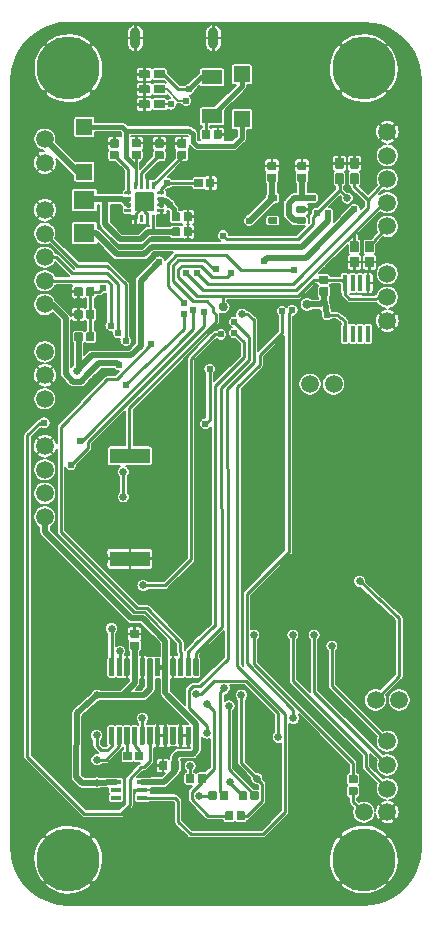
<source format=gbr>
G04 #@! TF.GenerationSoftware,KiCad,Pcbnew,5.1.8+dfsg1-1~bpo10+1*
G04 #@! TF.CreationDate,2021-01-21T20:32:40+01:00*
G04 #@! TF.ProjectId,easyhive,65617379-6869-4766-952e-6b696361645f,rev?*
G04 #@! TF.SameCoordinates,Original*
G04 #@! TF.FileFunction,Copper,L2,Bot*
G04 #@! TF.FilePolarity,Positive*
%FSLAX46Y46*%
G04 Gerber Fmt 4.6, Leading zero omitted, Abs format (unit mm)*
G04 Created by KiCad (PCBNEW 5.1.8+dfsg1-1~bpo10+1) date 2021-01-21 20:32:40*
%MOMM*%
%LPD*%
G01*
G04 APERTURE LIST*
G04 #@! TA.AperFunction,ComponentPad*
%ADD10C,1.500000*%
G04 #@! TD*
G04 #@! TA.AperFunction,SMDPad,CuDef*
%ADD11R,1.400000X1.400000*%
G04 #@! TD*
G04 #@! TA.AperFunction,SMDPad,CuDef*
%ADD12R,0.900000X0.400000*%
G04 #@! TD*
G04 #@! TA.AperFunction,SMDPad,CuDef*
%ADD13R,3.400000X1.300000*%
G04 #@! TD*
G04 #@! TA.AperFunction,ComponentPad*
%ADD14O,0.900000X1.800000*%
G04 #@! TD*
G04 #@! TA.AperFunction,SMDPad,CuDef*
%ADD15R,1.800000X1.200000*%
G04 #@! TD*
G04 #@! TA.AperFunction,SMDPad,CuDef*
%ADD16R,0.400000X1.350000*%
G04 #@! TD*
G04 #@! TA.AperFunction,ComponentPad*
%ADD17C,0.508000*%
G04 #@! TD*
G04 #@! TA.AperFunction,ComponentPad*
%ADD18C,5.334000*%
G04 #@! TD*
G04 #@! TA.AperFunction,SMDPad,CuDef*
%ADD19R,1.800000X1.600000*%
G04 #@! TD*
G04 #@! TA.AperFunction,ViaPad*
%ADD20C,0.609600*%
G04 #@! TD*
G04 #@! TA.AperFunction,ViaPad*
%ADD21C,0.654800*%
G04 #@! TD*
G04 #@! TA.AperFunction,Conductor*
%ADD22C,0.250000*%
G04 #@! TD*
G04 #@! TA.AperFunction,Conductor*
%ADD23C,0.200000*%
G04 #@! TD*
G04 #@! TA.AperFunction,Conductor*
%ADD24C,0.508000*%
G04 #@! TD*
G04 #@! TA.AperFunction,Conductor*
%ADD25C,0.406400*%
G04 #@! TD*
G04 #@! TA.AperFunction,Conductor*
%ADD26C,0.500000*%
G04 #@! TD*
G04 #@! TA.AperFunction,Conductor*
%ADD27C,0.504000*%
G04 #@! TD*
G04 #@! TA.AperFunction,Conductor*
%ADD28C,0.450000*%
G04 #@! TD*
G04 #@! TA.AperFunction,Conductor*
%ADD29C,0.254000*%
G04 #@! TD*
G04 #@! TA.AperFunction,Conductor*
%ADD30C,0.203200*%
G04 #@! TD*
G04 #@! TA.AperFunction,Conductor*
%ADD31C,0.152400*%
G04 #@! TD*
G04 #@! TA.AperFunction,Conductor*
%ADD32C,0.100000*%
G04 #@! TD*
G04 APERTURE END LIST*
D10*
X163000000Y-134500000D03*
X161000000Y-134500000D03*
X163000000Y-132500000D03*
X163000000Y-130500000D03*
X163000000Y-128500000D03*
G04 #@! TA.AperFunction,SMDPad,CuDef*
G36*
G01*
X160475000Y-132420000D02*
X160475000Y-132980000D01*
G75*
G02*
X160405000Y-133050000I-70000J0D01*
G01*
X159795000Y-133050000D01*
G75*
G02*
X159725000Y-132980000I0J70000D01*
G01*
X159725000Y-132420000D01*
G75*
G02*
X159795000Y-132350000I70000J0D01*
G01*
X160405000Y-132350000D01*
G75*
G02*
X160475000Y-132420000I0J-70000D01*
G01*
G37*
G04 #@! TD.AperFunction*
G04 #@! TA.AperFunction,SMDPad,CuDef*
G36*
G01*
X160475000Y-131420000D02*
X160475000Y-131980000D01*
G75*
G02*
X160405000Y-132050000I-70000J0D01*
G01*
X159795000Y-132050000D01*
G75*
G02*
X159725000Y-131980000I0J70000D01*
G01*
X159725000Y-131420000D01*
G75*
G02*
X159795000Y-131350000I70000J0D01*
G01*
X160405000Y-131350000D01*
G75*
G02*
X160475000Y-131420000I0J-70000D01*
G01*
G37*
G04 #@! TD.AperFunction*
D11*
X137351100Y-80268600D03*
X137351100Y-76468600D03*
X150686100Y-72023600D03*
X150686100Y-75823600D03*
D10*
X158450000Y-98250000D03*
X156450000Y-98250000D03*
X162000000Y-125000000D03*
X164000000Y-125000000D03*
G04 #@! TA.AperFunction,SMDPad,CuDef*
G36*
G01*
X149880000Y-135175000D02*
X149320000Y-135175000D01*
G75*
G02*
X149250000Y-135105000I0J70000D01*
G01*
X149250000Y-134495000D01*
G75*
G02*
X149320000Y-134425000I70000J0D01*
G01*
X149880000Y-134425000D01*
G75*
G02*
X149950000Y-134495000I0J-70000D01*
G01*
X149950000Y-135105000D01*
G75*
G02*
X149880000Y-135175000I-70000J0D01*
G01*
G37*
G04 #@! TD.AperFunction*
G04 #@! TA.AperFunction,SMDPad,CuDef*
G36*
G01*
X150880000Y-135175000D02*
X150320000Y-135175000D01*
G75*
G02*
X150250000Y-135105000I0J70000D01*
G01*
X150250000Y-134495000D01*
G75*
G02*
X150320000Y-134425000I70000J0D01*
G01*
X150880000Y-134425000D01*
G75*
G02*
X150950000Y-134495000I0J-70000D01*
G01*
X150950000Y-135105000D01*
G75*
G02*
X150880000Y-135175000I-70000J0D01*
G01*
G37*
G04 #@! TD.AperFunction*
G04 #@! TA.AperFunction,SMDPad,CuDef*
G36*
G01*
X151030000Y-133475000D02*
X150470000Y-133475000D01*
G75*
G02*
X150400000Y-133405000I0J70000D01*
G01*
X150400000Y-132795000D01*
G75*
G02*
X150470000Y-132725000I70000J0D01*
G01*
X151030000Y-132725000D01*
G75*
G02*
X151100000Y-132795000I0J-70000D01*
G01*
X151100000Y-133405000D01*
G75*
G02*
X151030000Y-133475000I-70000J0D01*
G01*
G37*
G04 #@! TD.AperFunction*
G04 #@! TA.AperFunction,SMDPad,CuDef*
G36*
G01*
X152030000Y-133475000D02*
X151470000Y-133475000D01*
G75*
G02*
X151400000Y-133405000I0J70000D01*
G01*
X151400000Y-132795000D01*
G75*
G02*
X151470000Y-132725000I70000J0D01*
G01*
X152030000Y-132725000D01*
G75*
G02*
X152100000Y-132795000I0J-70000D01*
G01*
X152100000Y-133405000D01*
G75*
G02*
X152030000Y-133475000I-70000J0D01*
G01*
G37*
G04 #@! TD.AperFunction*
G04 #@! TA.AperFunction,SMDPad,CuDef*
G36*
G01*
X146580000Y-132025000D02*
X146020000Y-132025000D01*
G75*
G02*
X145950000Y-131955000I0J70000D01*
G01*
X145950000Y-131345000D01*
G75*
G02*
X146020000Y-131275000I70000J0D01*
G01*
X146580000Y-131275000D01*
G75*
G02*
X146650000Y-131345000I0J-70000D01*
G01*
X146650000Y-131955000D01*
G75*
G02*
X146580000Y-132025000I-70000J0D01*
G01*
G37*
G04 #@! TD.AperFunction*
G04 #@! TA.AperFunction,SMDPad,CuDef*
G36*
G01*
X147580000Y-132025000D02*
X147020000Y-132025000D01*
G75*
G02*
X146950000Y-131955000I0J70000D01*
G01*
X146950000Y-131345000D01*
G75*
G02*
X147020000Y-131275000I70000J0D01*
G01*
X147580000Y-131275000D01*
G75*
G02*
X147650000Y-131345000I0J-70000D01*
G01*
X147650000Y-131955000D01*
G75*
G02*
X147580000Y-132025000I-70000J0D01*
G01*
G37*
G04 #@! TD.AperFunction*
G04 #@! TA.AperFunction,SMDPad,CuDef*
G36*
G01*
X148480000Y-133475000D02*
X147920000Y-133475000D01*
G75*
G02*
X147850000Y-133405000I0J70000D01*
G01*
X147850000Y-132795000D01*
G75*
G02*
X147920000Y-132725000I70000J0D01*
G01*
X148480000Y-132725000D01*
G75*
G02*
X148550000Y-132795000I0J-70000D01*
G01*
X148550000Y-133405000D01*
G75*
G02*
X148480000Y-133475000I-70000J0D01*
G01*
G37*
G04 #@! TD.AperFunction*
G04 #@! TA.AperFunction,SMDPad,CuDef*
G36*
G01*
X149480000Y-133475000D02*
X148920000Y-133475000D01*
G75*
G02*
X148850000Y-133405000I0J70000D01*
G01*
X148850000Y-132795000D01*
G75*
G02*
X148920000Y-132725000I70000J0D01*
G01*
X149480000Y-132725000D01*
G75*
G02*
X149550000Y-132795000I0J-70000D01*
G01*
X149550000Y-133405000D01*
G75*
G02*
X149480000Y-133475000I-70000J0D01*
G01*
G37*
G04 #@! TD.AperFunction*
D12*
X140040000Y-131953000D03*
X140040000Y-132603000D03*
X140040000Y-133253000D03*
X142240000Y-131953000D03*
X142240000Y-132603000D03*
X142240000Y-133253000D03*
G04 #@! TA.AperFunction,SMDPad,CuDef*
G36*
G01*
X152964850Y-84123600D02*
X153627350Y-84123600D01*
G75*
G02*
X153696100Y-84192350I0J-68750D01*
G01*
X153696100Y-84604850D01*
G75*
G02*
X153627350Y-84673600I-68750J0D01*
G01*
X152964850Y-84673600D01*
G75*
G02*
X152896100Y-84604850I0J68750D01*
G01*
X152896100Y-84192350D01*
G75*
G02*
X152964850Y-84123600I68750J0D01*
G01*
G37*
G04 #@! TD.AperFunction*
G04 #@! TA.AperFunction,SMDPad,CuDef*
G36*
G01*
X155364850Y-83173600D02*
X156027350Y-83173600D01*
G75*
G02*
X156096100Y-83242350I0J-68750D01*
G01*
X156096100Y-83654850D01*
G75*
G02*
X156027350Y-83723600I-68750J0D01*
G01*
X155364850Y-83723600D01*
G75*
G02*
X155296100Y-83654850I0J68750D01*
G01*
X155296100Y-83242350D01*
G75*
G02*
X155364850Y-83173600I68750J0D01*
G01*
G37*
G04 #@! TD.AperFunction*
G04 #@! TA.AperFunction,SMDPad,CuDef*
G36*
G01*
X152964850Y-82223600D02*
X153627350Y-82223600D01*
G75*
G02*
X153696100Y-82292350I0J-68750D01*
G01*
X153696100Y-82704850D01*
G75*
G02*
X153627350Y-82773600I-68750J0D01*
G01*
X152964850Y-82773600D01*
G75*
G02*
X152896100Y-82704850I0J68750D01*
G01*
X152896100Y-82292350D01*
G75*
G02*
X152964850Y-82223600I68750J0D01*
G01*
G37*
G04 #@! TD.AperFunction*
G04 #@! TA.AperFunction,SMDPad,CuDef*
G36*
G01*
X155364850Y-84123600D02*
X156027350Y-84123600D01*
G75*
G02*
X156096100Y-84192350I0J-68750D01*
G01*
X156096100Y-84604850D01*
G75*
G02*
X156027350Y-84673600I-68750J0D01*
G01*
X155364850Y-84673600D01*
G75*
G02*
X155296100Y-84604850I0J68750D01*
G01*
X155296100Y-84192350D01*
G75*
G02*
X155364850Y-84123600I68750J0D01*
G01*
G37*
G04 #@! TD.AperFunction*
G04 #@! TA.AperFunction,SMDPad,CuDef*
G36*
G01*
X155364850Y-82223600D02*
X156027350Y-82223600D01*
G75*
G02*
X156096100Y-82292350I0J-68750D01*
G01*
X156096100Y-82704850D01*
G75*
G02*
X156027350Y-82773600I-68750J0D01*
G01*
X155364850Y-82773600D01*
G75*
G02*
X155296100Y-82704850I0J68750D01*
G01*
X155296100Y-82292350D01*
G75*
G02*
X155364850Y-82223600I68750J0D01*
G01*
G37*
G04 #@! TD.AperFunction*
D13*
X141200000Y-113025000D03*
X141200000Y-104325000D03*
D14*
X141671100Y-68962600D03*
X148271100Y-68962600D03*
D10*
X163000000Y-88900000D03*
X163000000Y-90900000D03*
X163000000Y-92900000D03*
X134001100Y-109503600D03*
X134001100Y-107503600D03*
X134001100Y-105503600D03*
X134001100Y-103503600D03*
X134001100Y-99503600D03*
X134001100Y-97503600D03*
X134001100Y-95503600D03*
X134001100Y-91503600D03*
X134001100Y-89503600D03*
X134001100Y-87503600D03*
X134001100Y-85503600D03*
X134001100Y-83503600D03*
X163001100Y-84903600D03*
X163001100Y-82903600D03*
X163001100Y-80903600D03*
X163001100Y-78903600D03*
X163001100Y-76903600D03*
X134001100Y-77503600D03*
X134001100Y-79503600D03*
G04 #@! TA.AperFunction,SMDPad,CuDef*
G36*
G01*
X149498600Y-91703600D02*
X149498600Y-91703600D01*
G75*
G02*
X149098600Y-92103600I-400000J0D01*
G01*
X149098600Y-92103600D01*
G75*
G02*
X148698600Y-91703600I0J400000D01*
G01*
X148698600Y-91703600D01*
G75*
G02*
X149098600Y-91303600I400000J0D01*
G01*
X149098600Y-91303600D01*
G75*
G02*
X149498600Y-91703600I0J-400000D01*
G01*
G37*
G04 #@! TD.AperFunction*
G04 #@! TA.AperFunction,SMDPad,CuDef*
G36*
G01*
X156600000Y-91500000D02*
X156600000Y-91500000D01*
G75*
G02*
X156200000Y-91900000I-400000J0D01*
G01*
X156200000Y-91900000D01*
G75*
G02*
X155800000Y-91500000I0J400000D01*
G01*
X155800000Y-91500000D01*
G75*
G02*
X156200000Y-91100000I400000J0D01*
G01*
X156200000Y-91100000D01*
G75*
G02*
X156600000Y-91500000I0J-400000D01*
G01*
G37*
G04 #@! TD.AperFunction*
G04 #@! TA.AperFunction,SMDPad,CuDef*
G36*
G01*
X158005000Y-90140000D02*
X158005000Y-90700000D01*
G75*
G02*
X157935000Y-90770000I-70000J0D01*
G01*
X157325000Y-90770000D01*
G75*
G02*
X157255000Y-90700000I0J70000D01*
G01*
X157255000Y-90140000D01*
G75*
G02*
X157325000Y-90070000I70000J0D01*
G01*
X157935000Y-90070000D01*
G75*
G02*
X158005000Y-90140000I0J-70000D01*
G01*
G37*
G04 #@! TD.AperFunction*
G04 #@! TA.AperFunction,SMDPad,CuDef*
G36*
G01*
X158005000Y-89140000D02*
X158005000Y-89700000D01*
G75*
G02*
X157935000Y-89770000I-70000J0D01*
G01*
X157325000Y-89770000D01*
G75*
G02*
X157255000Y-89700000I0J70000D01*
G01*
X157255000Y-89140000D01*
G75*
G02*
X157325000Y-89070000I70000J0D01*
G01*
X157935000Y-89070000D01*
G75*
G02*
X158005000Y-89140000I0J-70000D01*
G01*
G37*
G04 #@! TD.AperFunction*
G04 #@! TA.AperFunction,SMDPad,CuDef*
G36*
G01*
X137571100Y-91963600D02*
X138131100Y-91963600D01*
G75*
G02*
X138201100Y-92033600I0J-70000D01*
G01*
X138201100Y-92643600D01*
G75*
G02*
X138131100Y-92713600I-70000J0D01*
G01*
X137571100Y-92713600D01*
G75*
G02*
X137501100Y-92643600I0J70000D01*
G01*
X137501100Y-92033600D01*
G75*
G02*
X137571100Y-91963600I70000J0D01*
G01*
G37*
G04 #@! TD.AperFunction*
G04 #@! TA.AperFunction,SMDPad,CuDef*
G36*
G01*
X136571100Y-91963600D02*
X137131100Y-91963600D01*
G75*
G02*
X137201100Y-92033600I0J-70000D01*
G01*
X137201100Y-92643600D01*
G75*
G02*
X137131100Y-92713600I-70000J0D01*
G01*
X136571100Y-92713600D01*
G75*
G02*
X136501100Y-92643600I0J70000D01*
G01*
X136501100Y-92033600D01*
G75*
G02*
X136571100Y-91963600I70000J0D01*
G01*
G37*
G04 #@! TD.AperFunction*
G04 #@! TA.AperFunction,SMDPad,CuDef*
G36*
G01*
X137131100Y-94618600D02*
X136571100Y-94618600D01*
G75*
G02*
X136501100Y-94548600I0J70000D01*
G01*
X136501100Y-93938600D01*
G75*
G02*
X136571100Y-93868600I70000J0D01*
G01*
X137131100Y-93868600D01*
G75*
G02*
X137201100Y-93938600I0J-70000D01*
G01*
X137201100Y-94548600D01*
G75*
G02*
X137131100Y-94618600I-70000J0D01*
G01*
G37*
G04 #@! TD.AperFunction*
G04 #@! TA.AperFunction,SMDPad,CuDef*
G36*
G01*
X138131100Y-94618600D02*
X137571100Y-94618600D01*
G75*
G02*
X137501100Y-94548600I0J70000D01*
G01*
X137501100Y-93938600D01*
G75*
G02*
X137571100Y-93868600I70000J0D01*
G01*
X138131100Y-93868600D01*
G75*
G02*
X138201100Y-93938600I0J-70000D01*
G01*
X138201100Y-94548600D01*
G75*
G02*
X138131100Y-94618600I-70000J0D01*
G01*
G37*
G04 #@! TD.AperFunction*
G04 #@! TA.AperFunction,SMDPad,CuDef*
G36*
G01*
X147291100Y-81601100D02*
X146731100Y-81601100D01*
G75*
G02*
X146661100Y-81531100I0J70000D01*
G01*
X146661100Y-80921100D01*
G75*
G02*
X146731100Y-80851100I70000J0D01*
G01*
X147291100Y-80851100D01*
G75*
G02*
X147361100Y-80921100I0J-70000D01*
G01*
X147361100Y-81531100D01*
G75*
G02*
X147291100Y-81601100I-70000J0D01*
G01*
G37*
G04 #@! TD.AperFunction*
G04 #@! TA.AperFunction,SMDPad,CuDef*
G36*
G01*
X148291100Y-81601100D02*
X147731100Y-81601100D01*
G75*
G02*
X147661100Y-81531100I0J70000D01*
G01*
X147661100Y-80921100D01*
G75*
G02*
X147731100Y-80851100I70000J0D01*
G01*
X148291100Y-80851100D01*
G75*
G02*
X148361100Y-80921100I0J-70000D01*
G01*
X148361100Y-81531100D01*
G75*
G02*
X148291100Y-81601100I-70000J0D01*
G01*
G37*
G04 #@! TD.AperFunction*
G04 #@! TA.AperFunction,SMDPad,CuDef*
G36*
G01*
X145981100Y-78588600D02*
X145981100Y-79148600D01*
G75*
G02*
X145911100Y-79218600I-70000J0D01*
G01*
X145301100Y-79218600D01*
G75*
G02*
X145231100Y-79148600I0J70000D01*
G01*
X145231100Y-78588600D01*
G75*
G02*
X145301100Y-78518600I70000J0D01*
G01*
X145911100Y-78518600D01*
G75*
G02*
X145981100Y-78588600I0J-70000D01*
G01*
G37*
G04 #@! TD.AperFunction*
G04 #@! TA.AperFunction,SMDPad,CuDef*
G36*
G01*
X145981100Y-77588600D02*
X145981100Y-78148600D01*
G75*
G02*
X145911100Y-78218600I-70000J0D01*
G01*
X145301100Y-78218600D01*
G75*
G02*
X145231100Y-78148600I0J70000D01*
G01*
X145231100Y-77588600D01*
G75*
G02*
X145301100Y-77518600I70000J0D01*
G01*
X145911100Y-77518600D01*
G75*
G02*
X145981100Y-77588600I0J-70000D01*
G01*
G37*
G04 #@! TD.AperFunction*
G04 #@! TA.AperFunction,SMDPad,CuDef*
G36*
G01*
X140266100Y-78588600D02*
X140266100Y-79148600D01*
G75*
G02*
X140196100Y-79218600I-70000J0D01*
G01*
X139586100Y-79218600D01*
G75*
G02*
X139516100Y-79148600I0J70000D01*
G01*
X139516100Y-78588600D01*
G75*
G02*
X139586100Y-78518600I70000J0D01*
G01*
X140196100Y-78518600D01*
G75*
G02*
X140266100Y-78588600I0J-70000D01*
G01*
G37*
G04 #@! TD.AperFunction*
G04 #@! TA.AperFunction,SMDPad,CuDef*
G36*
G01*
X140266100Y-77588600D02*
X140266100Y-78148600D01*
G75*
G02*
X140196100Y-78218600I-70000J0D01*
G01*
X139586100Y-78218600D01*
G75*
G02*
X139516100Y-78148600I0J70000D01*
G01*
X139516100Y-77588600D01*
G75*
G02*
X139586100Y-77518600I70000J0D01*
G01*
X140196100Y-77518600D01*
G75*
G02*
X140266100Y-77588600I0J-70000D01*
G01*
G37*
G04 #@! TD.AperFunction*
G04 #@! TA.AperFunction,SMDPad,CuDef*
G36*
G01*
X144076100Y-78588600D02*
X144076100Y-79148600D01*
G75*
G02*
X144006100Y-79218600I-70000J0D01*
G01*
X143396100Y-79218600D01*
G75*
G02*
X143326100Y-79148600I0J70000D01*
G01*
X143326100Y-78588600D01*
G75*
G02*
X143396100Y-78518600I70000J0D01*
G01*
X144006100Y-78518600D01*
G75*
G02*
X144076100Y-78588600I0J-70000D01*
G01*
G37*
G04 #@! TD.AperFunction*
G04 #@! TA.AperFunction,SMDPad,CuDef*
G36*
G01*
X144076100Y-77588600D02*
X144076100Y-78148600D01*
G75*
G02*
X144006100Y-78218600I-70000J0D01*
G01*
X143396100Y-78218600D01*
G75*
G02*
X143326100Y-78148600I0J70000D01*
G01*
X143326100Y-77588600D01*
G75*
G02*
X143396100Y-77518600I70000J0D01*
G01*
X144006100Y-77518600D01*
G75*
G02*
X144076100Y-77588600I0J-70000D01*
G01*
G37*
G04 #@! TD.AperFunction*
D15*
X148146100Y-75573600D03*
X148146100Y-72273600D03*
D16*
X159400000Y-94000000D03*
X160050000Y-94000000D03*
X160700000Y-94000000D03*
X161350000Y-94000000D03*
X161350000Y-89700000D03*
X160700000Y-89700000D03*
X160050000Y-89700000D03*
X159400000Y-89700000D03*
G04 #@! TA.AperFunction,SMDPad,CuDef*
G36*
G01*
X139880000Y-121522250D02*
X139880000Y-122909750D01*
G75*
G02*
X139823750Y-122966000I-56250J0D01*
G01*
X139486250Y-122966000D01*
G75*
G02*
X139430000Y-122909750I0J56250D01*
G01*
X139430000Y-121522250D01*
G75*
G02*
X139486250Y-121466000I56250J0D01*
G01*
X139823750Y-121466000D01*
G75*
G02*
X139880000Y-121522250I0J-56250D01*
G01*
G37*
G04 #@! TD.AperFunction*
G04 #@! TA.AperFunction,SMDPad,CuDef*
G36*
G01*
X140530000Y-121522250D02*
X140530000Y-122909750D01*
G75*
G02*
X140473750Y-122966000I-56250J0D01*
G01*
X140136250Y-122966000D01*
G75*
G02*
X140080000Y-122909750I0J56250D01*
G01*
X140080000Y-121522250D01*
G75*
G02*
X140136250Y-121466000I56250J0D01*
G01*
X140473750Y-121466000D01*
G75*
G02*
X140530000Y-121522250I0J-56250D01*
G01*
G37*
G04 #@! TD.AperFunction*
G04 #@! TA.AperFunction,SMDPad,CuDef*
G36*
G01*
X141180000Y-121522250D02*
X141180000Y-122909750D01*
G75*
G02*
X141123750Y-122966000I-56250J0D01*
G01*
X140786250Y-122966000D01*
G75*
G02*
X140730000Y-122909750I0J56250D01*
G01*
X140730000Y-121522250D01*
G75*
G02*
X140786250Y-121466000I56250J0D01*
G01*
X141123750Y-121466000D01*
G75*
G02*
X141180000Y-121522250I0J-56250D01*
G01*
G37*
G04 #@! TD.AperFunction*
G04 #@! TA.AperFunction,SMDPad,CuDef*
G36*
G01*
X141830000Y-121522250D02*
X141830000Y-122909750D01*
G75*
G02*
X141773750Y-122966000I-56250J0D01*
G01*
X141436250Y-122966000D01*
G75*
G02*
X141380000Y-122909750I0J56250D01*
G01*
X141380000Y-121522250D01*
G75*
G02*
X141436250Y-121466000I56250J0D01*
G01*
X141773750Y-121466000D01*
G75*
G02*
X141830000Y-121522250I0J-56250D01*
G01*
G37*
G04 #@! TD.AperFunction*
G04 #@! TA.AperFunction,SMDPad,CuDef*
G36*
G01*
X142480000Y-121522250D02*
X142480000Y-122909750D01*
G75*
G02*
X142423750Y-122966000I-56250J0D01*
G01*
X142086250Y-122966000D01*
G75*
G02*
X142030000Y-122909750I0J56250D01*
G01*
X142030000Y-121522250D01*
G75*
G02*
X142086250Y-121466000I56250J0D01*
G01*
X142423750Y-121466000D01*
G75*
G02*
X142480000Y-121522250I0J-56250D01*
G01*
G37*
G04 #@! TD.AperFunction*
G04 #@! TA.AperFunction,SMDPad,CuDef*
G36*
G01*
X143130000Y-121522250D02*
X143130000Y-122909750D01*
G75*
G02*
X143073750Y-122966000I-56250J0D01*
G01*
X142736250Y-122966000D01*
G75*
G02*
X142680000Y-122909750I0J56250D01*
G01*
X142680000Y-121522250D01*
G75*
G02*
X142736250Y-121466000I56250J0D01*
G01*
X143073750Y-121466000D01*
G75*
G02*
X143130000Y-121522250I0J-56250D01*
G01*
G37*
G04 #@! TD.AperFunction*
G04 #@! TA.AperFunction,SMDPad,CuDef*
G36*
G01*
X143780000Y-121522250D02*
X143780000Y-122909750D01*
G75*
G02*
X143723750Y-122966000I-56250J0D01*
G01*
X143386250Y-122966000D01*
G75*
G02*
X143330000Y-122909750I0J56250D01*
G01*
X143330000Y-121522250D01*
G75*
G02*
X143386250Y-121466000I56250J0D01*
G01*
X143723750Y-121466000D01*
G75*
G02*
X143780000Y-121522250I0J-56250D01*
G01*
G37*
G04 #@! TD.AperFunction*
G04 #@! TA.AperFunction,SMDPad,CuDef*
G36*
G01*
X144430000Y-121522250D02*
X144430000Y-122909750D01*
G75*
G02*
X144373750Y-122966000I-56250J0D01*
G01*
X144036250Y-122966000D01*
G75*
G02*
X143980000Y-122909750I0J56250D01*
G01*
X143980000Y-121522250D01*
G75*
G02*
X144036250Y-121466000I56250J0D01*
G01*
X144373750Y-121466000D01*
G75*
G02*
X144430000Y-121522250I0J-56250D01*
G01*
G37*
G04 #@! TD.AperFunction*
G04 #@! TA.AperFunction,SMDPad,CuDef*
G36*
G01*
X145080000Y-121522250D02*
X145080000Y-122909750D01*
G75*
G02*
X145023750Y-122966000I-56250J0D01*
G01*
X144686250Y-122966000D01*
G75*
G02*
X144630000Y-122909750I0J56250D01*
G01*
X144630000Y-121522250D01*
G75*
G02*
X144686250Y-121466000I56250J0D01*
G01*
X145023750Y-121466000D01*
G75*
G02*
X145080000Y-121522250I0J-56250D01*
G01*
G37*
G04 #@! TD.AperFunction*
G04 #@! TA.AperFunction,SMDPad,CuDef*
G36*
G01*
X145730000Y-121522250D02*
X145730000Y-122909750D01*
G75*
G02*
X145673750Y-122966000I-56250J0D01*
G01*
X145336250Y-122966000D01*
G75*
G02*
X145280000Y-122909750I0J56250D01*
G01*
X145280000Y-121522250D01*
G75*
G02*
X145336250Y-121466000I56250J0D01*
G01*
X145673750Y-121466000D01*
G75*
G02*
X145730000Y-121522250I0J-56250D01*
G01*
G37*
G04 #@! TD.AperFunction*
G04 #@! TA.AperFunction,SMDPad,CuDef*
G36*
G01*
X146380000Y-121522250D02*
X146380000Y-122909750D01*
G75*
G02*
X146323750Y-122966000I-56250J0D01*
G01*
X145986250Y-122966000D01*
G75*
G02*
X145930000Y-122909750I0J56250D01*
G01*
X145930000Y-121522250D01*
G75*
G02*
X145986250Y-121466000I56250J0D01*
G01*
X146323750Y-121466000D01*
G75*
G02*
X146380000Y-121522250I0J-56250D01*
G01*
G37*
G04 #@! TD.AperFunction*
G04 #@! TA.AperFunction,SMDPad,CuDef*
G36*
G01*
X147030000Y-121522250D02*
X147030000Y-122909750D01*
G75*
G02*
X146973750Y-122966000I-56250J0D01*
G01*
X146636250Y-122966000D01*
G75*
G02*
X146580000Y-122909750I0J56250D01*
G01*
X146580000Y-121522250D01*
G75*
G02*
X146636250Y-121466000I56250J0D01*
G01*
X146973750Y-121466000D01*
G75*
G02*
X147030000Y-121522250I0J-56250D01*
G01*
G37*
G04 #@! TD.AperFunction*
G04 #@! TA.AperFunction,SMDPad,CuDef*
G36*
G01*
X139880000Y-127322250D02*
X139880000Y-128709750D01*
G75*
G02*
X139823750Y-128766000I-56250J0D01*
G01*
X139486250Y-128766000D01*
G75*
G02*
X139430000Y-128709750I0J56250D01*
G01*
X139430000Y-127322250D01*
G75*
G02*
X139486250Y-127266000I56250J0D01*
G01*
X139823750Y-127266000D01*
G75*
G02*
X139880000Y-127322250I0J-56250D01*
G01*
G37*
G04 #@! TD.AperFunction*
G04 #@! TA.AperFunction,SMDPad,CuDef*
G36*
G01*
X140530000Y-127322250D02*
X140530000Y-128709750D01*
G75*
G02*
X140473750Y-128766000I-56250J0D01*
G01*
X140136250Y-128766000D01*
G75*
G02*
X140080000Y-128709750I0J56250D01*
G01*
X140080000Y-127322250D01*
G75*
G02*
X140136250Y-127266000I56250J0D01*
G01*
X140473750Y-127266000D01*
G75*
G02*
X140530000Y-127322250I0J-56250D01*
G01*
G37*
G04 #@! TD.AperFunction*
G04 #@! TA.AperFunction,SMDPad,CuDef*
G36*
G01*
X141180000Y-127322250D02*
X141180000Y-128709750D01*
G75*
G02*
X141123750Y-128766000I-56250J0D01*
G01*
X140786250Y-128766000D01*
G75*
G02*
X140730000Y-128709750I0J56250D01*
G01*
X140730000Y-127322250D01*
G75*
G02*
X140786250Y-127266000I56250J0D01*
G01*
X141123750Y-127266000D01*
G75*
G02*
X141180000Y-127322250I0J-56250D01*
G01*
G37*
G04 #@! TD.AperFunction*
G04 #@! TA.AperFunction,SMDPad,CuDef*
G36*
G01*
X141830000Y-127322250D02*
X141830000Y-128709750D01*
G75*
G02*
X141773750Y-128766000I-56250J0D01*
G01*
X141436250Y-128766000D01*
G75*
G02*
X141380000Y-128709750I0J56250D01*
G01*
X141380000Y-127322250D01*
G75*
G02*
X141436250Y-127266000I56250J0D01*
G01*
X141773750Y-127266000D01*
G75*
G02*
X141830000Y-127322250I0J-56250D01*
G01*
G37*
G04 #@! TD.AperFunction*
G04 #@! TA.AperFunction,SMDPad,CuDef*
G36*
G01*
X142480000Y-127322250D02*
X142480000Y-128709750D01*
G75*
G02*
X142423750Y-128766000I-56250J0D01*
G01*
X142086250Y-128766000D01*
G75*
G02*
X142030000Y-128709750I0J56250D01*
G01*
X142030000Y-127322250D01*
G75*
G02*
X142086250Y-127266000I56250J0D01*
G01*
X142423750Y-127266000D01*
G75*
G02*
X142480000Y-127322250I0J-56250D01*
G01*
G37*
G04 #@! TD.AperFunction*
G04 #@! TA.AperFunction,SMDPad,CuDef*
G36*
G01*
X143130000Y-127322250D02*
X143130000Y-128709750D01*
G75*
G02*
X143073750Y-128766000I-56250J0D01*
G01*
X142736250Y-128766000D01*
G75*
G02*
X142680000Y-128709750I0J56250D01*
G01*
X142680000Y-127322250D01*
G75*
G02*
X142736250Y-127266000I56250J0D01*
G01*
X143073750Y-127266000D01*
G75*
G02*
X143130000Y-127322250I0J-56250D01*
G01*
G37*
G04 #@! TD.AperFunction*
G04 #@! TA.AperFunction,SMDPad,CuDef*
G36*
G01*
X143780000Y-127322250D02*
X143780000Y-128709750D01*
G75*
G02*
X143723750Y-128766000I-56250J0D01*
G01*
X143386250Y-128766000D01*
G75*
G02*
X143330000Y-128709750I0J56250D01*
G01*
X143330000Y-127322250D01*
G75*
G02*
X143386250Y-127266000I56250J0D01*
G01*
X143723750Y-127266000D01*
G75*
G02*
X143780000Y-127322250I0J-56250D01*
G01*
G37*
G04 #@! TD.AperFunction*
G04 #@! TA.AperFunction,SMDPad,CuDef*
G36*
G01*
X144430000Y-127322250D02*
X144430000Y-128709750D01*
G75*
G02*
X144373750Y-128766000I-56250J0D01*
G01*
X144036250Y-128766000D01*
G75*
G02*
X143980000Y-128709750I0J56250D01*
G01*
X143980000Y-127322250D01*
G75*
G02*
X144036250Y-127266000I56250J0D01*
G01*
X144373750Y-127266000D01*
G75*
G02*
X144430000Y-127322250I0J-56250D01*
G01*
G37*
G04 #@! TD.AperFunction*
G04 #@! TA.AperFunction,SMDPad,CuDef*
G36*
G01*
X145080000Y-127322250D02*
X145080000Y-128709750D01*
G75*
G02*
X145023750Y-128766000I-56250J0D01*
G01*
X144686250Y-128766000D01*
G75*
G02*
X144630000Y-128709750I0J56250D01*
G01*
X144630000Y-127322250D01*
G75*
G02*
X144686250Y-127266000I56250J0D01*
G01*
X145023750Y-127266000D01*
G75*
G02*
X145080000Y-127322250I0J-56250D01*
G01*
G37*
G04 #@! TD.AperFunction*
G04 #@! TA.AperFunction,SMDPad,CuDef*
G36*
G01*
X145730000Y-127322250D02*
X145730000Y-128709750D01*
G75*
G02*
X145673750Y-128766000I-56250J0D01*
G01*
X145336250Y-128766000D01*
G75*
G02*
X145280000Y-128709750I0J56250D01*
G01*
X145280000Y-127322250D01*
G75*
G02*
X145336250Y-127266000I56250J0D01*
G01*
X145673750Y-127266000D01*
G75*
G02*
X145730000Y-127322250I0J-56250D01*
G01*
G37*
G04 #@! TD.AperFunction*
G04 #@! TA.AperFunction,SMDPad,CuDef*
G36*
G01*
X146380000Y-127322250D02*
X146380000Y-128709750D01*
G75*
G02*
X146323750Y-128766000I-56250J0D01*
G01*
X145986250Y-128766000D01*
G75*
G02*
X145930000Y-128709750I0J56250D01*
G01*
X145930000Y-127322250D01*
G75*
G02*
X145986250Y-127266000I56250J0D01*
G01*
X146323750Y-127266000D01*
G75*
G02*
X146380000Y-127322250I0J-56250D01*
G01*
G37*
G04 #@! TD.AperFunction*
G04 #@! TA.AperFunction,SMDPad,CuDef*
G36*
G01*
X147030000Y-127322250D02*
X147030000Y-128709750D01*
G75*
G02*
X146973750Y-128766000I-56250J0D01*
G01*
X146636250Y-128766000D01*
G75*
G02*
X146580000Y-128709750I0J56250D01*
G01*
X146580000Y-127322250D01*
G75*
G02*
X146636250Y-127266000I56250J0D01*
G01*
X146973750Y-127266000D01*
G75*
G02*
X147030000Y-127322250I0J-56250D01*
G01*
G37*
G04 #@! TD.AperFunction*
G04 #@! TA.AperFunction,SMDPad,CuDef*
G36*
G01*
X144131100Y-82469850D02*
X144131100Y-82657350D01*
G75*
G02*
X144099850Y-82688600I-31250J0D01*
G01*
X143562350Y-82688600D01*
G75*
G02*
X143531100Y-82657350I0J31250D01*
G01*
X143531100Y-82469850D01*
G75*
G02*
X143562350Y-82438600I31250J0D01*
G01*
X144099850Y-82438600D01*
G75*
G02*
X144131100Y-82469850I0J-31250D01*
G01*
G37*
G04 #@! TD.AperFunction*
G04 #@! TA.AperFunction,SMDPad,CuDef*
G36*
G01*
X144131100Y-81969850D02*
X144131100Y-82157350D01*
G75*
G02*
X144099850Y-82188600I-31250J0D01*
G01*
X143562350Y-82188600D01*
G75*
G02*
X143531100Y-82157350I0J31250D01*
G01*
X143531100Y-81969850D01*
G75*
G02*
X143562350Y-81938600I31250J0D01*
G01*
X144099850Y-81938600D01*
G75*
G02*
X144131100Y-81969850I0J-31250D01*
G01*
G37*
G04 #@! TD.AperFunction*
G04 #@! TA.AperFunction,SMDPad,CuDef*
G36*
G01*
X144131100Y-82969850D02*
X144131100Y-83157350D01*
G75*
G02*
X144099850Y-83188600I-31250J0D01*
G01*
X143562350Y-83188600D01*
G75*
G02*
X143531100Y-83157350I0J31250D01*
G01*
X143531100Y-82969850D01*
G75*
G02*
X143562350Y-82938600I31250J0D01*
G01*
X144099850Y-82938600D01*
G75*
G02*
X144131100Y-82969850I0J-31250D01*
G01*
G37*
G04 #@! TD.AperFunction*
G04 #@! TA.AperFunction,SMDPad,CuDef*
G36*
G01*
X144131100Y-83469850D02*
X144131100Y-83657350D01*
G75*
G02*
X144099850Y-83688600I-31250J0D01*
G01*
X143562350Y-83688600D01*
G75*
G02*
X143531100Y-83657350I0J31250D01*
G01*
X143531100Y-83469850D01*
G75*
G02*
X143562350Y-83438600I31250J0D01*
G01*
X144099850Y-83438600D01*
G75*
G02*
X144131100Y-83469850I0J-31250D01*
G01*
G37*
G04 #@! TD.AperFunction*
G04 #@! TA.AperFunction,SMDPad,CuDef*
G36*
G01*
X143274850Y-84513600D02*
X143087350Y-84513600D01*
G75*
G02*
X143056100Y-84482350I0J31250D01*
G01*
X143056100Y-83944850D01*
G75*
G02*
X143087350Y-83913600I31250J0D01*
G01*
X143274850Y-83913600D01*
G75*
G02*
X143306100Y-83944850I0J-31250D01*
G01*
X143306100Y-84482350D01*
G75*
G02*
X143274850Y-84513600I-31250J0D01*
G01*
G37*
G04 #@! TD.AperFunction*
G04 #@! TA.AperFunction,SMDPad,CuDef*
G36*
G01*
X142774850Y-84513600D02*
X142587350Y-84513600D01*
G75*
G02*
X142556100Y-84482350I0J31250D01*
G01*
X142556100Y-83944850D01*
G75*
G02*
X142587350Y-83913600I31250J0D01*
G01*
X142774850Y-83913600D01*
G75*
G02*
X142806100Y-83944850I0J-31250D01*
G01*
X142806100Y-84482350D01*
G75*
G02*
X142774850Y-84513600I-31250J0D01*
G01*
G37*
G04 #@! TD.AperFunction*
G04 #@! TA.AperFunction,SMDPad,CuDef*
G36*
G01*
X142274850Y-84513600D02*
X142087350Y-84513600D01*
G75*
G02*
X142056100Y-84482350I0J31250D01*
G01*
X142056100Y-83944850D01*
G75*
G02*
X142087350Y-83913600I31250J0D01*
G01*
X142274850Y-83913600D01*
G75*
G02*
X142306100Y-83944850I0J-31250D01*
G01*
X142306100Y-84482350D01*
G75*
G02*
X142274850Y-84513600I-31250J0D01*
G01*
G37*
G04 #@! TD.AperFunction*
G04 #@! TA.AperFunction,SMDPad,CuDef*
G36*
G01*
X141774850Y-84513600D02*
X141587350Y-84513600D01*
G75*
G02*
X141556100Y-84482350I0J31250D01*
G01*
X141556100Y-83944850D01*
G75*
G02*
X141587350Y-83913600I31250J0D01*
G01*
X141774850Y-83913600D01*
G75*
G02*
X141806100Y-83944850I0J-31250D01*
G01*
X141806100Y-84482350D01*
G75*
G02*
X141774850Y-84513600I-31250J0D01*
G01*
G37*
G04 #@! TD.AperFunction*
G04 #@! TA.AperFunction,SMDPad,CuDef*
G36*
G01*
X140731100Y-83657350D02*
X140731100Y-83469850D01*
G75*
G02*
X140762350Y-83438600I31250J0D01*
G01*
X141299850Y-83438600D01*
G75*
G02*
X141331100Y-83469850I0J-31250D01*
G01*
X141331100Y-83657350D01*
G75*
G02*
X141299850Y-83688600I-31250J0D01*
G01*
X140762350Y-83688600D01*
G75*
G02*
X140731100Y-83657350I0J31250D01*
G01*
G37*
G04 #@! TD.AperFunction*
G04 #@! TA.AperFunction,SMDPad,CuDef*
G36*
G01*
X140731100Y-83157350D02*
X140731100Y-82969850D01*
G75*
G02*
X140762350Y-82938600I31250J0D01*
G01*
X141299850Y-82938600D01*
G75*
G02*
X141331100Y-82969850I0J-31250D01*
G01*
X141331100Y-83157350D01*
G75*
G02*
X141299850Y-83188600I-31250J0D01*
G01*
X140762350Y-83188600D01*
G75*
G02*
X140731100Y-83157350I0J31250D01*
G01*
G37*
G04 #@! TD.AperFunction*
G04 #@! TA.AperFunction,SMDPad,CuDef*
G36*
G01*
X140731100Y-82657350D02*
X140731100Y-82469850D01*
G75*
G02*
X140762350Y-82438600I31250J0D01*
G01*
X141299850Y-82438600D01*
G75*
G02*
X141331100Y-82469850I0J-31250D01*
G01*
X141331100Y-82657350D01*
G75*
G02*
X141299850Y-82688600I-31250J0D01*
G01*
X140762350Y-82688600D01*
G75*
G02*
X140731100Y-82657350I0J31250D01*
G01*
G37*
G04 #@! TD.AperFunction*
G04 #@! TA.AperFunction,SMDPad,CuDef*
G36*
G01*
X140731100Y-82157350D02*
X140731100Y-81969850D01*
G75*
G02*
X140762350Y-81938600I31250J0D01*
G01*
X141299850Y-81938600D01*
G75*
G02*
X141331100Y-81969850I0J-31250D01*
G01*
X141331100Y-82157350D01*
G75*
G02*
X141299850Y-82188600I-31250J0D01*
G01*
X140762350Y-82188600D01*
G75*
G02*
X140731100Y-82157350I0J31250D01*
G01*
G37*
G04 #@! TD.AperFunction*
G04 #@! TA.AperFunction,SMDPad,CuDef*
G36*
G01*
X141587350Y-81113600D02*
X141774850Y-81113600D01*
G75*
G02*
X141806100Y-81144850I0J-31250D01*
G01*
X141806100Y-81682350D01*
G75*
G02*
X141774850Y-81713600I-31250J0D01*
G01*
X141587350Y-81713600D01*
G75*
G02*
X141556100Y-81682350I0J31250D01*
G01*
X141556100Y-81144850D01*
G75*
G02*
X141587350Y-81113600I31250J0D01*
G01*
G37*
G04 #@! TD.AperFunction*
G04 #@! TA.AperFunction,SMDPad,CuDef*
G36*
G01*
X142087350Y-81113600D02*
X142274850Y-81113600D01*
G75*
G02*
X142306100Y-81144850I0J-31250D01*
G01*
X142306100Y-81682350D01*
G75*
G02*
X142274850Y-81713600I-31250J0D01*
G01*
X142087350Y-81713600D01*
G75*
G02*
X142056100Y-81682350I0J31250D01*
G01*
X142056100Y-81144850D01*
G75*
G02*
X142087350Y-81113600I31250J0D01*
G01*
G37*
G04 #@! TD.AperFunction*
G04 #@! TA.AperFunction,SMDPad,CuDef*
G36*
G01*
X142587350Y-81113600D02*
X142774850Y-81113600D01*
G75*
G02*
X142806100Y-81144850I0J-31250D01*
G01*
X142806100Y-81682350D01*
G75*
G02*
X142774850Y-81713600I-31250J0D01*
G01*
X142587350Y-81713600D01*
G75*
G02*
X142556100Y-81682350I0J31250D01*
G01*
X142556100Y-81144850D01*
G75*
G02*
X142587350Y-81113600I31250J0D01*
G01*
G37*
G04 #@! TD.AperFunction*
G04 #@! TA.AperFunction,SMDPad,CuDef*
G36*
G01*
X143087350Y-81113600D02*
X143274850Y-81113600D01*
G75*
G02*
X143306100Y-81144850I0J-31250D01*
G01*
X143306100Y-81682350D01*
G75*
G02*
X143274850Y-81713600I-31250J0D01*
G01*
X143087350Y-81713600D01*
G75*
G02*
X143056100Y-81682350I0J31250D01*
G01*
X143056100Y-81144850D01*
G75*
G02*
X143087350Y-81113600I31250J0D01*
G01*
G37*
G04 #@! TD.AperFunction*
G04 #@! TA.AperFunction,SMDPad,CuDef*
G36*
G01*
X143231100Y-82093600D02*
X143231100Y-83533600D01*
G75*
G02*
X143151100Y-83613600I-80000J0D01*
G01*
X141711100Y-83613600D01*
G75*
G02*
X141631100Y-83533600I0J80000D01*
G01*
X141631100Y-82093600D01*
G75*
G02*
X141711100Y-82013600I80000J0D01*
G01*
X143151100Y-82013600D01*
G75*
G02*
X143231100Y-82093600I0J-80000D01*
G01*
G37*
G04 #@! TD.AperFunction*
D17*
X142981100Y-82263600D03*
X142931100Y-83313600D03*
X142431100Y-82813600D03*
X141881100Y-82263600D03*
D18*
X161001100Y-138503600D03*
X161001100Y-71503600D03*
X136001100Y-71503600D03*
X135991600Y-138506200D03*
D19*
X137351100Y-85483600D03*
X137351100Y-82683600D03*
G04 #@! TA.AperFunction,SMDPad,CuDef*
G36*
G01*
X161796100Y-87058600D02*
X161166100Y-87058600D01*
G75*
G02*
X161131100Y-87023600I0J35000D01*
G01*
X161131100Y-86193600D01*
G75*
G02*
X161166100Y-86158600I35000J0D01*
G01*
X161796100Y-86158600D01*
G75*
G02*
X161831100Y-86193600I0J-35000D01*
G01*
X161831100Y-87023600D01*
G75*
G02*
X161796100Y-87058600I-35000J0D01*
G01*
G37*
G04 #@! TD.AperFunction*
G04 #@! TA.AperFunction,SMDPad,CuDef*
G36*
G01*
X161796100Y-88358600D02*
X161166100Y-88358600D01*
G75*
G02*
X161131100Y-88323600I0J35000D01*
G01*
X161131100Y-87493600D01*
G75*
G02*
X161166100Y-87458600I35000J0D01*
G01*
X161796100Y-87458600D01*
G75*
G02*
X161831100Y-87493600I0J-35000D01*
G01*
X161831100Y-88323600D01*
G75*
G02*
X161796100Y-88358600I-35000J0D01*
G01*
G37*
G04 #@! TD.AperFunction*
G04 #@! TA.AperFunction,SMDPad,CuDef*
G36*
G01*
X160526100Y-87058600D02*
X159896100Y-87058600D01*
G75*
G02*
X159861100Y-87023600I0J35000D01*
G01*
X159861100Y-86193600D01*
G75*
G02*
X159896100Y-86158600I35000J0D01*
G01*
X160526100Y-86158600D01*
G75*
G02*
X160561100Y-86193600I0J-35000D01*
G01*
X160561100Y-87023600D01*
G75*
G02*
X160526100Y-87058600I-35000J0D01*
G01*
G37*
G04 #@! TD.AperFunction*
G04 #@! TA.AperFunction,SMDPad,CuDef*
G36*
G01*
X160526100Y-88358600D02*
X159896100Y-88358600D01*
G75*
G02*
X159861100Y-88323600I0J35000D01*
G01*
X159861100Y-87493600D01*
G75*
G02*
X159896100Y-87458600I35000J0D01*
G01*
X160526100Y-87458600D01*
G75*
G02*
X160561100Y-87493600I0J-35000D01*
G01*
X160561100Y-88323600D01*
G75*
G02*
X160526100Y-88358600I-35000J0D01*
G01*
G37*
G04 #@! TD.AperFunction*
G04 #@! TA.AperFunction,SMDPad,CuDef*
G36*
G01*
X159896100Y-80408600D02*
X160526100Y-80408600D01*
G75*
G02*
X160561100Y-80443600I0J-35000D01*
G01*
X160561100Y-81273600D01*
G75*
G02*
X160526100Y-81308600I-35000J0D01*
G01*
X159896100Y-81308600D01*
G75*
G02*
X159861100Y-81273600I0J35000D01*
G01*
X159861100Y-80443600D01*
G75*
G02*
X159896100Y-80408600I35000J0D01*
G01*
G37*
G04 #@! TD.AperFunction*
G04 #@! TA.AperFunction,SMDPad,CuDef*
G36*
G01*
X159896100Y-79108600D02*
X160526100Y-79108600D01*
G75*
G02*
X160561100Y-79143600I0J-35000D01*
G01*
X160561100Y-79973600D01*
G75*
G02*
X160526100Y-80008600I-35000J0D01*
G01*
X159896100Y-80008600D01*
G75*
G02*
X159861100Y-79973600I0J35000D01*
G01*
X159861100Y-79143600D01*
G75*
G02*
X159896100Y-79108600I35000J0D01*
G01*
G37*
G04 #@! TD.AperFunction*
G04 #@! TA.AperFunction,SMDPad,CuDef*
G36*
G01*
X158626100Y-80408600D02*
X159256100Y-80408600D01*
G75*
G02*
X159291100Y-80443600I0J-35000D01*
G01*
X159291100Y-81273600D01*
G75*
G02*
X159256100Y-81308600I-35000J0D01*
G01*
X158626100Y-81308600D01*
G75*
G02*
X158591100Y-81273600I0J35000D01*
G01*
X158591100Y-80443600D01*
G75*
G02*
X158626100Y-80408600I35000J0D01*
G01*
G37*
G04 #@! TD.AperFunction*
G04 #@! TA.AperFunction,SMDPad,CuDef*
G36*
G01*
X158626100Y-79108600D02*
X159256100Y-79108600D01*
G75*
G02*
X159291100Y-79143600I0J-35000D01*
G01*
X159291100Y-79973600D01*
G75*
G02*
X159256100Y-80008600I-35000J0D01*
G01*
X158626100Y-80008600D01*
G75*
G02*
X158591100Y-79973600I0J35000D01*
G01*
X158591100Y-79143600D01*
G75*
G02*
X158626100Y-79108600I35000J0D01*
G01*
G37*
G04 #@! TD.AperFunction*
G04 #@! TA.AperFunction,SMDPad,CuDef*
G36*
G01*
X143266100Y-72333600D02*
X143266100Y-71703600D01*
G75*
G02*
X143301100Y-71668600I35000J0D01*
G01*
X144131100Y-71668600D01*
G75*
G02*
X144166100Y-71703600I0J-35000D01*
G01*
X144166100Y-72333600D01*
G75*
G02*
X144131100Y-72368600I-35000J0D01*
G01*
X143301100Y-72368600D01*
G75*
G02*
X143266100Y-72333600I0J35000D01*
G01*
G37*
G04 #@! TD.AperFunction*
G04 #@! TA.AperFunction,SMDPad,CuDef*
G36*
G01*
X141966100Y-72333600D02*
X141966100Y-71703600D01*
G75*
G02*
X142001100Y-71668600I35000J0D01*
G01*
X142831100Y-71668600D01*
G75*
G02*
X142866100Y-71703600I0J-35000D01*
G01*
X142866100Y-72333600D01*
G75*
G02*
X142831100Y-72368600I-35000J0D01*
G01*
X142001100Y-72368600D01*
G75*
G02*
X141966100Y-72333600I0J35000D01*
G01*
G37*
G04 #@! TD.AperFunction*
G04 #@! TA.AperFunction,SMDPad,CuDef*
G36*
G01*
X143266100Y-73603600D02*
X143266100Y-72973600D01*
G75*
G02*
X143301100Y-72938600I35000J0D01*
G01*
X144131100Y-72938600D01*
G75*
G02*
X144166100Y-72973600I0J-35000D01*
G01*
X144166100Y-73603600D01*
G75*
G02*
X144131100Y-73638600I-35000J0D01*
G01*
X143301100Y-73638600D01*
G75*
G02*
X143266100Y-73603600I0J35000D01*
G01*
G37*
G04 #@! TD.AperFunction*
G04 #@! TA.AperFunction,SMDPad,CuDef*
G36*
G01*
X141966100Y-73603600D02*
X141966100Y-72973600D01*
G75*
G02*
X142001100Y-72938600I35000J0D01*
G01*
X142831100Y-72938600D01*
G75*
G02*
X142866100Y-72973600I0J-35000D01*
G01*
X142866100Y-73603600D01*
G75*
G02*
X142831100Y-73638600I-35000J0D01*
G01*
X142001100Y-73638600D01*
G75*
G02*
X141966100Y-73603600I0J35000D01*
G01*
G37*
G04 #@! TD.AperFunction*
G04 #@! TA.AperFunction,SMDPad,CuDef*
G36*
G01*
X143266100Y-74873600D02*
X143266100Y-74243600D01*
G75*
G02*
X143301100Y-74208600I35000J0D01*
G01*
X144131100Y-74208600D01*
G75*
G02*
X144166100Y-74243600I0J-35000D01*
G01*
X144166100Y-74873600D01*
G75*
G02*
X144131100Y-74908600I-35000J0D01*
G01*
X143301100Y-74908600D01*
G75*
G02*
X143266100Y-74873600I0J35000D01*
G01*
G37*
G04 #@! TD.AperFunction*
G04 #@! TA.AperFunction,SMDPad,CuDef*
G36*
G01*
X141966100Y-74873600D02*
X141966100Y-74243600D01*
G75*
G02*
X142001100Y-74208600I35000J0D01*
G01*
X142831100Y-74208600D01*
G75*
G02*
X142866100Y-74243600I0J-35000D01*
G01*
X142866100Y-74873600D01*
G75*
G02*
X142831100Y-74908600I-35000J0D01*
G01*
X142001100Y-74908600D01*
G75*
G02*
X141966100Y-74873600I0J35000D01*
G01*
G37*
G04 #@! TD.AperFunction*
G04 #@! TA.AperFunction,SMDPad,CuDef*
G36*
G01*
X144298000Y-130931000D02*
X143738000Y-130931000D01*
G75*
G02*
X143668000Y-130861000I0J70000D01*
G01*
X143668000Y-130251000D01*
G75*
G02*
X143738000Y-130181000I70000J0D01*
G01*
X144298000Y-130181000D01*
G75*
G02*
X144368000Y-130251000I0J-70000D01*
G01*
X144368000Y-130861000D01*
G75*
G02*
X144298000Y-130931000I-70000J0D01*
G01*
G37*
G04 #@! TD.AperFunction*
G04 #@! TA.AperFunction,SMDPad,CuDef*
G36*
G01*
X145298000Y-130931000D02*
X144738000Y-130931000D01*
G75*
G02*
X144668000Y-130861000I0J70000D01*
G01*
X144668000Y-130251000D01*
G75*
G02*
X144738000Y-130181000I70000J0D01*
G01*
X145298000Y-130181000D01*
G75*
G02*
X145368000Y-130251000I0J-70000D01*
G01*
X145368000Y-130861000D01*
G75*
G02*
X145298000Y-130931000I-70000J0D01*
G01*
G37*
G04 #@! TD.AperFunction*
G04 #@! TA.AperFunction,SMDPad,CuDef*
G36*
G01*
X137131100Y-90808600D02*
X136571100Y-90808600D01*
G75*
G02*
X136501100Y-90738600I0J70000D01*
G01*
X136501100Y-90128600D01*
G75*
G02*
X136571100Y-90058600I70000J0D01*
G01*
X137131100Y-90058600D01*
G75*
G02*
X137201100Y-90128600I0J-70000D01*
G01*
X137201100Y-90738600D01*
G75*
G02*
X137131100Y-90808600I-70000J0D01*
G01*
G37*
G04 #@! TD.AperFunction*
G04 #@! TA.AperFunction,SMDPad,CuDef*
G36*
G01*
X138131100Y-90808600D02*
X137571100Y-90808600D01*
G75*
G02*
X137501100Y-90738600I0J70000D01*
G01*
X137501100Y-90128600D01*
G75*
G02*
X137571100Y-90058600I70000J0D01*
G01*
X138131100Y-90058600D01*
G75*
G02*
X138201100Y-90128600I0J-70000D01*
G01*
X138201100Y-90738600D01*
G75*
G02*
X138131100Y-90808600I-70000J0D01*
G01*
G37*
G04 #@! TD.AperFunction*
G04 #@! TA.AperFunction,SMDPad,CuDef*
G36*
G01*
X148366100Y-76723600D02*
X148926100Y-76723600D01*
G75*
G02*
X148996100Y-76793600I0J-70000D01*
G01*
X148996100Y-77403600D01*
G75*
G02*
X148926100Y-77473600I-70000J0D01*
G01*
X148366100Y-77473600D01*
G75*
G02*
X148296100Y-77403600I0J70000D01*
G01*
X148296100Y-76793600D01*
G75*
G02*
X148366100Y-76723600I70000J0D01*
G01*
G37*
G04 #@! TD.AperFunction*
G04 #@! TA.AperFunction,SMDPad,CuDef*
G36*
G01*
X147366100Y-76723600D02*
X147926100Y-76723600D01*
G75*
G02*
X147996100Y-76793600I0J-70000D01*
G01*
X147996100Y-77403600D01*
G75*
G02*
X147926100Y-77473600I-70000J0D01*
G01*
X147366100Y-77473600D01*
G75*
G02*
X147296100Y-77403600I0J70000D01*
G01*
X147296100Y-76793600D01*
G75*
G02*
X147366100Y-76723600I70000J0D01*
G01*
G37*
G04 #@! TD.AperFunction*
G04 #@! TA.AperFunction,SMDPad,CuDef*
G36*
G01*
X152851100Y-80053600D02*
X152851100Y-79493600D01*
G75*
G02*
X152921100Y-79423600I70000J0D01*
G01*
X153531100Y-79423600D01*
G75*
G02*
X153601100Y-79493600I0J-70000D01*
G01*
X153601100Y-80053600D01*
G75*
G02*
X153531100Y-80123600I-70000J0D01*
G01*
X152921100Y-80123600D01*
G75*
G02*
X152851100Y-80053600I0J70000D01*
G01*
G37*
G04 #@! TD.AperFunction*
G04 #@! TA.AperFunction,SMDPad,CuDef*
G36*
G01*
X152851100Y-81053600D02*
X152851100Y-80493600D01*
G75*
G02*
X152921100Y-80423600I70000J0D01*
G01*
X153531100Y-80423600D01*
G75*
G02*
X153601100Y-80493600I0J-70000D01*
G01*
X153601100Y-81053600D01*
G75*
G02*
X153531100Y-81123600I-70000J0D01*
G01*
X152921100Y-81123600D01*
G75*
G02*
X152851100Y-81053600I0J70000D01*
G01*
G37*
G04 #@! TD.AperFunction*
G04 #@! TA.AperFunction,SMDPad,CuDef*
G36*
G01*
X155391100Y-80053600D02*
X155391100Y-79493600D01*
G75*
G02*
X155461100Y-79423600I70000J0D01*
G01*
X156071100Y-79423600D01*
G75*
G02*
X156141100Y-79493600I0J-70000D01*
G01*
X156141100Y-80053600D01*
G75*
G02*
X156071100Y-80123600I-70000J0D01*
G01*
X155461100Y-80123600D01*
G75*
G02*
X155391100Y-80053600I0J70000D01*
G01*
G37*
G04 #@! TD.AperFunction*
G04 #@! TA.AperFunction,SMDPad,CuDef*
G36*
G01*
X155391100Y-81053600D02*
X155391100Y-80493600D01*
G75*
G02*
X155461100Y-80423600I70000J0D01*
G01*
X156071100Y-80423600D01*
G75*
G02*
X156141100Y-80493600I0J-70000D01*
G01*
X156141100Y-81053600D01*
G75*
G02*
X156071100Y-81123600I-70000J0D01*
G01*
X155461100Y-81123600D01*
G75*
G02*
X155391100Y-81053600I0J70000D01*
G01*
G37*
G04 #@! TD.AperFunction*
G04 #@! TA.AperFunction,SMDPad,CuDef*
G36*
G01*
X141230000Y-119676000D02*
X141230000Y-119116000D01*
G75*
G02*
X141300000Y-119046000I70000J0D01*
G01*
X141910000Y-119046000D01*
G75*
G02*
X141980000Y-119116000I0J-70000D01*
G01*
X141980000Y-119676000D01*
G75*
G02*
X141910000Y-119746000I-70000J0D01*
G01*
X141300000Y-119746000D01*
G75*
G02*
X141230000Y-119676000I0J70000D01*
G01*
G37*
G04 #@! TD.AperFunction*
G04 #@! TA.AperFunction,SMDPad,CuDef*
G36*
G01*
X141230000Y-120676000D02*
X141230000Y-120116000D01*
G75*
G02*
X141300000Y-120046000I70000J0D01*
G01*
X141910000Y-120046000D01*
G75*
G02*
X141980000Y-120116000I0J-70000D01*
G01*
X141980000Y-120676000D01*
G75*
G02*
X141910000Y-120746000I-70000J0D01*
G01*
X141300000Y-120746000D01*
G75*
G02*
X141230000Y-120676000I0J70000D01*
G01*
G37*
G04 #@! TD.AperFunction*
G04 #@! TA.AperFunction,SMDPad,CuDef*
G36*
G01*
X141275400Y-130118200D02*
X140715400Y-130118200D01*
G75*
G02*
X140645400Y-130048200I0J70000D01*
G01*
X140645400Y-129438200D01*
G75*
G02*
X140715400Y-129368200I70000J0D01*
G01*
X141275400Y-129368200D01*
G75*
G02*
X141345400Y-129438200I0J-70000D01*
G01*
X141345400Y-130048200D01*
G75*
G02*
X141275400Y-130118200I-70000J0D01*
G01*
G37*
G04 #@! TD.AperFunction*
G04 #@! TA.AperFunction,SMDPad,CuDef*
G36*
G01*
X142275400Y-130118200D02*
X141715400Y-130118200D01*
G75*
G02*
X141645400Y-130048200I0J70000D01*
G01*
X141645400Y-129438200D01*
G75*
G02*
X141715400Y-129368200I70000J0D01*
G01*
X142275400Y-129368200D01*
G75*
G02*
X142345400Y-129438200I0J-70000D01*
G01*
X142345400Y-130048200D01*
G75*
G02*
X142275400Y-130118200I-70000J0D01*
G01*
G37*
G04 #@! TD.AperFunction*
G04 #@! TA.AperFunction,SMDPad,CuDef*
G36*
G01*
X145826100Y-84978600D02*
X146386100Y-84978600D01*
G75*
G02*
X146456100Y-85048600I0J-70000D01*
G01*
X146456100Y-85658600D01*
G75*
G02*
X146386100Y-85728600I-70000J0D01*
G01*
X145826100Y-85728600D01*
G75*
G02*
X145756100Y-85658600I0J70000D01*
G01*
X145756100Y-85048600D01*
G75*
G02*
X145826100Y-84978600I70000J0D01*
G01*
G37*
G04 #@! TD.AperFunction*
G04 #@! TA.AperFunction,SMDPad,CuDef*
G36*
G01*
X144826100Y-84978600D02*
X145386100Y-84978600D01*
G75*
G02*
X145456100Y-85048600I0J-70000D01*
G01*
X145456100Y-85658600D01*
G75*
G02*
X145386100Y-85728600I-70000J0D01*
G01*
X144826100Y-85728600D01*
G75*
G02*
X144756100Y-85658600I0J70000D01*
G01*
X144756100Y-85048600D01*
G75*
G02*
X144826100Y-84978600I70000J0D01*
G01*
G37*
G04 #@! TD.AperFunction*
G04 #@! TA.AperFunction,SMDPad,CuDef*
G36*
G01*
X145826100Y-83708600D02*
X146386100Y-83708600D01*
G75*
G02*
X146456100Y-83778600I0J-70000D01*
G01*
X146456100Y-84388600D01*
G75*
G02*
X146386100Y-84458600I-70000J0D01*
G01*
X145826100Y-84458600D01*
G75*
G02*
X145756100Y-84388600I0J70000D01*
G01*
X145756100Y-83778600D01*
G75*
G02*
X145826100Y-83708600I70000J0D01*
G01*
G37*
G04 #@! TD.AperFunction*
G04 #@! TA.AperFunction,SMDPad,CuDef*
G36*
G01*
X144826100Y-83708600D02*
X145386100Y-83708600D01*
G75*
G02*
X145456100Y-83778600I0J-70000D01*
G01*
X145456100Y-84388600D01*
G75*
G02*
X145386100Y-84458600I-70000J0D01*
G01*
X144826100Y-84458600D01*
G75*
G02*
X144756100Y-84388600I0J70000D01*
G01*
X144756100Y-83778600D01*
G75*
G02*
X144826100Y-83708600I70000J0D01*
G01*
G37*
G04 #@! TD.AperFunction*
G04 #@! TA.AperFunction,SMDPad,CuDef*
G36*
G01*
X141375000Y-78130000D02*
X141375000Y-77570000D01*
G75*
G02*
X141445000Y-77500000I70000J0D01*
G01*
X142055000Y-77500000D01*
G75*
G02*
X142125000Y-77570000I0J-70000D01*
G01*
X142125000Y-78130000D01*
G75*
G02*
X142055000Y-78200000I-70000J0D01*
G01*
X141445000Y-78200000D01*
G75*
G02*
X141375000Y-78130000I0J70000D01*
G01*
G37*
G04 #@! TD.AperFunction*
G04 #@! TA.AperFunction,SMDPad,CuDef*
G36*
G01*
X141375000Y-79130000D02*
X141375000Y-78570000D01*
G75*
G02*
X141445000Y-78500000I70000J0D01*
G01*
X142055000Y-78500000D01*
G75*
G02*
X142125000Y-78570000I0J-70000D01*
G01*
X142125000Y-79130000D01*
G75*
G02*
X142055000Y-79200000I-70000J0D01*
G01*
X141445000Y-79200000D01*
G75*
G02*
X141375000Y-79130000I0J70000D01*
G01*
G37*
G04 #@! TD.AperFunction*
D20*
X144018600Y-84559850D03*
X139891100Y-84401100D03*
X142748600Y-78368600D03*
X149733600Y-77098600D03*
X149416100Y-83131100D03*
X151100000Y-107425000D03*
X160550000Y-108575000D03*
X160500000Y-116225000D03*
X152975000Y-130775000D03*
X137351100Y-87258600D03*
X138750000Y-95037350D03*
X145075000Y-98525000D03*
X135509000Y-90678000D03*
X138938600Y-81543600D03*
X145606100Y-80591100D03*
X143154400Y-130835400D03*
X157500000Y-96700000D03*
X151638600Y-82813600D03*
X158700000Y-107300000D03*
X152050000Y-79950000D03*
X160800000Y-111800000D03*
X159258000Y-88265000D03*
X151500000Y-98900000D03*
X136144000Y-78486000D03*
X138430000Y-126400000D03*
X138550000Y-116900000D03*
X147375000Y-105750000D03*
X165200000Y-108350000D03*
X163950000Y-106000000D03*
X161150000Y-106000000D03*
X140100000Y-111250000D03*
X157700000Y-126925000D03*
X145250000Y-132350000D03*
X145025000Y-112725000D03*
X144975000Y-117500000D03*
X161150000Y-102550000D03*
X164025000Y-102525000D03*
X148000000Y-121500000D03*
X151321100Y-84401100D03*
X152591100Y-87814850D03*
X160211100Y-83448600D03*
X157900000Y-92400000D03*
X155900000Y-87600000D03*
X140300000Y-96650000D03*
X157988600Y-83766100D03*
X156718600Y-82496100D03*
X145923600Y-88846100D03*
X146876100Y-88846100D03*
X148463600Y-88528600D03*
X157036100Y-83766100D03*
X149098600Y-85671100D03*
D21*
X159600000Y-82500000D03*
D20*
X149733600Y-88846100D03*
X144653600Y-74558600D03*
X145923600Y-74241100D03*
X146550000Y-91950000D03*
X137000000Y-103100000D03*
X147450000Y-92150000D03*
X136200000Y-105100000D03*
D21*
X150686100Y-92338600D03*
X142265400Y-126550000D03*
X147700000Y-127800000D03*
D20*
X150051100Y-93926100D03*
X150051100Y-92973600D03*
X140850000Y-98300000D03*
X133950000Y-101525000D03*
X145800000Y-92300000D03*
X140843600Y-94561100D03*
X140208600Y-93926100D03*
X139573600Y-93291100D03*
X138938600Y-90116100D03*
X144586100Y-83063600D03*
X143701100Y-87893600D03*
D21*
X136716100Y-97101100D03*
D20*
X146241100Y-73288600D03*
X144336100Y-81226100D03*
D21*
X139649200Y-118950000D03*
X140335000Y-120878600D03*
X138379200Y-128000000D03*
X138400000Y-130050000D03*
X146300000Y-130600000D03*
X147050000Y-133100000D03*
X149700000Y-131950000D03*
X150650000Y-124600000D03*
X151950000Y-131650000D03*
X146800000Y-124450000D03*
X153750000Y-128150000D03*
X138430000Y-124587000D03*
X138404600Y-132018000D03*
D20*
X154100000Y-92100000D03*
X143000000Y-94850000D03*
D21*
X140650000Y-105700000D03*
X140650000Y-107800000D03*
D20*
X147600000Y-101600000D03*
X147950000Y-97000000D03*
X148875000Y-94050000D03*
D21*
X142300000Y-115300000D03*
D20*
X145800000Y-91350000D03*
X154950000Y-92000000D03*
D21*
X155050762Y-126550000D03*
D20*
X155125000Y-88600000D03*
D21*
X160650000Y-114950000D03*
X155000000Y-119500000D03*
X156800000Y-119500000D03*
X158300000Y-120450000D03*
X147700000Y-125350000D03*
X149600000Y-125500000D03*
X149200000Y-124000000D03*
X151700000Y-119500000D03*
D22*
X141681100Y-83813600D02*
X142162863Y-83331837D01*
X141681100Y-84213600D02*
X141681100Y-83813600D01*
X140195899Y-84096301D02*
X139891100Y-84401100D01*
X140274310Y-84017890D02*
X140195899Y-84096301D01*
X141485390Y-84017890D02*
X140274310Y-84017890D01*
X141681100Y-84213600D02*
X141485390Y-84017890D01*
X143831100Y-84372350D02*
X144018600Y-84559850D01*
X143831100Y-83563600D02*
X143831100Y-84372350D01*
X142399699Y-83633187D02*
X142399699Y-83345001D01*
X142566512Y-83800000D02*
X142399699Y-83633187D01*
X142667500Y-83800000D02*
X142566512Y-83800000D01*
X142681100Y-83813600D02*
X142667500Y-83800000D01*
X142681100Y-84213600D02*
X142681100Y-83813600D01*
D23*
X141583000Y-132603000D02*
X141580000Y-132600000D01*
D22*
X142240000Y-132603000D02*
X141583000Y-132603000D01*
D23*
X141580000Y-132710000D02*
X141575610Y-132714390D01*
D22*
X141580000Y-132830000D02*
X141580000Y-132710000D01*
D24*
X153296100Y-82498600D02*
X153226100Y-82428600D01*
X153226100Y-82428600D02*
X153226100Y-80773600D01*
X153296100Y-82498600D02*
X151393600Y-84401100D01*
D25*
X151393600Y-84401100D02*
X151321100Y-84401100D01*
D24*
X156083600Y-87576100D02*
X152829850Y-87576100D01*
X152591100Y-87814850D02*
X152829850Y-87576100D01*
X156083600Y-87576100D02*
X160211100Y-83448600D01*
D26*
X137668600Y-97418600D02*
X137033600Y-98053600D01*
X137033600Y-98053600D02*
X136398600Y-98053600D01*
X135763600Y-97418600D02*
X135763600Y-92656100D01*
X135763600Y-92656100D02*
X134611100Y-91503600D01*
X134611100Y-91503600D02*
X134001100Y-91503600D01*
X136398600Y-98053600D02*
X135763600Y-97418600D01*
D22*
X137668600Y-97418600D02*
X137687200Y-97400000D01*
X137668600Y-97418600D02*
X137681400Y-97418600D01*
X134001100Y-110688993D02*
X134010400Y-110698293D01*
D27*
X134001100Y-109503600D02*
X134001100Y-110688993D01*
D22*
X134001100Y-110688993D02*
X134001100Y-110760100D01*
D27*
X140208000Y-116967000D02*
X134001100Y-110760100D01*
X142290800Y-118084600D02*
X141325600Y-118084600D01*
X141325600Y-118084600D02*
X140208000Y-116967000D01*
X146805000Y-127166000D02*
X146805000Y-128016000D01*
D22*
X145115000Y-130556000D02*
X145018000Y-130556000D01*
D27*
X144096000Y-131953000D02*
X142915000Y-131953000D01*
D26*
X142915000Y-131953000D02*
X142240000Y-131953000D01*
D27*
X145018000Y-131031000D02*
X144096000Y-131953000D01*
D22*
X146805000Y-127166000D02*
X146805000Y-127030000D01*
D26*
X144205000Y-119998800D02*
X144205000Y-124430000D01*
X142290800Y-118084600D02*
X144205000Y-119998800D01*
X146805000Y-127030000D02*
X144322800Y-124547800D01*
X145018000Y-131031000D02*
X145018000Y-130556000D01*
X145018000Y-130556000D02*
X145018000Y-129810000D01*
X145018000Y-129810000D02*
X145288000Y-129540000D01*
X146805000Y-128866000D02*
X146805000Y-128016000D01*
X145288000Y-129540000D02*
X146131000Y-129540000D01*
X146131000Y-129540000D02*
X146507200Y-129540000D01*
X146805000Y-129242200D02*
X146805000Y-128866000D01*
X146507200Y-129540000D02*
X146805000Y-129242200D01*
D28*
X143555000Y-122216000D02*
X144205000Y-122216000D01*
D26*
X157630000Y-91230000D02*
X157630000Y-90420000D01*
X157360000Y-91500000D02*
X157630000Y-91230000D01*
X156200000Y-91500000D02*
X157360000Y-91500000D01*
D29*
X161481100Y-86608600D02*
X163001100Y-84903600D01*
D26*
X157700000Y-91300000D02*
X157630000Y-91230000D01*
X157900000Y-92400000D02*
X157700000Y-91300000D01*
D22*
X157900000Y-92400000D02*
X158700000Y-92400000D01*
X159400000Y-92900000D02*
X159400000Y-94000000D01*
X158700000Y-92400000D02*
X159400000Y-92900000D01*
D26*
X140150000Y-96500000D02*
X140300000Y-96650000D01*
X137681400Y-97418600D02*
X138600000Y-96500000D01*
X138600000Y-96500000D02*
X140150000Y-96500000D01*
D29*
X155696100Y-82498600D02*
X155766100Y-82428600D01*
D24*
X155766100Y-82428600D02*
X155766100Y-80773600D01*
X155696100Y-84398600D02*
X155128600Y-84398600D01*
X155128600Y-84398600D02*
X154654850Y-83924850D01*
X154654850Y-83924850D02*
X154654850Y-82972350D01*
X154654850Y-82972350D02*
X155131100Y-82496100D01*
X155131100Y-82496100D02*
X155693600Y-82496100D01*
D29*
X155693600Y-82496100D02*
X155696100Y-82498600D01*
D24*
X157988600Y-84401100D02*
X157988600Y-83766100D01*
X156718600Y-82496100D02*
X155698600Y-82496100D01*
D29*
X155698600Y-82496100D02*
X155696100Y-82498600D01*
D24*
X155766100Y-86623600D02*
X157988600Y-84401100D01*
X140078600Y-87258600D02*
X138303600Y-85483600D01*
X137351100Y-85483600D02*
X138303600Y-85483600D01*
X140078600Y-87258600D02*
X142431100Y-87258600D01*
X142431100Y-87258600D02*
X143066100Y-86623600D01*
X143066100Y-86623600D02*
X155766100Y-86623600D01*
D29*
X147352350Y-90274850D02*
X145923600Y-88846100D01*
X155289850Y-90274850D02*
X160052350Y-85512350D01*
X147352350Y-90274850D02*
X155289850Y-90274850D01*
X160211100Y-86608600D02*
X160211100Y-85671100D01*
X160211100Y-85671100D02*
X160052350Y-85512350D01*
D22*
X160052350Y-85512350D02*
X160062650Y-85512350D01*
X162671400Y-82903600D02*
X163001100Y-82903600D01*
X160062650Y-85512350D02*
X162671400Y-82903600D01*
D29*
X147828600Y-89798600D02*
X146876100Y-88846100D01*
X161400000Y-83300000D02*
X155023600Y-89798600D01*
X155023600Y-89798600D02*
X147828600Y-89798600D01*
X160211100Y-81558600D02*
X160800000Y-82100000D01*
D22*
X161400000Y-83300000D02*
X161400000Y-82704700D01*
X160800000Y-82104700D02*
X161400000Y-82704700D01*
X160800000Y-82100000D02*
X160800000Y-82104700D01*
X160211100Y-81558600D02*
X160211100Y-80858600D01*
X161400000Y-82704700D02*
X163001100Y-80903600D01*
D29*
X141161100Y-104498600D02*
X141161100Y-100276100D01*
X141161100Y-100276100D02*
X148463600Y-92973600D01*
X148463600Y-92973600D02*
X148463600Y-92338600D01*
X147352350Y-91227350D02*
X146558600Y-91227350D01*
X146558600Y-91227350D02*
X144812350Y-89481100D01*
X144812350Y-89481100D02*
X144812350Y-88211100D01*
X144812350Y-88211100D02*
X145288600Y-87734850D01*
X145288600Y-87734850D02*
X147511100Y-87734850D01*
X147511100Y-87734850D02*
X148304850Y-88528600D01*
X148304850Y-88528600D02*
X148463600Y-88528600D01*
D22*
X148463600Y-92338600D02*
X148275000Y-92150000D01*
X148275000Y-92150000D02*
X148275000Y-91800000D01*
X147702350Y-91227350D02*
X147352350Y-91227350D01*
X148275000Y-91800000D02*
X147702350Y-91227350D01*
D29*
X155448600Y-85988600D02*
X149416100Y-85988600D01*
X149098600Y-85671100D02*
X149416100Y-85988600D01*
X155448600Y-85988600D02*
X156718600Y-84718600D01*
X156718600Y-84718600D02*
X156718600Y-84083600D01*
X156718600Y-84083600D02*
X157036100Y-83766100D01*
X158956100Y-81846100D02*
X157036100Y-83766100D01*
X159606100Y-82496100D02*
X158956100Y-81846100D01*
X158956100Y-81900000D02*
X158956100Y-81146100D01*
X158941100Y-80858600D02*
X158956100Y-81900000D01*
X149733600Y-88846100D02*
X149416100Y-89163600D01*
X149416100Y-89163600D02*
X148146100Y-89163600D01*
X148146100Y-89163600D02*
X147193600Y-88211100D01*
X147193600Y-88211100D02*
X145606100Y-88211100D01*
X145606100Y-88211100D02*
X145288600Y-88528600D01*
X145288600Y-88528600D02*
X145288600Y-89163600D01*
X145288600Y-89163600D02*
X146876100Y-90751100D01*
X146876100Y-90751100D02*
X149098600Y-90751100D01*
X149098600Y-90751100D02*
X155448600Y-90751100D01*
X155448600Y-90751100D02*
X156416100Y-89783600D01*
X149098600Y-91703600D02*
X149098600Y-90751100D01*
D22*
X156749700Y-89450000D02*
X158350000Y-89450000D01*
X156416100Y-89783600D02*
X156749700Y-89450000D01*
X159150000Y-89450000D02*
X159400000Y-89700000D01*
X158350000Y-89450000D02*
X159150000Y-89450000D01*
X161800000Y-91020000D02*
X163000000Y-90900000D01*
X159786801Y-91011801D02*
X161800000Y-91020000D01*
X159400000Y-89700000D02*
X159400000Y-90625000D01*
X159400000Y-90625000D02*
X159786801Y-91011801D01*
D30*
X143716100Y-74558600D02*
X144653600Y-74558600D01*
X144336100Y-73288600D02*
X143716100Y-73288600D01*
X145923600Y-74241100D02*
X145288600Y-74241100D01*
X145288600Y-74241100D02*
X144336100Y-73288600D01*
D22*
X146550000Y-92647500D02*
X146550000Y-91950000D01*
X146558600Y-92656100D02*
X146550000Y-92647500D01*
D29*
X137033600Y-103133600D02*
X146558600Y-93608600D01*
X146558600Y-93608600D02*
X146558600Y-92656100D01*
D22*
X147450000Y-92912500D02*
X147450000Y-92150000D01*
X147511100Y-92973600D02*
X147450000Y-92912500D01*
D29*
X147511100Y-93291100D02*
X147511100Y-92973600D01*
X137668600Y-103133600D02*
X147511100Y-93291100D01*
D22*
X137668600Y-103631400D02*
X136200000Y-105100000D01*
X137668600Y-103133600D02*
X137668600Y-103631400D01*
X142265400Y-128005600D02*
X142255000Y-128016000D01*
X142265400Y-126550000D02*
X142265400Y-128005600D01*
X147700000Y-127179130D02*
X147700000Y-127800000D01*
X146195199Y-125674329D02*
X147700000Y-127179130D01*
X146195199Y-124159695D02*
X146195199Y-125674329D01*
X146509695Y-123845199D02*
X146195199Y-124159695D01*
X149500000Y-121500000D02*
X147154801Y-123845199D01*
X150686100Y-92338600D02*
X151149113Y-92338600D01*
X149425000Y-98650000D02*
X149500000Y-112000000D01*
X151149113Y-92338600D02*
X151692619Y-92807381D01*
X147154801Y-123845199D02*
X146509695Y-123845199D01*
X149500000Y-112000000D02*
X149500000Y-121500000D01*
X151692619Y-92807381D02*
X151675000Y-92775000D01*
X151675000Y-92775000D02*
X151725000Y-96375000D01*
X151725000Y-96375000D02*
X149425000Y-98650000D01*
D29*
X150844850Y-95989850D02*
X148400000Y-98400000D01*
X150051100Y-93926100D02*
X150844850Y-94719850D01*
X150844850Y-94719850D02*
X150844850Y-95989850D01*
D22*
X146800000Y-120200000D02*
X146130800Y-120920600D01*
X146155000Y-120944800D02*
X146155000Y-122216000D01*
X146130800Y-120920600D02*
X146155000Y-120944800D01*
X148345454Y-118745454D02*
X146800000Y-120200000D01*
X148400000Y-98375000D02*
X148400000Y-118690908D01*
X148400000Y-118690908D02*
X148345454Y-118745454D01*
X146805000Y-120995000D02*
X146805000Y-122216000D01*
X149000000Y-118800000D02*
X146805000Y-120995000D01*
D29*
X151275000Y-94225000D02*
X150051100Y-92973600D01*
X149000000Y-118800000D02*
X148900000Y-98550000D01*
X151275000Y-96225000D02*
X151275000Y-94225000D01*
X148900000Y-98550000D02*
X151275000Y-96225000D01*
D22*
X141173200Y-133908800D02*
X141173200Y-131648200D01*
X132525000Y-102600000D02*
X132525000Y-129792093D01*
X137352907Y-134620000D02*
X140462000Y-134620000D01*
X132525000Y-129792093D02*
X137352907Y-134620000D01*
X133975000Y-101525000D02*
X133600000Y-101525000D01*
X140462000Y-134620000D02*
X141173200Y-133908800D01*
X133600000Y-101525000D02*
X132525000Y-102600000D01*
X142905000Y-130154200D02*
X142905000Y-128016000D01*
X142417800Y-130683000D02*
X142925800Y-130175000D01*
X141173200Y-131673600D02*
X142138400Y-130683000D01*
X142138400Y-130683000D02*
X142417800Y-130683000D01*
X145800000Y-93550000D02*
X140850000Y-98252554D01*
X145800000Y-92300000D02*
X145800000Y-93550000D01*
D29*
X140843600Y-94561100D02*
X140843600Y-89798600D01*
X139256100Y-88211100D02*
X136716100Y-88211100D01*
X136716100Y-88211100D02*
X134008600Y-85503600D01*
X134008600Y-85503600D02*
X134001100Y-85503600D01*
X140843600Y-89798600D02*
X139256100Y-88211100D01*
X140208600Y-93926100D02*
X140208600Y-89798600D01*
X139256100Y-88846100D02*
X136296100Y-88846100D01*
X136296100Y-88846100D02*
X134953600Y-87503600D01*
X134953600Y-87503600D02*
X134001100Y-87503600D01*
X140208600Y-89798600D02*
X139256100Y-88846100D01*
X139573600Y-93291100D02*
X139573600Y-89798600D01*
X139573600Y-89798600D02*
X139256100Y-89481100D01*
X139256100Y-89481100D02*
X134023600Y-89481100D01*
X134023600Y-89481100D02*
X134001100Y-89503600D01*
X138938600Y-90116100D02*
X138621100Y-90433600D01*
X138621100Y-90433600D02*
X137851100Y-90433600D01*
X137851100Y-94243600D02*
X137851100Y-92338600D01*
X137851100Y-92338600D02*
X137851100Y-90433600D01*
D24*
X134001100Y-77503600D02*
X136766100Y-80268600D01*
X136766100Y-80268600D02*
X137351100Y-80268600D01*
D29*
X137351100Y-76468600D02*
X137356100Y-76463600D01*
D25*
X137356100Y-76463600D02*
X140526100Y-76463600D01*
X140526100Y-76463600D02*
X140843600Y-76781100D01*
X140843600Y-76781100D02*
X140843600Y-79003600D01*
X140843600Y-79003600D02*
X141608600Y-79768600D01*
D29*
X141608600Y-79768600D02*
X141681100Y-79768600D01*
D25*
X150686100Y-75823600D02*
X150686100Y-77416100D01*
X150686100Y-77416100D02*
X150051100Y-78051100D01*
X150051100Y-78051100D02*
X146876100Y-78051100D01*
X146876100Y-78051100D02*
X146558600Y-77733600D01*
X146558600Y-77733600D02*
X146558600Y-77098600D01*
X146558600Y-77098600D02*
X146241100Y-76781100D01*
X146241100Y-76781100D02*
X140843600Y-76781100D01*
D29*
X141796100Y-78868600D02*
X141681100Y-78983600D01*
X141681100Y-78983600D02*
X141681100Y-79768600D01*
D22*
X141681100Y-81013600D02*
X141681100Y-79768600D01*
X141681100Y-81413600D02*
X141681100Y-81013600D01*
D25*
X150686100Y-72023600D02*
X150686100Y-73033600D01*
X150686100Y-73033600D02*
X148146100Y-75573600D01*
D29*
X147646100Y-77098600D02*
X147646100Y-76073600D01*
X147646100Y-76073600D02*
X148146100Y-75573600D01*
D25*
X143831100Y-82563600D02*
X143831100Y-83063600D01*
D24*
X144268600Y-82746100D02*
X144586100Y-83063600D01*
X144268600Y-82746100D02*
X143831100Y-82746100D01*
D25*
X143831100Y-83063600D02*
X143831100Y-82746100D01*
X144586100Y-83063600D02*
X144971100Y-83448600D01*
D29*
X144971100Y-83448600D02*
X144956100Y-83463600D01*
D24*
X143701100Y-87893600D02*
X142113600Y-89481100D01*
D25*
X144956100Y-83463600D02*
X144956100Y-83933600D01*
X144956100Y-83933600D02*
X145106100Y-84083600D01*
D24*
X136851100Y-96966100D02*
X136716100Y-97101100D01*
X136851100Y-94243600D02*
X136851100Y-96966100D01*
X137163600Y-96653600D02*
X136851100Y-96966100D01*
D22*
X137163600Y-96653600D02*
X137163600Y-96636400D01*
D26*
X137163600Y-96636400D02*
X138000000Y-95800000D01*
X141313600Y-95800000D02*
X142113600Y-95000000D01*
X138000000Y-95800000D02*
X141313600Y-95800000D01*
D24*
X142113600Y-89481100D02*
X142113600Y-95000000D01*
X139097350Y-82563600D02*
X137471100Y-82563600D01*
D29*
X137471100Y-82563600D02*
X137351100Y-82683600D01*
D24*
X145106100Y-85353600D02*
X143066100Y-85353600D01*
X143066100Y-85353600D02*
X142748600Y-85353600D01*
X142748600Y-85353600D02*
X142113600Y-85988600D01*
X142113600Y-85988600D02*
X140367350Y-85988600D01*
X140367350Y-85988600D02*
X139097350Y-84718600D01*
X139097350Y-84718600D02*
X139097350Y-82563600D01*
D29*
X143181100Y-85238600D02*
X143066100Y-85353600D01*
D25*
X141031100Y-83063600D02*
X140531100Y-82563600D01*
D24*
X140531100Y-82563600D02*
X139097350Y-82563600D01*
D25*
X141031100Y-82563600D02*
X140531100Y-82563600D01*
D22*
X143181100Y-84512612D02*
X143181100Y-85238600D01*
X143181100Y-84213600D02*
X143181100Y-84512612D01*
D25*
X148146100Y-72273600D02*
X147256100Y-72273600D01*
X147256100Y-72273600D02*
X146241100Y-73288600D01*
D29*
X146241100Y-73288600D02*
X145288600Y-73288600D01*
X145288600Y-73288600D02*
X144018600Y-72018600D01*
X143716100Y-72018600D02*
X144018600Y-72018600D01*
X144336100Y-81226100D02*
X143831100Y-81731100D01*
X143831100Y-81731100D02*
X143831100Y-82063600D01*
X144336100Y-81226100D02*
X147011100Y-81226100D01*
X143181100Y-81413600D02*
X145606100Y-78988600D01*
X145606100Y-78988600D02*
X145606100Y-78868600D01*
X142181100Y-81413600D02*
X142181100Y-80388600D01*
X142181100Y-80388600D02*
X143701100Y-78868600D01*
X139891100Y-78868600D02*
X141031100Y-80008600D01*
X141031100Y-80008600D02*
X141031100Y-82063600D01*
D22*
X139649200Y-122210200D02*
X139655000Y-122216000D01*
X139649200Y-118950000D02*
X139649200Y-122210200D01*
X140335000Y-122186000D02*
X140305000Y-122216000D01*
X140335000Y-120878600D02*
X140335000Y-122186000D01*
X139674600Y-128549400D02*
X139655000Y-128529800D01*
X138379200Y-128000000D02*
X138379200Y-128854200D01*
X138379200Y-128854200D02*
X138785600Y-129260600D01*
X139674600Y-128879600D02*
X139674600Y-128549400D01*
X138785600Y-129260600D02*
X139293600Y-129260600D01*
X139655000Y-128529800D02*
X139655000Y-128016000D01*
X139293600Y-129260600D02*
X139674600Y-128879600D01*
X140305000Y-128866000D02*
X140305000Y-128016000D01*
X138400000Y-130050000D02*
X139150000Y-130050000D01*
X139150000Y-130050000D02*
X140305000Y-128866000D01*
X140995400Y-128056400D02*
X140955000Y-128016000D01*
X140995400Y-129743200D02*
X140995400Y-128056400D01*
X141995400Y-129268200D02*
X141995400Y-129743200D01*
X141995400Y-129256400D02*
X141995400Y-129268200D01*
X141605000Y-128866000D02*
X141995400Y-129256400D01*
X141605000Y-128016000D02*
X141605000Y-128866000D01*
X146300000Y-131650000D02*
X146300000Y-130600000D01*
X147050000Y-133100000D02*
X148200000Y-133100000D01*
X149700000Y-132050000D02*
X150750000Y-133100000D01*
X149700000Y-131950000D02*
X149700000Y-132050000D01*
X152377410Y-133548902D02*
X152377410Y-132077410D01*
X152377410Y-132077410D02*
X151950000Y-131650000D01*
X151126312Y-134800000D02*
X152377410Y-133548902D01*
X150600000Y-134800000D02*
X151126312Y-134800000D01*
X150650000Y-124600000D02*
X150650000Y-130350000D01*
X150650000Y-130350000D02*
X150975000Y-130675000D01*
X150975000Y-130675000D02*
X151950000Y-131650000D01*
X147263013Y-124450000D02*
X146800000Y-124450000D01*
X148333013Y-123380000D02*
X147263013Y-124450000D01*
X153750000Y-126101961D02*
X151028039Y-123380000D01*
X151028039Y-123380000D02*
X148333013Y-123380000D01*
X153750000Y-128150000D02*
X153750000Y-126101961D01*
D26*
X142905000Y-124049000D02*
X142905000Y-122216000D01*
X142367000Y-124587000D02*
X142905000Y-124049000D01*
X141605000Y-123571000D02*
X141605000Y-122216000D01*
X140589000Y-124587000D02*
X142367000Y-124587000D01*
X140589000Y-124587000D02*
X141605000Y-123571000D01*
X141605000Y-122216000D02*
X141605000Y-120396000D01*
X138430000Y-124587000D02*
X140589000Y-124587000D01*
X140040000Y-131953000D02*
X138404600Y-132018000D01*
X137168000Y-132018000D02*
X138404600Y-132018000D01*
X136652000Y-131502000D02*
X137168000Y-132018000D01*
X138430000Y-124587000D02*
X136700000Y-126100000D01*
X136700000Y-126100000D02*
X136652000Y-131502000D01*
D22*
X154360000Y-126142869D02*
X154360000Y-134490000D01*
X154360000Y-134490000D02*
X152500000Y-136350000D01*
X154100000Y-93900000D02*
X152200000Y-95800000D01*
X154100000Y-92100000D02*
X154100000Y-93900000D01*
X152200000Y-96600000D02*
X150300000Y-98500000D01*
X150300000Y-98500000D02*
X150300000Y-122082869D01*
X152200000Y-95800000D02*
X152200000Y-96600000D01*
X150300000Y-122082869D02*
X154360000Y-126142869D01*
X152500000Y-136350000D02*
X146950000Y-136350000D01*
X146950000Y-136350000D02*
X146800000Y-136350000D01*
X145300000Y-135300000D02*
X145300000Y-133550000D01*
X146950000Y-136350000D02*
X146350000Y-136350000D01*
X144800000Y-133253000D02*
X142240000Y-133253000D01*
X145003000Y-133253000D02*
X144800000Y-133253000D01*
X145300000Y-133550000D02*
X145003000Y-133253000D01*
X146350000Y-136350000D02*
X145300000Y-135300000D01*
X145505000Y-122216000D02*
X145505000Y-120944800D01*
X142621000Y-117221000D02*
X145480800Y-120070600D01*
X141835026Y-117221000D02*
X142621000Y-117221000D01*
X140100000Y-97850000D02*
X139300000Y-97850000D01*
X143000000Y-94850000D02*
X140100000Y-97850000D01*
X135782013Y-101417987D02*
X135350000Y-101850000D01*
X145480800Y-120070600D02*
X145480800Y-120920600D01*
X139300000Y-97850000D02*
X135782013Y-101417987D01*
X135350000Y-101850000D02*
X135350000Y-110735974D01*
X135350000Y-110735974D02*
X141835026Y-117221000D01*
X140650000Y-107800000D02*
X140650000Y-105700000D01*
X147950000Y-101250000D02*
X147600000Y-101600000D01*
X147950000Y-97000000D02*
X147950000Y-101250000D01*
X148425000Y-94050000D02*
X148275000Y-94200000D01*
X148875000Y-94050000D02*
X148425000Y-94050000D01*
X148450000Y-94025000D02*
X148275000Y-94200000D01*
X148275000Y-94200000D02*
X146400000Y-96100000D01*
X146400000Y-96100000D02*
X146400000Y-113100000D01*
X144200000Y-115300000D02*
X146400000Y-113100000D01*
X142300000Y-115300000D02*
X144200000Y-115300000D01*
X151095199Y-121885199D02*
X155050762Y-125840762D01*
X151095199Y-116009695D02*
X151095199Y-121885199D01*
X154645201Y-112459693D02*
X151095199Y-116009695D01*
X155050762Y-125840762D02*
X155050762Y-126550000D01*
X154645201Y-92304799D02*
X154645201Y-112459693D01*
X154950000Y-92000000D02*
X154645201Y-92304799D01*
X144407941Y-89957941D02*
X145800000Y-91350000D01*
X144407941Y-88043587D02*
X144407941Y-89957941D01*
X145121088Y-87330440D02*
X144407941Y-88043587D01*
X155125000Y-88600000D02*
X150650000Y-88600000D01*
X149380440Y-87330440D02*
X145121088Y-87330440D01*
X150650000Y-88600000D02*
X149380440Y-87330440D01*
X160650000Y-114950000D02*
X164027401Y-118077401D01*
X164027401Y-122972599D02*
X162000000Y-125000000D01*
X164027401Y-118077401D02*
X164027401Y-122972599D01*
X155000000Y-123363342D02*
X161200000Y-129563342D01*
X155000000Y-119500000D02*
X155000000Y-123363342D01*
X161200000Y-130700000D02*
X163000000Y-132500000D01*
X161200000Y-129563342D02*
X161200000Y-130700000D01*
X156800000Y-124300000D02*
X163000000Y-130500000D01*
X156800000Y-119500000D02*
X156800000Y-124300000D01*
X158300000Y-123800000D02*
X163000000Y-128500000D01*
X158300000Y-120450000D02*
X158300000Y-123800000D01*
X148304801Y-125954801D02*
X147700000Y-125350000D01*
X147300000Y-131650000D02*
X147500000Y-131650000D01*
X148304801Y-130845199D02*
X148304801Y-125954801D01*
X147500000Y-131650000D02*
X148304801Y-130845199D01*
X147854894Y-134800000D02*
X149600000Y-134800000D01*
X146445199Y-133390305D02*
X147854894Y-134800000D01*
X147300000Y-131954894D02*
X146445199Y-132809695D01*
X146445199Y-132809695D02*
X146445199Y-133390305D01*
X147300000Y-131650000D02*
X147300000Y-131954894D01*
X151750000Y-133023688D02*
X151750000Y-133100000D01*
X149600000Y-130873688D02*
X151750000Y-133023688D01*
X149600000Y-125500000D02*
X149600000Y-130873688D01*
X148872601Y-132772601D02*
X149200000Y-133100000D01*
X148872601Y-124327399D02*
X148872601Y-132772601D01*
X149200000Y-124000000D02*
X148872601Y-124327399D01*
X151700000Y-119500000D02*
X151700000Y-121920908D01*
X151700000Y-121920908D02*
X160100000Y-130320908D01*
X160100000Y-130320908D02*
X160100000Y-131600000D01*
X160100000Y-133600000D02*
X161000000Y-134500000D01*
X160100000Y-132700000D02*
X160100000Y-133600000D01*
D31*
X161859640Y-67732024D02*
X162691044Y-67959471D01*
X163469034Y-68330553D01*
X164169013Y-68833539D01*
X164768856Y-69452528D01*
X165249609Y-70167966D01*
X165596070Y-70957223D01*
X165797568Y-71796523D01*
X165849900Y-72509159D01*
X165849899Y-137496871D01*
X165772676Y-138362142D01*
X165545229Y-139193544D01*
X165174147Y-139971534D01*
X164671161Y-140671513D01*
X164052172Y-141271356D01*
X163336734Y-141752109D01*
X162547477Y-142098570D01*
X161708178Y-142300068D01*
X160995555Y-142352399D01*
X136007829Y-142352399D01*
X135142558Y-142275176D01*
X134311156Y-142047729D01*
X133533166Y-141676647D01*
X132833187Y-141173661D01*
X132245759Y-140567483D01*
X133965673Y-140567483D01*
X134272130Y-140915379D01*
X134775177Y-141204539D01*
X135324970Y-141390004D01*
X135900382Y-141464646D01*
X136479299Y-141425596D01*
X137039474Y-141274355D01*
X137559379Y-141016737D01*
X137711070Y-140915379D01*
X138017527Y-140567483D01*
X138014928Y-140564883D01*
X158975173Y-140564883D01*
X159281630Y-140912779D01*
X159784677Y-141201939D01*
X160334470Y-141387404D01*
X160909882Y-141462046D01*
X161488799Y-141422996D01*
X162048974Y-141271755D01*
X162568879Y-141014137D01*
X162720570Y-140912779D01*
X163027027Y-140564883D01*
X161001100Y-138538955D01*
X158975173Y-140564883D01*
X138014928Y-140564883D01*
X135991600Y-138541555D01*
X133965673Y-140567483D01*
X132245759Y-140567483D01*
X132233344Y-140554672D01*
X131752591Y-139839234D01*
X131406130Y-139049977D01*
X131253682Y-138414982D01*
X133033154Y-138414982D01*
X133072204Y-138993899D01*
X133223445Y-139554074D01*
X133481063Y-140073979D01*
X133582421Y-140225670D01*
X133930317Y-140532127D01*
X135956245Y-138506200D01*
X136026955Y-138506200D01*
X138052883Y-140532127D01*
X138400779Y-140225670D01*
X138689939Y-139722623D01*
X138875404Y-139172830D01*
X138950046Y-138597418D01*
X138937565Y-138412382D01*
X158042654Y-138412382D01*
X158081704Y-138991299D01*
X158232945Y-139551474D01*
X158490563Y-140071379D01*
X158591921Y-140223070D01*
X158939817Y-140529527D01*
X160965745Y-138503600D01*
X161036455Y-138503600D01*
X163062383Y-140529527D01*
X163410279Y-140223070D01*
X163699439Y-139720023D01*
X163884904Y-139170230D01*
X163959546Y-138594818D01*
X163920496Y-138015901D01*
X163769255Y-137455726D01*
X163511637Y-136935821D01*
X163410279Y-136784130D01*
X163062383Y-136477673D01*
X161036455Y-138503600D01*
X160965745Y-138503600D01*
X158939817Y-136477673D01*
X158591921Y-136784130D01*
X158302761Y-137287177D01*
X158117296Y-137836970D01*
X158042654Y-138412382D01*
X138937565Y-138412382D01*
X138910996Y-138018501D01*
X138759755Y-137458326D01*
X138502137Y-136938421D01*
X138400779Y-136786730D01*
X138052883Y-136480273D01*
X136026955Y-138506200D01*
X135956245Y-138506200D01*
X133930317Y-136480273D01*
X133582421Y-136786730D01*
X133293261Y-137289777D01*
X133107796Y-137839570D01*
X133033154Y-138414982D01*
X131253682Y-138414982D01*
X131204632Y-138210678D01*
X131152301Y-137498055D01*
X131152301Y-136444917D01*
X133965673Y-136444917D01*
X135991600Y-138470845D01*
X138017527Y-136444917D01*
X137711070Y-136097021D01*
X137208023Y-135807861D01*
X136658230Y-135622396D01*
X136082818Y-135547754D01*
X135503901Y-135586804D01*
X134943726Y-135738045D01*
X134423821Y-135995663D01*
X134272130Y-136097021D01*
X133965673Y-136444917D01*
X131152301Y-136444917D01*
X131152301Y-102600000D01*
X132169691Y-102600000D01*
X132171400Y-102617352D01*
X132171401Y-129774731D01*
X132169691Y-129792093D01*
X132171401Y-129809455D01*
X132176518Y-129861411D01*
X132186720Y-129895041D01*
X132196737Y-129928064D01*
X132229571Y-129989492D01*
X132259097Y-130025469D01*
X132273759Y-130043335D01*
X132287243Y-130054401D01*
X137090599Y-134857758D01*
X137101665Y-134871242D01*
X137115149Y-134882308D01*
X137115151Y-134882310D01*
X137155507Y-134915430D01*
X137216935Y-134948264D01*
X137250262Y-134958373D01*
X137283589Y-134968483D01*
X137335545Y-134973600D01*
X137352907Y-134975310D01*
X137370269Y-134973600D01*
X140444648Y-134973600D01*
X140462000Y-134975309D01*
X140479352Y-134973600D01*
X140479362Y-134973600D01*
X140531318Y-134968483D01*
X140597971Y-134948264D01*
X140659400Y-134915429D01*
X140713242Y-134871242D01*
X140724313Y-134857752D01*
X141410957Y-134171108D01*
X141424441Y-134160042D01*
X141445247Y-134134691D01*
X141468630Y-134106200D01*
X141501463Y-134044772D01*
X141501464Y-134044771D01*
X141521683Y-133978118D01*
X141526800Y-133926162D01*
X141526800Y-133926160D01*
X141528510Y-133908800D01*
X141526800Y-133891440D01*
X141526800Y-132895093D01*
X141531362Y-132910131D01*
X141557232Y-132958531D01*
X141573688Y-132978582D01*
X141564708Y-133008187D01*
X141560294Y-133053000D01*
X141560294Y-133453000D01*
X141564708Y-133497813D01*
X141577779Y-133540905D01*
X141599006Y-133580618D01*
X141627573Y-133615427D01*
X141662382Y-133643994D01*
X141702095Y-133665221D01*
X141745187Y-133678292D01*
X141790000Y-133682706D01*
X142690000Y-133682706D01*
X142734813Y-133678292D01*
X142777905Y-133665221D01*
X142817618Y-133643994D01*
X142852427Y-133615427D01*
X142859671Y-133606600D01*
X144856535Y-133606600D01*
X144946401Y-133696467D01*
X144946400Y-135282648D01*
X144944691Y-135300000D01*
X144946400Y-135317352D01*
X144946400Y-135317361D01*
X144951517Y-135369317D01*
X144971736Y-135435970D01*
X145004571Y-135497399D01*
X145048758Y-135551241D01*
X145062243Y-135562308D01*
X146087692Y-136587758D01*
X146098758Y-136601242D01*
X146152600Y-136645429D01*
X146214029Y-136678264D01*
X146280682Y-136698483D01*
X146332638Y-136703600D01*
X146332647Y-136703600D01*
X146349999Y-136705309D01*
X146367351Y-136703600D01*
X152482648Y-136703600D01*
X152500000Y-136705309D01*
X152517352Y-136703600D01*
X152517362Y-136703600D01*
X152569318Y-136698483D01*
X152635971Y-136678264D01*
X152697400Y-136645429D01*
X152751242Y-136601242D01*
X152762313Y-136587752D01*
X152907748Y-136442317D01*
X158975173Y-136442317D01*
X161001100Y-138468245D01*
X163027027Y-136442317D01*
X162720570Y-136094421D01*
X162217523Y-135805261D01*
X161667730Y-135619796D01*
X161092318Y-135545154D01*
X160513401Y-135584204D01*
X159953226Y-135735445D01*
X159433321Y-135993063D01*
X159281630Y-136094421D01*
X158975173Y-136442317D01*
X152907748Y-136442317D01*
X154597758Y-134752308D01*
X154611242Y-134741242D01*
X154655429Y-134687400D01*
X154688264Y-134625971D01*
X154708483Y-134559318D01*
X154713600Y-134507362D01*
X154713600Y-134507353D01*
X154715309Y-134490001D01*
X154713600Y-134472649D01*
X154713600Y-126993411D01*
X154787397Y-127042721D01*
X154888583Y-127084633D01*
X154996001Y-127106000D01*
X155105523Y-127106000D01*
X155212941Y-127084633D01*
X155314127Y-127042721D01*
X155405191Y-126981873D01*
X155482635Y-126904429D01*
X155543483Y-126813365D01*
X155585395Y-126712179D01*
X155606762Y-126604761D01*
X155606762Y-126495239D01*
X155585395Y-126387821D01*
X155543483Y-126286635D01*
X155498821Y-126219794D01*
X159746400Y-130467374D01*
X159746401Y-131125081D01*
X159736530Y-131126053D01*
X159680307Y-131143108D01*
X159628492Y-131170804D01*
X159583076Y-131208076D01*
X159545804Y-131253492D01*
X159518108Y-131305307D01*
X159501053Y-131361530D01*
X159495294Y-131420000D01*
X159495294Y-131980000D01*
X159501053Y-132038470D01*
X159518108Y-132094693D01*
X159545804Y-132146508D01*
X159583076Y-132191924D01*
X159592917Y-132200000D01*
X159583076Y-132208076D01*
X159545804Y-132253492D01*
X159518108Y-132305307D01*
X159501053Y-132361530D01*
X159495294Y-132420000D01*
X159495294Y-132980000D01*
X159501053Y-133038470D01*
X159518108Y-133094693D01*
X159545804Y-133146508D01*
X159583076Y-133191924D01*
X159628492Y-133229196D01*
X159680307Y-133256892D01*
X159736530Y-133273947D01*
X159746401Y-133274919D01*
X159746401Y-133582638D01*
X159744691Y-133600000D01*
X159746401Y-133617362D01*
X159751518Y-133669318D01*
X159756237Y-133684873D01*
X159771737Y-133735971D01*
X159804571Y-133797399D01*
X159816808Y-133812309D01*
X159848759Y-133851242D01*
X159862243Y-133862308D01*
X160104546Y-134104612D01*
X160059007Y-134214553D01*
X160021400Y-134403616D01*
X160021400Y-134596384D01*
X160059007Y-134785447D01*
X160132776Y-134963541D01*
X160239872Y-135123821D01*
X160376179Y-135260128D01*
X160536459Y-135367224D01*
X160714553Y-135440993D01*
X160903616Y-135478600D01*
X161096384Y-135478600D01*
X161285447Y-135440993D01*
X161463541Y-135367224D01*
X161623821Y-135260128D01*
X161684901Y-135199048D01*
X162336307Y-135199048D01*
X162412881Y-135350632D01*
X162590113Y-135448828D01*
X162783096Y-135510562D01*
X162984414Y-135533461D01*
X163186332Y-135516643D01*
X163381089Y-135460758D01*
X163561201Y-135367951D01*
X163587119Y-135350632D01*
X163663693Y-135199048D01*
X163000000Y-134535355D01*
X162336307Y-135199048D01*
X161684901Y-135199048D01*
X161760128Y-135123821D01*
X161867224Y-134963541D01*
X161940993Y-134785447D01*
X161976672Y-134606075D01*
X161983357Y-134686332D01*
X162039242Y-134881089D01*
X162132049Y-135061201D01*
X162149368Y-135087119D01*
X162300952Y-135163693D01*
X162964645Y-134500000D01*
X163035355Y-134500000D01*
X163699048Y-135163693D01*
X163850632Y-135087119D01*
X163948828Y-134909887D01*
X164010562Y-134716904D01*
X164033461Y-134515586D01*
X164016643Y-134313668D01*
X163960758Y-134118911D01*
X163867951Y-133938799D01*
X163850632Y-133912881D01*
X163699048Y-133836307D01*
X163035355Y-134500000D01*
X162964645Y-134500000D01*
X162300952Y-133836307D01*
X162149368Y-133912881D01*
X162051172Y-134090113D01*
X161989438Y-134283096D01*
X161976774Y-134394435D01*
X161940993Y-134214553D01*
X161867224Y-134036459D01*
X161760128Y-133876179D01*
X161623821Y-133739872D01*
X161463541Y-133632776D01*
X161285447Y-133559007D01*
X161096384Y-133521400D01*
X160903616Y-133521400D01*
X160714553Y-133559007D01*
X160604612Y-133604546D01*
X160453600Y-133453535D01*
X160453600Y-133274919D01*
X160463470Y-133273947D01*
X160519693Y-133256892D01*
X160571508Y-133229196D01*
X160616924Y-133191924D01*
X160654196Y-133146508D01*
X160681892Y-133094693D01*
X160698947Y-133038470D01*
X160704706Y-132980000D01*
X160704706Y-132420000D01*
X160698947Y-132361530D01*
X160681892Y-132305307D01*
X160654196Y-132253492D01*
X160616924Y-132208076D01*
X160607083Y-132200000D01*
X160616924Y-132191924D01*
X160654196Y-132146508D01*
X160681892Y-132094693D01*
X160698947Y-132038470D01*
X160704706Y-131980000D01*
X160704706Y-131420000D01*
X160698947Y-131361530D01*
X160681892Y-131305307D01*
X160654196Y-131253492D01*
X160616924Y-131208076D01*
X160571508Y-131170804D01*
X160519693Y-131143108D01*
X160463470Y-131126053D01*
X160453600Y-131125081D01*
X160453600Y-130338260D01*
X160455309Y-130320908D01*
X160453600Y-130303556D01*
X160453600Y-130303546D01*
X160448483Y-130251590D01*
X160428264Y-130184937D01*
X160395429Y-130123508D01*
X160380801Y-130105684D01*
X160362309Y-130083151D01*
X160362304Y-130083146D01*
X160351241Y-130069666D01*
X160337762Y-130058604D01*
X152053600Y-121774443D01*
X152053600Y-119932427D01*
X152054429Y-119931873D01*
X152131873Y-119854429D01*
X152192721Y-119763365D01*
X152234633Y-119662179D01*
X152256000Y-119554761D01*
X152256000Y-119445239D01*
X154444000Y-119445239D01*
X154444000Y-119554761D01*
X154465367Y-119662179D01*
X154507279Y-119763365D01*
X154568127Y-119854429D01*
X154645571Y-119931873D01*
X154646400Y-119932427D01*
X154646401Y-123345980D01*
X154644691Y-123363342D01*
X154646401Y-123380704D01*
X154651518Y-123432660D01*
X154657239Y-123451518D01*
X154671737Y-123499313D01*
X154704571Y-123560741D01*
X154732280Y-123594504D01*
X154748759Y-123614584D01*
X154762243Y-123625650D01*
X160846400Y-129709808D01*
X160846401Y-130682638D01*
X160844691Y-130700000D01*
X160846401Y-130717362D01*
X160851518Y-130769318D01*
X160869399Y-130828263D01*
X160871737Y-130835971D01*
X160904571Y-130897399D01*
X160918620Y-130914517D01*
X160948759Y-130951242D01*
X160962243Y-130962308D01*
X162104546Y-132104612D01*
X162059007Y-132214553D01*
X162021400Y-132403616D01*
X162021400Y-132596384D01*
X162059007Y-132785447D01*
X162132776Y-132963541D01*
X162239872Y-133123821D01*
X162376179Y-133260128D01*
X162536459Y-133367224D01*
X162714553Y-133440993D01*
X162893925Y-133476672D01*
X162813668Y-133483357D01*
X162618911Y-133539242D01*
X162438799Y-133632049D01*
X162412881Y-133649368D01*
X162336307Y-133800952D01*
X163000000Y-134464645D01*
X163663693Y-133800952D01*
X163587119Y-133649368D01*
X163409887Y-133551172D01*
X163216904Y-133489438D01*
X163105565Y-133476774D01*
X163285447Y-133440993D01*
X163463541Y-133367224D01*
X163623821Y-133260128D01*
X163760128Y-133123821D01*
X163867224Y-132963541D01*
X163940993Y-132785447D01*
X163978600Y-132596384D01*
X163978600Y-132403616D01*
X163940993Y-132214553D01*
X163867224Y-132036459D01*
X163760128Y-131876179D01*
X163623821Y-131739872D01*
X163463541Y-131632776D01*
X163285447Y-131559007D01*
X163096384Y-131521400D01*
X162903616Y-131521400D01*
X162714553Y-131559007D01*
X162604612Y-131604546D01*
X161553600Y-130553535D01*
X161553600Y-129580693D01*
X161555309Y-129563341D01*
X161554439Y-129554505D01*
X162104546Y-130104612D01*
X162059007Y-130214553D01*
X162021400Y-130403616D01*
X162021400Y-130596384D01*
X162059007Y-130785447D01*
X162132776Y-130963541D01*
X162239872Y-131123821D01*
X162376179Y-131260128D01*
X162536459Y-131367224D01*
X162714553Y-131440993D01*
X162903616Y-131478600D01*
X163096384Y-131478600D01*
X163285447Y-131440993D01*
X163463541Y-131367224D01*
X163623821Y-131260128D01*
X163760128Y-131123821D01*
X163867224Y-130963541D01*
X163940993Y-130785447D01*
X163978600Y-130596384D01*
X163978600Y-130403616D01*
X163940993Y-130214553D01*
X163867224Y-130036459D01*
X163760128Y-129876179D01*
X163623821Y-129739872D01*
X163463541Y-129632776D01*
X163285447Y-129559007D01*
X163096384Y-129521400D01*
X162903616Y-129521400D01*
X162714553Y-129559007D01*
X162604612Y-129604546D01*
X157153600Y-124153535D01*
X157153600Y-120395239D01*
X157744000Y-120395239D01*
X157744000Y-120504761D01*
X157765367Y-120612179D01*
X157807279Y-120713365D01*
X157868127Y-120804429D01*
X157945571Y-120881873D01*
X157946400Y-120882427D01*
X157946401Y-123782638D01*
X157944691Y-123800000D01*
X157946401Y-123817362D01*
X157951518Y-123869318D01*
X157970133Y-123930684D01*
X157971737Y-123935971D01*
X158004571Y-123997399D01*
X158026176Y-124023724D01*
X158048759Y-124051242D01*
X158062243Y-124062308D01*
X162104546Y-128104611D01*
X162059007Y-128214553D01*
X162021400Y-128403616D01*
X162021400Y-128596384D01*
X162059007Y-128785447D01*
X162132776Y-128963541D01*
X162239872Y-129123821D01*
X162376179Y-129260128D01*
X162536459Y-129367224D01*
X162714553Y-129440993D01*
X162903616Y-129478600D01*
X163096384Y-129478600D01*
X163285447Y-129440993D01*
X163463541Y-129367224D01*
X163623821Y-129260128D01*
X163760128Y-129123821D01*
X163867224Y-128963541D01*
X163940993Y-128785447D01*
X163978600Y-128596384D01*
X163978600Y-128403616D01*
X163940993Y-128214553D01*
X163867224Y-128036459D01*
X163760128Y-127876179D01*
X163623821Y-127739872D01*
X163463541Y-127632776D01*
X163285447Y-127559007D01*
X163096384Y-127521400D01*
X162903616Y-127521400D01*
X162714553Y-127559007D01*
X162604611Y-127604546D01*
X158653600Y-123653535D01*
X158653600Y-120882427D01*
X158654429Y-120881873D01*
X158731873Y-120804429D01*
X158792721Y-120713365D01*
X158834633Y-120612179D01*
X158856000Y-120504761D01*
X158856000Y-120395239D01*
X158834633Y-120287821D01*
X158792721Y-120186635D01*
X158731873Y-120095571D01*
X158654429Y-120018127D01*
X158563365Y-119957279D01*
X158462179Y-119915367D01*
X158354761Y-119894000D01*
X158245239Y-119894000D01*
X158137821Y-119915367D01*
X158036635Y-119957279D01*
X157945571Y-120018127D01*
X157868127Y-120095571D01*
X157807279Y-120186635D01*
X157765367Y-120287821D01*
X157744000Y-120395239D01*
X157153600Y-120395239D01*
X157153600Y-119932427D01*
X157154429Y-119931873D01*
X157231873Y-119854429D01*
X157292721Y-119763365D01*
X157334633Y-119662179D01*
X157356000Y-119554761D01*
X157356000Y-119445239D01*
X157334633Y-119337821D01*
X157292721Y-119236635D01*
X157231873Y-119145571D01*
X157154429Y-119068127D01*
X157063365Y-119007279D01*
X156962179Y-118965367D01*
X156854761Y-118944000D01*
X156745239Y-118944000D01*
X156637821Y-118965367D01*
X156536635Y-119007279D01*
X156445571Y-119068127D01*
X156368127Y-119145571D01*
X156307279Y-119236635D01*
X156265367Y-119337821D01*
X156244000Y-119445239D01*
X156244000Y-119554761D01*
X156265367Y-119662179D01*
X156307279Y-119763365D01*
X156368127Y-119854429D01*
X156445571Y-119931873D01*
X156446400Y-119932427D01*
X156446401Y-124282638D01*
X156444691Y-124300000D01*
X156445561Y-124308838D01*
X155353600Y-123216877D01*
X155353600Y-119932427D01*
X155354429Y-119931873D01*
X155431873Y-119854429D01*
X155492721Y-119763365D01*
X155534633Y-119662179D01*
X155556000Y-119554761D01*
X155556000Y-119445239D01*
X155534633Y-119337821D01*
X155492721Y-119236635D01*
X155431873Y-119145571D01*
X155354429Y-119068127D01*
X155263365Y-119007279D01*
X155162179Y-118965367D01*
X155054761Y-118944000D01*
X154945239Y-118944000D01*
X154837821Y-118965367D01*
X154736635Y-119007279D01*
X154645571Y-119068127D01*
X154568127Y-119145571D01*
X154507279Y-119236635D01*
X154465367Y-119337821D01*
X154444000Y-119445239D01*
X152256000Y-119445239D01*
X152234633Y-119337821D01*
X152192721Y-119236635D01*
X152131873Y-119145571D01*
X152054429Y-119068127D01*
X151963365Y-119007279D01*
X151862179Y-118965367D01*
X151754761Y-118944000D01*
X151645239Y-118944000D01*
X151537821Y-118965367D01*
X151448799Y-119002241D01*
X151448799Y-116156160D01*
X152709720Y-114895239D01*
X160094000Y-114895239D01*
X160094000Y-115004761D01*
X160115367Y-115112179D01*
X160157279Y-115213365D01*
X160218127Y-115304429D01*
X160295571Y-115381873D01*
X160386635Y-115442721D01*
X160487821Y-115484633D01*
X160595239Y-115506000D01*
X160704761Y-115506000D01*
X160725545Y-115501866D01*
X163673801Y-118231889D01*
X163673802Y-122826132D01*
X162395388Y-124104546D01*
X162285447Y-124059007D01*
X162096384Y-124021400D01*
X161903616Y-124021400D01*
X161714553Y-124059007D01*
X161536459Y-124132776D01*
X161376179Y-124239872D01*
X161239872Y-124376179D01*
X161132776Y-124536459D01*
X161059007Y-124714553D01*
X161021400Y-124903616D01*
X161021400Y-125096384D01*
X161059007Y-125285447D01*
X161132776Y-125463541D01*
X161239872Y-125623821D01*
X161376179Y-125760128D01*
X161536459Y-125867224D01*
X161714553Y-125940993D01*
X161903616Y-125978600D01*
X162096384Y-125978600D01*
X162285447Y-125940993D01*
X162463541Y-125867224D01*
X162623821Y-125760128D01*
X162760128Y-125623821D01*
X162867224Y-125463541D01*
X162940993Y-125285447D01*
X162978600Y-125096384D01*
X162978600Y-124903616D01*
X163021400Y-124903616D01*
X163021400Y-125096384D01*
X163059007Y-125285447D01*
X163132776Y-125463541D01*
X163239872Y-125623821D01*
X163376179Y-125760128D01*
X163536459Y-125867224D01*
X163714553Y-125940993D01*
X163903616Y-125978600D01*
X164096384Y-125978600D01*
X164285447Y-125940993D01*
X164463541Y-125867224D01*
X164623821Y-125760128D01*
X164760128Y-125623821D01*
X164867224Y-125463541D01*
X164940993Y-125285447D01*
X164978600Y-125096384D01*
X164978600Y-124903616D01*
X164940993Y-124714553D01*
X164867224Y-124536459D01*
X164760128Y-124376179D01*
X164623821Y-124239872D01*
X164463541Y-124132776D01*
X164285447Y-124059007D01*
X164096384Y-124021400D01*
X163903616Y-124021400D01*
X163714553Y-124059007D01*
X163536459Y-124132776D01*
X163376179Y-124239872D01*
X163239872Y-124376179D01*
X163132776Y-124536459D01*
X163059007Y-124714553D01*
X163021400Y-124903616D01*
X162978600Y-124903616D01*
X162940993Y-124714553D01*
X162895454Y-124604612D01*
X164265159Y-123234907D01*
X164278643Y-123223841D01*
X164306243Y-123190211D01*
X164322830Y-123169999D01*
X164348737Y-123121531D01*
X164355665Y-123108570D01*
X164375884Y-123041917D01*
X164381001Y-122989961D01*
X164381001Y-122989951D01*
X164382710Y-122972599D01*
X164381001Y-122955247D01*
X164381001Y-118087939D01*
X164382448Y-118063755D01*
X164378634Y-118036004D01*
X164375884Y-118008083D01*
X164373895Y-118001527D01*
X164372964Y-117994751D01*
X164363808Y-117968272D01*
X164355665Y-117941430D01*
X164352437Y-117935391D01*
X164350200Y-117928922D01*
X164336043Y-117904720D01*
X164322830Y-117880001D01*
X164318489Y-117874712D01*
X164315031Y-117868800D01*
X164296421Y-117847822D01*
X164278642Y-117826159D01*
X164259905Y-117810782D01*
X161206000Y-114982931D01*
X161206000Y-114895239D01*
X161184633Y-114787821D01*
X161142721Y-114686635D01*
X161081873Y-114595571D01*
X161004429Y-114518127D01*
X160913365Y-114457279D01*
X160812179Y-114415367D01*
X160704761Y-114394000D01*
X160595239Y-114394000D01*
X160487821Y-114415367D01*
X160386635Y-114457279D01*
X160295571Y-114518127D01*
X160218127Y-114595571D01*
X160157279Y-114686635D01*
X160115367Y-114787821D01*
X160094000Y-114895239D01*
X152709720Y-114895239D01*
X154882959Y-112722001D01*
X154896443Y-112710935D01*
X154940630Y-112657093D01*
X154973465Y-112595664D01*
X154993684Y-112529011D01*
X154998801Y-112477055D01*
X154998801Y-112477045D01*
X155000510Y-112459693D01*
X154998801Y-112442341D01*
X154998801Y-98153616D01*
X155471400Y-98153616D01*
X155471400Y-98346384D01*
X155509007Y-98535447D01*
X155582776Y-98713541D01*
X155689872Y-98873821D01*
X155826179Y-99010128D01*
X155986459Y-99117224D01*
X156164553Y-99190993D01*
X156353616Y-99228600D01*
X156546384Y-99228600D01*
X156735447Y-99190993D01*
X156913541Y-99117224D01*
X157073821Y-99010128D01*
X157210128Y-98873821D01*
X157317224Y-98713541D01*
X157390993Y-98535447D01*
X157428600Y-98346384D01*
X157428600Y-98153616D01*
X157471400Y-98153616D01*
X157471400Y-98346384D01*
X157509007Y-98535447D01*
X157582776Y-98713541D01*
X157689872Y-98873821D01*
X157826179Y-99010128D01*
X157986459Y-99117224D01*
X158164553Y-99190993D01*
X158353616Y-99228600D01*
X158546384Y-99228600D01*
X158735447Y-99190993D01*
X158913541Y-99117224D01*
X159073821Y-99010128D01*
X159210128Y-98873821D01*
X159317224Y-98713541D01*
X159390993Y-98535447D01*
X159428600Y-98346384D01*
X159428600Y-98153616D01*
X159390993Y-97964553D01*
X159317224Y-97786459D01*
X159210128Y-97626179D01*
X159073821Y-97489872D01*
X158913541Y-97382776D01*
X158735447Y-97309007D01*
X158546384Y-97271400D01*
X158353616Y-97271400D01*
X158164553Y-97309007D01*
X157986459Y-97382776D01*
X157826179Y-97489872D01*
X157689872Y-97626179D01*
X157582776Y-97786459D01*
X157509007Y-97964553D01*
X157471400Y-98153616D01*
X157428600Y-98153616D01*
X157390993Y-97964553D01*
X157317224Y-97786459D01*
X157210128Y-97626179D01*
X157073821Y-97489872D01*
X156913541Y-97382776D01*
X156735447Y-97309007D01*
X156546384Y-97271400D01*
X156353616Y-97271400D01*
X156164553Y-97309007D01*
X155986459Y-97382776D01*
X155826179Y-97489872D01*
X155689872Y-97626179D01*
X155582776Y-97786459D01*
X155509007Y-97964553D01*
X155471400Y-98153616D01*
X154998801Y-98153616D01*
X154998801Y-92533400D01*
X155002535Y-92533400D01*
X155105587Y-92512902D01*
X155202660Y-92472693D01*
X155290023Y-92414319D01*
X155364319Y-92340023D01*
X155422693Y-92252660D01*
X155462902Y-92155587D01*
X155483400Y-92052535D01*
X155483400Y-91947465D01*
X155462902Y-91844413D01*
X155422693Y-91747340D01*
X155364319Y-91659977D01*
X155290023Y-91585681D01*
X155202660Y-91527307D01*
X155105587Y-91487098D01*
X155002535Y-91466600D01*
X154897465Y-91466600D01*
X154794413Y-91487098D01*
X154697340Y-91527307D01*
X154609977Y-91585681D01*
X154535681Y-91659977D01*
X154487070Y-91732728D01*
X154440023Y-91685681D01*
X154352660Y-91627307D01*
X154255587Y-91587098D01*
X154152535Y-91566600D01*
X154047465Y-91566600D01*
X153944413Y-91587098D01*
X153847340Y-91627307D01*
X153759977Y-91685681D01*
X153685681Y-91759977D01*
X153627307Y-91847340D01*
X153587098Y-91944413D01*
X153566600Y-92047465D01*
X153566600Y-92152535D01*
X153587098Y-92255587D01*
X153627307Y-92352660D01*
X153685681Y-92440023D01*
X153746400Y-92500742D01*
X153746401Y-93753533D01*
X152065570Y-95434365D01*
X152030594Y-92916179D01*
X152031250Y-92913260D01*
X152033387Y-92907989D01*
X152038865Y-92879336D01*
X152045259Y-92850855D01*
X152045398Y-92845165D01*
X152046467Y-92839576D01*
X152046250Y-92810405D01*
X152046965Y-92781224D01*
X152045991Y-92775614D01*
X152045949Y-92769925D01*
X152040043Y-92741348D01*
X152035053Y-92712597D01*
X152033005Y-92707288D01*
X152031853Y-92701714D01*
X152020492Y-92674855D01*
X152009982Y-92647612D01*
X151999130Y-92630477D01*
X151985110Y-92605102D01*
X151977300Y-92590748D01*
X151976652Y-92589794D01*
X151967659Y-92573517D01*
X151957139Y-92561056D01*
X151947973Y-92547556D01*
X151934720Y-92534499D01*
X151922728Y-92520294D01*
X151909979Y-92510124D01*
X151898356Y-92498673D01*
X151882814Y-92488455D01*
X151868278Y-92476859D01*
X151853789Y-92469371D01*
X151840155Y-92460407D01*
X151824249Y-92453957D01*
X151403122Y-92090730D01*
X151400355Y-92087358D01*
X151376806Y-92068032D01*
X151366913Y-92059499D01*
X151363360Y-92056997D01*
X151346513Y-92043171D01*
X151334946Y-92036988D01*
X151324227Y-92029440D01*
X151304312Y-92020613D01*
X151285084Y-92010336D01*
X151272529Y-92006527D01*
X151260549Y-92001218D01*
X151239298Y-91996447D01*
X151218431Y-91990117D01*
X151205376Y-91988831D01*
X151192587Y-91985960D01*
X151170808Y-91985427D01*
X151166475Y-91985000D01*
X151153381Y-91985000D01*
X151122956Y-91984255D01*
X151118664Y-91985000D01*
X151118527Y-91985000D01*
X151117973Y-91984171D01*
X151040529Y-91906727D01*
X150949465Y-91845879D01*
X150848279Y-91803967D01*
X150740861Y-91782600D01*
X150631339Y-91782600D01*
X150523921Y-91803967D01*
X150422735Y-91845879D01*
X150331671Y-91906727D01*
X150254227Y-91984171D01*
X150193379Y-92075235D01*
X150151467Y-92176421D01*
X150130100Y-92283839D01*
X150130100Y-92393361D01*
X150140891Y-92447611D01*
X150103635Y-92440200D01*
X149998565Y-92440200D01*
X149895513Y-92460698D01*
X149798440Y-92500907D01*
X149711077Y-92559281D01*
X149636781Y-92633577D01*
X149578407Y-92720940D01*
X149538198Y-92818013D01*
X149517700Y-92921065D01*
X149517700Y-93026135D01*
X149538198Y-93129187D01*
X149578407Y-93226260D01*
X149636781Y-93313623D01*
X149711077Y-93387919D01*
X149798440Y-93446293D01*
X149807027Y-93449850D01*
X149798440Y-93453407D01*
X149711077Y-93511781D01*
X149636781Y-93586077D01*
X149578407Y-93673440D01*
X149538198Y-93770513D01*
X149517700Y-93873565D01*
X149517700Y-93978635D01*
X149538198Y-94081687D01*
X149578407Y-94178760D01*
X149636781Y-94266123D01*
X149711077Y-94340419D01*
X149798440Y-94398793D01*
X149895513Y-94439002D01*
X149998565Y-94459500D01*
X150081607Y-94459500D01*
X150489250Y-94867144D01*
X150489251Y-95841064D01*
X148303600Y-97995694D01*
X148303600Y-97400742D01*
X148364319Y-97340023D01*
X148422693Y-97252660D01*
X148462902Y-97155587D01*
X148483400Y-97052535D01*
X148483400Y-96947465D01*
X148462902Y-96844413D01*
X148422693Y-96747340D01*
X148364319Y-96659977D01*
X148290023Y-96585681D01*
X148202660Y-96527307D01*
X148105587Y-96487098D01*
X148002535Y-96466600D01*
X147897465Y-96466600D01*
X147794413Y-96487098D01*
X147697340Y-96527307D01*
X147609977Y-96585681D01*
X147535681Y-96659977D01*
X147477307Y-96747340D01*
X147437098Y-96844413D01*
X147416600Y-96947465D01*
X147416600Y-97052535D01*
X147437098Y-97155587D01*
X147477307Y-97252660D01*
X147535681Y-97340023D01*
X147596400Y-97400742D01*
X147596401Y-101066600D01*
X147547465Y-101066600D01*
X147444413Y-101087098D01*
X147347340Y-101127307D01*
X147259977Y-101185681D01*
X147185681Y-101259977D01*
X147127307Y-101347340D01*
X147087098Y-101444413D01*
X147066600Y-101547465D01*
X147066600Y-101652535D01*
X147087098Y-101755587D01*
X147127307Y-101852660D01*
X147185681Y-101940023D01*
X147259977Y-102014319D01*
X147347340Y-102072693D01*
X147444413Y-102112902D01*
X147547465Y-102133400D01*
X147652535Y-102133400D01*
X147755587Y-102112902D01*
X147852660Y-102072693D01*
X147940023Y-102014319D01*
X148014319Y-101940023D01*
X148046400Y-101892010D01*
X148046401Y-118541335D01*
X146561621Y-119938776D01*
X146552711Y-119946657D01*
X146548989Y-119950665D01*
X146545012Y-119954408D01*
X146537204Y-119963355D01*
X145887978Y-120662448D01*
X145879558Y-120669358D01*
X145864339Y-120687903D01*
X145859883Y-120692701D01*
X145853320Y-120701329D01*
X145835371Y-120723201D01*
X145834400Y-120725018D01*
X145834400Y-120087641D01*
X145836109Y-120069965D01*
X145832693Y-120035903D01*
X145829283Y-120001282D01*
X145829189Y-120000974D01*
X145829158Y-120000660D01*
X145819166Y-119967930D01*
X145809064Y-119934629D01*
X145808913Y-119934346D01*
X145808820Y-119934042D01*
X145792528Y-119903694D01*
X145776229Y-119873200D01*
X145776026Y-119872953D01*
X145775876Y-119872673D01*
X145753797Y-119845868D01*
X145732041Y-119819358D01*
X145718318Y-119808095D01*
X142883109Y-116982999D01*
X142872242Y-116969758D01*
X142858511Y-116958490D01*
X142858287Y-116958266D01*
X142845071Y-116947459D01*
X142818400Y-116925571D01*
X142818119Y-116925421D01*
X142817871Y-116925218D01*
X142787343Y-116908970D01*
X142756971Y-116892736D01*
X142756666Y-116892643D01*
X142756385Y-116892494D01*
X142723563Y-116882602D01*
X142690318Y-116872517D01*
X142689997Y-116872485D01*
X142689694Y-116872394D01*
X142655538Y-116869092D01*
X142638362Y-116867400D01*
X142638042Y-116867400D01*
X142620366Y-116865691D01*
X142603326Y-116867400D01*
X141981491Y-116867400D01*
X140359330Y-115245239D01*
X141744000Y-115245239D01*
X141744000Y-115354761D01*
X141765367Y-115462179D01*
X141807279Y-115563365D01*
X141868127Y-115654429D01*
X141945571Y-115731873D01*
X142036635Y-115792721D01*
X142137821Y-115834633D01*
X142245239Y-115856000D01*
X142354761Y-115856000D01*
X142462179Y-115834633D01*
X142563365Y-115792721D01*
X142654429Y-115731873D01*
X142731873Y-115654429D01*
X142732427Y-115653600D01*
X144182648Y-115653600D01*
X144200000Y-115655309D01*
X144217352Y-115653600D01*
X144217362Y-115653600D01*
X144269318Y-115648483D01*
X144335971Y-115628264D01*
X144397400Y-115595429D01*
X144451242Y-115551242D01*
X144462313Y-115537752D01*
X146637758Y-113362308D01*
X146651242Y-113351242D01*
X146662309Y-113337757D01*
X146695430Y-113297400D01*
X146728263Y-113235972D01*
X146728264Y-113235971D01*
X146748483Y-113169318D01*
X146753600Y-113117362D01*
X146753600Y-113117352D01*
X146755309Y-113100000D01*
X146753600Y-113082648D01*
X146753600Y-96245096D01*
X148522882Y-94452224D01*
X148534977Y-94464319D01*
X148622340Y-94522693D01*
X148719413Y-94562902D01*
X148822465Y-94583400D01*
X148927535Y-94583400D01*
X149030587Y-94562902D01*
X149127660Y-94522693D01*
X149215023Y-94464319D01*
X149289319Y-94390023D01*
X149347693Y-94302660D01*
X149387902Y-94205587D01*
X149408400Y-94102535D01*
X149408400Y-93997465D01*
X149387902Y-93894413D01*
X149347693Y-93797340D01*
X149289319Y-93709977D01*
X149215023Y-93635681D01*
X149127660Y-93577307D01*
X149030587Y-93537098D01*
X148927535Y-93516600D01*
X148822465Y-93516600D01*
X148719413Y-93537098D01*
X148622340Y-93577307D01*
X148534977Y-93635681D01*
X148496397Y-93674261D01*
X148449999Y-93669691D01*
X148380682Y-93676518D01*
X148314028Y-93696737D01*
X148252601Y-93729571D01*
X148212244Y-93762691D01*
X148187248Y-93787687D01*
X148173758Y-93798758D01*
X148162687Y-93812248D01*
X148036416Y-93938519D01*
X148035512Y-93939271D01*
X148024112Y-93950823D01*
X148012691Y-93962244D01*
X148011949Y-93963148D01*
X146161339Y-95838434D01*
X146148758Y-95848759D01*
X146136946Y-95863152D01*
X146136122Y-95863987D01*
X146125930Y-95876576D01*
X146104571Y-95902601D01*
X146104014Y-95903643D01*
X146103270Y-95904562D01*
X146087624Y-95934307D01*
X146071736Y-95964030D01*
X146071392Y-95965164D01*
X146070844Y-95966206D01*
X146061321Y-95998364D01*
X146051517Y-96030683D01*
X146051401Y-96031862D01*
X146051066Y-96032993D01*
X146047992Y-96066475D01*
X146046400Y-96082639D01*
X146046400Y-96083814D01*
X146044698Y-96102352D01*
X146046400Y-96118534D01*
X146046401Y-112953533D01*
X144053535Y-114946400D01*
X142732427Y-114946400D01*
X142731873Y-114945571D01*
X142654429Y-114868127D01*
X142563365Y-114807279D01*
X142462179Y-114765367D01*
X142354761Y-114744000D01*
X142245239Y-114744000D01*
X142137821Y-114765367D01*
X142036635Y-114807279D01*
X141945571Y-114868127D01*
X141868127Y-114945571D01*
X141807279Y-115036635D01*
X141765367Y-115137821D01*
X141744000Y-115245239D01*
X140359330Y-115245239D01*
X138789091Y-113675000D01*
X139220052Y-113675000D01*
X139225431Y-113729615D01*
X139241362Y-113782131D01*
X139267232Y-113830531D01*
X139302047Y-113872953D01*
X139344469Y-113907768D01*
X139392869Y-113933638D01*
X139445385Y-113949569D01*
X139500000Y-113954948D01*
X141105350Y-113953600D01*
X141175000Y-113883950D01*
X141175000Y-113050000D01*
X141225000Y-113050000D01*
X141225000Y-113883950D01*
X141294650Y-113953600D01*
X142900000Y-113954948D01*
X142954615Y-113949569D01*
X143007131Y-113933638D01*
X143055531Y-113907768D01*
X143097953Y-113872953D01*
X143132768Y-113830531D01*
X143158638Y-113782131D01*
X143174569Y-113729615D01*
X143179948Y-113675000D01*
X143178600Y-113119650D01*
X143108950Y-113050000D01*
X141225000Y-113050000D01*
X141175000Y-113050000D01*
X139291050Y-113050000D01*
X139221400Y-113119650D01*
X139220052Y-113675000D01*
X138789091Y-113675000D01*
X137489091Y-112375000D01*
X139220052Y-112375000D01*
X139221400Y-112930350D01*
X139291050Y-113000000D01*
X141175000Y-113000000D01*
X141175000Y-112166050D01*
X141225000Y-112166050D01*
X141225000Y-113000000D01*
X143108950Y-113000000D01*
X143178600Y-112930350D01*
X143179948Y-112375000D01*
X143174569Y-112320385D01*
X143158638Y-112267869D01*
X143132768Y-112219469D01*
X143097953Y-112177047D01*
X143055531Y-112142232D01*
X143007131Y-112116362D01*
X142954615Y-112100431D01*
X142900000Y-112095052D01*
X141294650Y-112096400D01*
X141225000Y-112166050D01*
X141175000Y-112166050D01*
X141105350Y-112096400D01*
X139500000Y-112095052D01*
X139445385Y-112100431D01*
X139392869Y-112116362D01*
X139344469Y-112142232D01*
X139302047Y-112177047D01*
X139267232Y-112219469D01*
X139241362Y-112267869D01*
X139225431Y-112320385D01*
X139220052Y-112375000D01*
X137489091Y-112375000D01*
X135703600Y-110589509D01*
X135703600Y-105295426D01*
X135727307Y-105352660D01*
X135785681Y-105440023D01*
X135859977Y-105514319D01*
X135947340Y-105572693D01*
X136044413Y-105612902D01*
X136147465Y-105633400D01*
X136252535Y-105633400D01*
X136355587Y-105612902D01*
X136452660Y-105572693D01*
X136540023Y-105514319D01*
X136614319Y-105440023D01*
X136672693Y-105352660D01*
X136712902Y-105255587D01*
X136733400Y-105152535D01*
X136733400Y-105066665D01*
X137906358Y-103893708D01*
X137919842Y-103882642D01*
X137964029Y-103828800D01*
X137996864Y-103767371D01*
X138017083Y-103700718D01*
X138022200Y-103648762D01*
X138022200Y-103648753D01*
X138023909Y-103631401D01*
X138022200Y-103614049D01*
X138022200Y-103282893D01*
X140805501Y-100499592D01*
X140805500Y-103445294D01*
X139500000Y-103445294D01*
X139455187Y-103449708D01*
X139412095Y-103462779D01*
X139372382Y-103484006D01*
X139337573Y-103512573D01*
X139309006Y-103547382D01*
X139287779Y-103587095D01*
X139274708Y-103630187D01*
X139270294Y-103675000D01*
X139270294Y-104975000D01*
X139274708Y-105019813D01*
X139287779Y-105062905D01*
X139309006Y-105102618D01*
X139337573Y-105137427D01*
X139372382Y-105165994D01*
X139412095Y-105187221D01*
X139455187Y-105200292D01*
X139500000Y-105204706D01*
X140392847Y-105204706D01*
X140386635Y-105207279D01*
X140295571Y-105268127D01*
X140218127Y-105345571D01*
X140157279Y-105436635D01*
X140115367Y-105537821D01*
X140094000Y-105645239D01*
X140094000Y-105754761D01*
X140115367Y-105862179D01*
X140157279Y-105963365D01*
X140218127Y-106054429D01*
X140295571Y-106131873D01*
X140296401Y-106132427D01*
X140296400Y-107367573D01*
X140295571Y-107368127D01*
X140218127Y-107445571D01*
X140157279Y-107536635D01*
X140115367Y-107637821D01*
X140094000Y-107745239D01*
X140094000Y-107854761D01*
X140115367Y-107962179D01*
X140157279Y-108063365D01*
X140218127Y-108154429D01*
X140295571Y-108231873D01*
X140386635Y-108292721D01*
X140487821Y-108334633D01*
X140595239Y-108356000D01*
X140704761Y-108356000D01*
X140812179Y-108334633D01*
X140913365Y-108292721D01*
X141004429Y-108231873D01*
X141081873Y-108154429D01*
X141142721Y-108063365D01*
X141184633Y-107962179D01*
X141206000Y-107854761D01*
X141206000Y-107745239D01*
X141184633Y-107637821D01*
X141142721Y-107536635D01*
X141081873Y-107445571D01*
X141004429Y-107368127D01*
X141003600Y-107367573D01*
X141003600Y-106132427D01*
X141004429Y-106131873D01*
X141081873Y-106054429D01*
X141142721Y-105963365D01*
X141184633Y-105862179D01*
X141206000Y-105754761D01*
X141206000Y-105645239D01*
X141184633Y-105537821D01*
X141142721Y-105436635D01*
X141081873Y-105345571D01*
X141004429Y-105268127D01*
X140913365Y-105207279D01*
X140907153Y-105204706D01*
X142900000Y-105204706D01*
X142944813Y-105200292D01*
X142987905Y-105187221D01*
X143027618Y-105165994D01*
X143062427Y-105137427D01*
X143090994Y-105102618D01*
X143112221Y-105062905D01*
X143125292Y-105019813D01*
X143129706Y-104975000D01*
X143129706Y-103675000D01*
X143125292Y-103630187D01*
X143112221Y-103587095D01*
X143090994Y-103547382D01*
X143062427Y-103512573D01*
X143027618Y-103484006D01*
X142987905Y-103462779D01*
X142944813Y-103449708D01*
X142900000Y-103445294D01*
X141516700Y-103445294D01*
X141516700Y-100423393D01*
X148702704Y-93237390D01*
X148716262Y-93226263D01*
X148727390Y-93212704D01*
X148727395Y-93212699D01*
X148760701Y-93172116D01*
X148765177Y-93163742D01*
X148793721Y-93110340D01*
X148814054Y-93043310D01*
X148819200Y-92991063D01*
X148819200Y-92991055D01*
X148820919Y-92973600D01*
X148819200Y-92956145D01*
X148819200Y-92321137D01*
X148814054Y-92268890D01*
X148811591Y-92260769D01*
X148857621Y-92285373D01*
X148975749Y-92321207D01*
X149098599Y-92333307D01*
X149098601Y-92333307D01*
X149221451Y-92321207D01*
X149339579Y-92285373D01*
X149448447Y-92227182D01*
X149543870Y-92148870D01*
X149622182Y-92053447D01*
X149680373Y-91944579D01*
X149716207Y-91826451D01*
X149728307Y-91703601D01*
X149728307Y-91703599D01*
X149716207Y-91580749D01*
X149680373Y-91462621D01*
X149622182Y-91353753D01*
X149543870Y-91258330D01*
X149454200Y-91184739D01*
X149454200Y-91106700D01*
X155431145Y-91106700D01*
X155448600Y-91108419D01*
X155466055Y-91106700D01*
X155466063Y-91106700D01*
X155518310Y-91101554D01*
X155585340Y-91081221D01*
X155647116Y-91048201D01*
X155701263Y-91003763D01*
X155712399Y-90990194D01*
X156679895Y-90022699D01*
X156692843Y-90006922D01*
X156896165Y-89803600D01*
X157044743Y-89803600D01*
X157048108Y-89814693D01*
X157075804Y-89866508D01*
X157113076Y-89911924D01*
X157122917Y-89920000D01*
X157113076Y-89928076D01*
X157075804Y-89973492D01*
X157048108Y-90025307D01*
X157031053Y-90081530D01*
X157025294Y-90140000D01*
X157025294Y-90700000D01*
X157031053Y-90758470D01*
X157048108Y-90814693D01*
X157075804Y-90866508D01*
X157113076Y-90911924D01*
X157151400Y-90943376D01*
X157151400Y-91021400D01*
X156604657Y-91021400D01*
X156549847Y-90976418D01*
X156440979Y-90918227D01*
X156322851Y-90882393D01*
X156200001Y-90870293D01*
X156199999Y-90870293D01*
X156077149Y-90882393D01*
X155959021Y-90918227D01*
X155850153Y-90976418D01*
X155754730Y-91054730D01*
X155676418Y-91150153D01*
X155618227Y-91259021D01*
X155582393Y-91377149D01*
X155570293Y-91499999D01*
X155570293Y-91500001D01*
X155582393Y-91622851D01*
X155618227Y-91740979D01*
X155676418Y-91849847D01*
X155754730Y-91945270D01*
X155850153Y-92023582D01*
X155959021Y-92081773D01*
X156077149Y-92117607D01*
X156199999Y-92129707D01*
X156200001Y-92129707D01*
X156322851Y-92117607D01*
X156440979Y-92081773D01*
X156549847Y-92023582D01*
X156604657Y-91978600D01*
X157336504Y-91978600D01*
X157336944Y-91978643D01*
X157386141Y-92249226D01*
X157366600Y-92347465D01*
X157366600Y-92452535D01*
X157387098Y-92555587D01*
X157427307Y-92652660D01*
X157485681Y-92740023D01*
X157559977Y-92814319D01*
X157647340Y-92872693D01*
X157744413Y-92912902D01*
X157847465Y-92933400D01*
X157952535Y-92933400D01*
X158055587Y-92912902D01*
X158152660Y-92872693D01*
X158240023Y-92814319D01*
X158300742Y-92753600D01*
X158586685Y-92753600D01*
X159046400Y-93081968D01*
X159046400Y-93155329D01*
X159037573Y-93162573D01*
X159009006Y-93197382D01*
X158987779Y-93237095D01*
X158974708Y-93280187D01*
X158970294Y-93325000D01*
X158970294Y-94675000D01*
X158974708Y-94719813D01*
X158987779Y-94762905D01*
X159009006Y-94802618D01*
X159037573Y-94837427D01*
X159072382Y-94865994D01*
X159112095Y-94887221D01*
X159155187Y-94900292D01*
X159200000Y-94904706D01*
X159600000Y-94904706D01*
X159644813Y-94900292D01*
X159687905Y-94887221D01*
X159725000Y-94867393D01*
X159762095Y-94887221D01*
X159805187Y-94900292D01*
X159850000Y-94904706D01*
X160250000Y-94904706D01*
X160294813Y-94900292D01*
X160337905Y-94887221D01*
X160375000Y-94867393D01*
X160412095Y-94887221D01*
X160455187Y-94900292D01*
X160500000Y-94904706D01*
X160900000Y-94904706D01*
X160944813Y-94900292D01*
X160987905Y-94887221D01*
X161025000Y-94867393D01*
X161062095Y-94887221D01*
X161105187Y-94900292D01*
X161150000Y-94904706D01*
X161550000Y-94904706D01*
X161594813Y-94900292D01*
X161637905Y-94887221D01*
X161677618Y-94865994D01*
X161712427Y-94837427D01*
X161740994Y-94802618D01*
X161762221Y-94762905D01*
X161775292Y-94719813D01*
X161779706Y-94675000D01*
X161779706Y-93599048D01*
X162336307Y-93599048D01*
X162412881Y-93750632D01*
X162590113Y-93848828D01*
X162783096Y-93910562D01*
X162984414Y-93933461D01*
X163186332Y-93916643D01*
X163381089Y-93860758D01*
X163561201Y-93767951D01*
X163587119Y-93750632D01*
X163663693Y-93599048D01*
X163000000Y-92935355D01*
X162336307Y-93599048D01*
X161779706Y-93599048D01*
X161779706Y-93325000D01*
X161775292Y-93280187D01*
X161762221Y-93237095D01*
X161740994Y-93197382D01*
X161712427Y-93162573D01*
X161677618Y-93134006D01*
X161637905Y-93112779D01*
X161594813Y-93099708D01*
X161550000Y-93095294D01*
X161150000Y-93095294D01*
X161105187Y-93099708D01*
X161062095Y-93112779D01*
X161025000Y-93132607D01*
X160987905Y-93112779D01*
X160944813Y-93099708D01*
X160900000Y-93095294D01*
X160500000Y-93095294D01*
X160455187Y-93099708D01*
X160412095Y-93112779D01*
X160375000Y-93132607D01*
X160337905Y-93112779D01*
X160294813Y-93099708D01*
X160250000Y-93095294D01*
X159850000Y-93095294D01*
X159805187Y-93099708D01*
X159762095Y-93112779D01*
X159753600Y-93117320D01*
X159753600Y-92922897D01*
X159755137Y-92911083D01*
X159753600Y-92888171D01*
X159753600Y-92884414D01*
X161966539Y-92884414D01*
X161983357Y-93086332D01*
X162039242Y-93281089D01*
X162132049Y-93461201D01*
X162149368Y-93487119D01*
X162300952Y-93563693D01*
X162964645Y-92900000D01*
X163035355Y-92900000D01*
X163699048Y-93563693D01*
X163850632Y-93487119D01*
X163948828Y-93309887D01*
X164010562Y-93116904D01*
X164033461Y-92915586D01*
X164016643Y-92713668D01*
X163960758Y-92518911D01*
X163867951Y-92338799D01*
X163850632Y-92312881D01*
X163699048Y-92236307D01*
X163035355Y-92900000D01*
X162964645Y-92900000D01*
X162300952Y-92236307D01*
X162149368Y-92312881D01*
X162051172Y-92490113D01*
X161989438Y-92683096D01*
X161966539Y-92884414D01*
X159753600Y-92884414D01*
X159753600Y-92882638D01*
X159752436Y-92870819D01*
X159750475Y-92841587D01*
X159749029Y-92836222D01*
X159748483Y-92830682D01*
X159739966Y-92802606D01*
X159732345Y-92774336D01*
X159729880Y-92769357D01*
X159728264Y-92764029D01*
X159714446Y-92738178D01*
X159701444Y-92711912D01*
X159698049Y-92707501D01*
X159695429Y-92702600D01*
X159676853Y-92679966D01*
X159658958Y-92656718D01*
X159654766Y-92653053D01*
X159651241Y-92648758D01*
X159628612Y-92630187D01*
X159619654Y-92622355D01*
X159615141Y-92619131D01*
X159597399Y-92604571D01*
X159586898Y-92598958D01*
X158915162Y-92119148D01*
X158897400Y-92104571D01*
X158871533Y-92090745D01*
X158846145Y-92076138D01*
X158840879Y-92074359D01*
X158835971Y-92071736D01*
X158807898Y-92063220D01*
X158780155Y-92053850D01*
X158774646Y-92053133D01*
X158769318Y-92051517D01*
X158740113Y-92048641D01*
X158711083Y-92044864D01*
X158688181Y-92046400D01*
X158322155Y-92046400D01*
X158174376Y-91233619D01*
X158171674Y-91206179D01*
X158159132Y-91164834D01*
X158147282Y-91123316D01*
X158145464Y-91119774D01*
X158144307Y-91115962D01*
X158123948Y-91077872D01*
X158108600Y-91047983D01*
X158108600Y-90943376D01*
X158146924Y-90911924D01*
X158184196Y-90866508D01*
X158211892Y-90814693D01*
X158228947Y-90758470D01*
X158234706Y-90700000D01*
X158234706Y-90140000D01*
X158228947Y-90081530D01*
X158211892Y-90025307D01*
X158184196Y-89973492D01*
X158146924Y-89928076D01*
X158137083Y-89920000D01*
X158146924Y-89911924D01*
X158184196Y-89866508D01*
X158211892Y-89814693D01*
X158215257Y-89803600D01*
X158970294Y-89803600D01*
X158970294Y-90375000D01*
X158974708Y-90419813D01*
X158987779Y-90462905D01*
X159009006Y-90502618D01*
X159037573Y-90537427D01*
X159046401Y-90544672D01*
X159046401Y-90607638D01*
X159044691Y-90625000D01*
X159046401Y-90642362D01*
X159051518Y-90694318D01*
X159064951Y-90738600D01*
X159071737Y-90760971D01*
X159104571Y-90822399D01*
X159134436Y-90858789D01*
X159148759Y-90876242D01*
X159162243Y-90887308D01*
X159523985Y-91249051D01*
X159534538Y-91262017D01*
X159548527Y-91273593D01*
X159549044Y-91274110D01*
X159562075Y-91284804D01*
X159588200Y-91306423D01*
X159588836Y-91306766D01*
X159589401Y-91307230D01*
X159619610Y-91323377D01*
X159649495Y-91339508D01*
X159650188Y-91339721D01*
X159650829Y-91340064D01*
X159683476Y-91349967D01*
X159716065Y-91359998D01*
X159716788Y-91360072D01*
X159717483Y-91360283D01*
X159751347Y-91363618D01*
X159768000Y-91365327D01*
X159768727Y-91365330D01*
X159786800Y-91367110D01*
X159803438Y-91365471D01*
X161764732Y-91373459D01*
X161765702Y-91373650D01*
X161799389Y-91373600D01*
X161815922Y-91373667D01*
X161816913Y-91373573D01*
X161817908Y-91373572D01*
X161834325Y-91371930D01*
X161867898Y-91368762D01*
X161868848Y-91368478D01*
X162124242Y-91342939D01*
X162132776Y-91363541D01*
X162239872Y-91523821D01*
X162376179Y-91660128D01*
X162536459Y-91767224D01*
X162714553Y-91840993D01*
X162893925Y-91876672D01*
X162813668Y-91883357D01*
X162618911Y-91939242D01*
X162438799Y-92032049D01*
X162412881Y-92049368D01*
X162336307Y-92200952D01*
X163000000Y-92864645D01*
X163663693Y-92200952D01*
X163587119Y-92049368D01*
X163409887Y-91951172D01*
X163216904Y-91889438D01*
X163105565Y-91876774D01*
X163285447Y-91840993D01*
X163463541Y-91767224D01*
X163623821Y-91660128D01*
X163760128Y-91523821D01*
X163867224Y-91363541D01*
X163940993Y-91185447D01*
X163978600Y-90996384D01*
X163978600Y-90803616D01*
X163940993Y-90614553D01*
X163867224Y-90436459D01*
X163760128Y-90276179D01*
X163623821Y-90139872D01*
X163463541Y-90032776D01*
X163285447Y-89959007D01*
X163096384Y-89921400D01*
X162903616Y-89921400D01*
X162714553Y-89959007D01*
X162536459Y-90032776D01*
X162376179Y-90139872D01*
X162239872Y-90276179D01*
X162132776Y-90436459D01*
X162059007Y-90614553D01*
X162054099Y-90639227D01*
X161783085Y-90666329D01*
X159933863Y-90658798D01*
X159879772Y-90604706D01*
X160250000Y-90604706D01*
X160294813Y-90600292D01*
X160337905Y-90587221D01*
X160375000Y-90567393D01*
X160412095Y-90587221D01*
X160455187Y-90600292D01*
X160500000Y-90604706D01*
X160900000Y-90604706D01*
X160944813Y-90600292D01*
X160974418Y-90591312D01*
X160994469Y-90607768D01*
X161042869Y-90633638D01*
X161095385Y-90649569D01*
X161150000Y-90654948D01*
X161255350Y-90653600D01*
X161325000Y-90583950D01*
X161325000Y-89725000D01*
X161375000Y-89725000D01*
X161375000Y-90583950D01*
X161444650Y-90653600D01*
X161550000Y-90654948D01*
X161604615Y-90649569D01*
X161657131Y-90633638D01*
X161705531Y-90607768D01*
X161747953Y-90572953D01*
X161782768Y-90530531D01*
X161808638Y-90482131D01*
X161824569Y-90429615D01*
X161829948Y-90375000D01*
X161828600Y-89794650D01*
X161758950Y-89725000D01*
X161375000Y-89725000D01*
X161325000Y-89725000D01*
X161305000Y-89725000D01*
X161305000Y-89675000D01*
X161325000Y-89675000D01*
X161325000Y-88816050D01*
X161375000Y-88816050D01*
X161375000Y-89675000D01*
X161758950Y-89675000D01*
X161828600Y-89605350D01*
X161829948Y-89025000D01*
X161824569Y-88970385D01*
X161808638Y-88917869D01*
X161782768Y-88869469D01*
X161747953Y-88827047D01*
X161719403Y-88803616D01*
X162021400Y-88803616D01*
X162021400Y-88996384D01*
X162059007Y-89185447D01*
X162132776Y-89363541D01*
X162239872Y-89523821D01*
X162376179Y-89660128D01*
X162536459Y-89767224D01*
X162714553Y-89840993D01*
X162903616Y-89878600D01*
X163096384Y-89878600D01*
X163285447Y-89840993D01*
X163463541Y-89767224D01*
X163623821Y-89660128D01*
X163760128Y-89523821D01*
X163867224Y-89363541D01*
X163940993Y-89185447D01*
X163978600Y-88996384D01*
X163978600Y-88803616D01*
X163940993Y-88614553D01*
X163867224Y-88436459D01*
X163760128Y-88276179D01*
X163623821Y-88139872D01*
X163463541Y-88032776D01*
X163285447Y-87959007D01*
X163096384Y-87921400D01*
X162903616Y-87921400D01*
X162714553Y-87959007D01*
X162536459Y-88032776D01*
X162376179Y-88139872D01*
X162239872Y-88276179D01*
X162132776Y-88436459D01*
X162059007Y-88614553D01*
X162021400Y-88803616D01*
X161719403Y-88803616D01*
X161705531Y-88792232D01*
X161657131Y-88766362D01*
X161604615Y-88750431D01*
X161550000Y-88745052D01*
X161444650Y-88746400D01*
X161375000Y-88816050D01*
X161325000Y-88816050D01*
X161255350Y-88746400D01*
X161150000Y-88745052D01*
X161095385Y-88750431D01*
X161042869Y-88766362D01*
X160994469Y-88792232D01*
X160974418Y-88808688D01*
X160944813Y-88799708D01*
X160900000Y-88795294D01*
X160500000Y-88795294D01*
X160455187Y-88799708D01*
X160412095Y-88812779D01*
X160375000Y-88832607D01*
X160337905Y-88812779D01*
X160294813Y-88799708D01*
X160250000Y-88795294D01*
X159850000Y-88795294D01*
X159805187Y-88799708D01*
X159762095Y-88812779D01*
X159725000Y-88832607D01*
X159687905Y-88812779D01*
X159644813Y-88799708D01*
X159600000Y-88795294D01*
X159200000Y-88795294D01*
X159155187Y-88799708D01*
X159112095Y-88812779D01*
X159072382Y-88834006D01*
X159037573Y-88862573D01*
X159009006Y-88897382D01*
X158987779Y-88937095D01*
X158974708Y-88980187D01*
X158970294Y-89025000D01*
X158970294Y-89096400D01*
X158230412Y-89096400D01*
X158228947Y-89081530D01*
X158211892Y-89025307D01*
X158184196Y-88973492D01*
X158146924Y-88928076D01*
X158101508Y-88890804D01*
X158049693Y-88863108D01*
X157993470Y-88846053D01*
X157935000Y-88840294D01*
X157325000Y-88840294D01*
X157266530Y-88846053D01*
X157210307Y-88863108D01*
X157197801Y-88869793D01*
X157708994Y-88358600D01*
X159581152Y-88358600D01*
X159586531Y-88413215D01*
X159602462Y-88465731D01*
X159628332Y-88514131D01*
X159663147Y-88556553D01*
X159705569Y-88591368D01*
X159753969Y-88617238D01*
X159806485Y-88633169D01*
X159861100Y-88638548D01*
X160116450Y-88637200D01*
X160186100Y-88567550D01*
X160186100Y-87933600D01*
X160236100Y-87933600D01*
X160236100Y-88567550D01*
X160305750Y-88637200D01*
X160561100Y-88638548D01*
X160615715Y-88633169D01*
X160668231Y-88617238D01*
X160716631Y-88591368D01*
X160759053Y-88556553D01*
X160793868Y-88514131D01*
X160819738Y-88465731D01*
X160835669Y-88413215D01*
X160841048Y-88358600D01*
X160851152Y-88358600D01*
X160856531Y-88413215D01*
X160872462Y-88465731D01*
X160898332Y-88514131D01*
X160933147Y-88556553D01*
X160975569Y-88591368D01*
X161023969Y-88617238D01*
X161076485Y-88633169D01*
X161131100Y-88638548D01*
X161386450Y-88637200D01*
X161456100Y-88567550D01*
X161456100Y-87933600D01*
X161506100Y-87933600D01*
X161506100Y-88567550D01*
X161575750Y-88637200D01*
X161831100Y-88638548D01*
X161885715Y-88633169D01*
X161938231Y-88617238D01*
X161986631Y-88591368D01*
X162029053Y-88556553D01*
X162063868Y-88514131D01*
X162089738Y-88465731D01*
X162105669Y-88413215D01*
X162111048Y-88358600D01*
X162109700Y-88003250D01*
X162040050Y-87933600D01*
X161506100Y-87933600D01*
X161456100Y-87933600D01*
X160922150Y-87933600D01*
X160852500Y-88003250D01*
X160851152Y-88358600D01*
X160841048Y-88358600D01*
X160839700Y-88003250D01*
X160770050Y-87933600D01*
X160236100Y-87933600D01*
X160186100Y-87933600D01*
X159652150Y-87933600D01*
X159582500Y-88003250D01*
X159581152Y-88358600D01*
X157708994Y-88358600D01*
X159631394Y-86436201D01*
X159631394Y-87023600D01*
X159636480Y-87075242D01*
X159651544Y-87124899D01*
X159676005Y-87170663D01*
X159708925Y-87210775D01*
X159718712Y-87218807D01*
X159705569Y-87225832D01*
X159663147Y-87260647D01*
X159628332Y-87303069D01*
X159602462Y-87351469D01*
X159586531Y-87403985D01*
X159581152Y-87458600D01*
X159582500Y-87813950D01*
X159652150Y-87883600D01*
X160186100Y-87883600D01*
X160186100Y-87863600D01*
X160236100Y-87863600D01*
X160236100Y-87883600D01*
X160770050Y-87883600D01*
X160839700Y-87813950D01*
X160841048Y-87458600D01*
X160851152Y-87458600D01*
X160852500Y-87813950D01*
X160922150Y-87883600D01*
X161456100Y-87883600D01*
X161456100Y-87863600D01*
X161506100Y-87863600D01*
X161506100Y-87883600D01*
X162040050Y-87883600D01*
X162109700Y-87813950D01*
X162111048Y-87458600D01*
X162105669Y-87403985D01*
X162089738Y-87351469D01*
X162063868Y-87303069D01*
X162029053Y-87260647D01*
X161986631Y-87225832D01*
X161973488Y-87218807D01*
X161983275Y-87210775D01*
X162016195Y-87170663D01*
X162040656Y-87124899D01*
X162055720Y-87075242D01*
X162060806Y-87023600D01*
X162060806Y-86492713D01*
X162659381Y-85821285D01*
X162715653Y-85844593D01*
X162904716Y-85882200D01*
X163097484Y-85882200D01*
X163286547Y-85844593D01*
X163464641Y-85770824D01*
X163624921Y-85663728D01*
X163761228Y-85527421D01*
X163868324Y-85367141D01*
X163942093Y-85189047D01*
X163979700Y-84999984D01*
X163979700Y-84807216D01*
X163942093Y-84618153D01*
X163868324Y-84440059D01*
X163761228Y-84279779D01*
X163624921Y-84143472D01*
X163464641Y-84036376D01*
X163286547Y-83962607D01*
X163097484Y-83925000D01*
X162904716Y-83925000D01*
X162715653Y-83962607D01*
X162537559Y-84036376D01*
X162377279Y-84143472D01*
X162240972Y-84279779D01*
X162133876Y-84440059D01*
X162060107Y-84618153D01*
X162022500Y-84807216D01*
X162022500Y-84999984D01*
X162060107Y-85189047D01*
X162126766Y-85349975D01*
X161610663Y-85928894D01*
X161166100Y-85928894D01*
X161114458Y-85933980D01*
X161064801Y-85949044D01*
X161019037Y-85973505D01*
X160978925Y-86006425D01*
X160946005Y-86046537D01*
X160921544Y-86092301D01*
X160906480Y-86141958D01*
X160901394Y-86193600D01*
X160901394Y-87023600D01*
X160906480Y-87075242D01*
X160921544Y-87124899D01*
X160946005Y-87170663D01*
X160978925Y-87210775D01*
X160988712Y-87218807D01*
X160975569Y-87225832D01*
X160933147Y-87260647D01*
X160898332Y-87303069D01*
X160872462Y-87351469D01*
X160856531Y-87403985D01*
X160851152Y-87458600D01*
X160841048Y-87458600D01*
X160835669Y-87403985D01*
X160819738Y-87351469D01*
X160793868Y-87303069D01*
X160759053Y-87260647D01*
X160716631Y-87225832D01*
X160703488Y-87218807D01*
X160713275Y-87210775D01*
X160746195Y-87170663D01*
X160770656Y-87124899D01*
X160785720Y-87075242D01*
X160790806Y-87023600D01*
X160790806Y-86193600D01*
X160785720Y-86141958D01*
X160770656Y-86092301D01*
X160746195Y-86046537D01*
X160713275Y-86006425D01*
X160673163Y-85973505D01*
X160627399Y-85949044D01*
X160577742Y-85933980D01*
X160566700Y-85932893D01*
X160566700Y-85688552D01*
X160568419Y-85671099D01*
X160566700Y-85653646D01*
X160566700Y-85653637D01*
X160561554Y-85601390D01*
X160541221Y-85534360D01*
X160541041Y-85534024D01*
X162397696Y-83677370D01*
X162537559Y-83770824D01*
X162715653Y-83844593D01*
X162904716Y-83882200D01*
X163097484Y-83882200D01*
X163286547Y-83844593D01*
X163464641Y-83770824D01*
X163624921Y-83663728D01*
X163761228Y-83527421D01*
X163868324Y-83367141D01*
X163942093Y-83189047D01*
X163979700Y-82999984D01*
X163979700Y-82807216D01*
X163942093Y-82618153D01*
X163868324Y-82440059D01*
X163761228Y-82279779D01*
X163624921Y-82143472D01*
X163464641Y-82036376D01*
X163286547Y-81962607D01*
X163097484Y-81925000D01*
X162904716Y-81925000D01*
X162715653Y-81962607D01*
X162537559Y-82036376D01*
X162377279Y-82143472D01*
X162329951Y-82190800D01*
X162658689Y-81820998D01*
X162715653Y-81844593D01*
X162904716Y-81882200D01*
X163097484Y-81882200D01*
X163286547Y-81844593D01*
X163464641Y-81770824D01*
X163624921Y-81663728D01*
X163761228Y-81527421D01*
X163868324Y-81367141D01*
X163942093Y-81189047D01*
X163979700Y-80999984D01*
X163979700Y-80807216D01*
X163942093Y-80618153D01*
X163868324Y-80440059D01*
X163761228Y-80279779D01*
X163624921Y-80143472D01*
X163464641Y-80036376D01*
X163286547Y-79962607D01*
X163097484Y-79925000D01*
X162904716Y-79925000D01*
X162715653Y-79962607D01*
X162537559Y-80036376D01*
X162377279Y-80143472D01*
X162240972Y-80279779D01*
X162133876Y-80440059D01*
X162060107Y-80618153D01*
X162022500Y-80807216D01*
X162022500Y-80999984D01*
X162060107Y-81189047D01*
X162128167Y-81353359D01*
X161384870Y-82189505D01*
X161094188Y-81898823D01*
X161088503Y-81889184D01*
X161053523Y-81850035D01*
X160668582Y-81496144D01*
X160673163Y-81493695D01*
X160713275Y-81460775D01*
X160746195Y-81420663D01*
X160770656Y-81374899D01*
X160785720Y-81325242D01*
X160790806Y-81273600D01*
X160790806Y-80443600D01*
X160785720Y-80391958D01*
X160770656Y-80342301D01*
X160746195Y-80296537D01*
X160713275Y-80256425D01*
X160703488Y-80248393D01*
X160716631Y-80241368D01*
X160759053Y-80206553D01*
X160793868Y-80164131D01*
X160819738Y-80115731D01*
X160835669Y-80063215D01*
X160841048Y-80008600D01*
X160839700Y-79653250D01*
X160770050Y-79583600D01*
X160236100Y-79583600D01*
X160236100Y-79603600D01*
X160186100Y-79603600D01*
X160186100Y-79583600D01*
X159652150Y-79583600D01*
X159582500Y-79653250D01*
X159581152Y-80008600D01*
X159586531Y-80063215D01*
X159602462Y-80115731D01*
X159628332Y-80164131D01*
X159663147Y-80206553D01*
X159705569Y-80241368D01*
X159718712Y-80248393D01*
X159708925Y-80256425D01*
X159676005Y-80296537D01*
X159651544Y-80342301D01*
X159636480Y-80391958D01*
X159631394Y-80443600D01*
X159631394Y-81273600D01*
X159636480Y-81325242D01*
X159651544Y-81374899D01*
X159676005Y-81420663D01*
X159708925Y-81460775D01*
X159749037Y-81493695D01*
X159794801Y-81518156D01*
X159844458Y-81533220D01*
X159856301Y-81534386D01*
X159854096Y-81573602D01*
X159863882Y-81642963D01*
X159887012Y-81709081D01*
X159922597Y-81769415D01*
X159957577Y-81808564D01*
X160535790Y-82340140D01*
X160548759Y-82355942D01*
X160562243Y-82367008D01*
X161046401Y-82851167D01*
X161046400Y-83152640D01*
X160744500Y-83460326D01*
X160744500Y-83396065D01*
X160724002Y-83293013D01*
X160683793Y-83195940D01*
X160625419Y-83108577D01*
X160551123Y-83034281D01*
X160463760Y-82975907D01*
X160366687Y-82935698D01*
X160263635Y-82915200D01*
X160158565Y-82915200D01*
X160055513Y-82935698D01*
X159958440Y-82975907D01*
X159871077Y-83034281D01*
X159796781Y-83108577D01*
X159738407Y-83195940D01*
X159708105Y-83269096D01*
X158456694Y-84520507D01*
X158464217Y-84495707D01*
X158473535Y-84401100D01*
X158471200Y-84377393D01*
X158471200Y-83994842D01*
X158501502Y-83921687D01*
X158522000Y-83818635D01*
X158522000Y-83713565D01*
X158501502Y-83610513D01*
X158461293Y-83513440D01*
X158402919Y-83426077D01*
X158328623Y-83351781D01*
X158241260Y-83293407D01*
X158144187Y-83253198D01*
X158067207Y-83237886D01*
X158956100Y-82348994D01*
X159045385Y-82438278D01*
X159044000Y-82445239D01*
X159044000Y-82554761D01*
X159065367Y-82662179D01*
X159107279Y-82763365D01*
X159168127Y-82854429D01*
X159245571Y-82931873D01*
X159336635Y-82992721D01*
X159437821Y-83034633D01*
X159545239Y-83056000D01*
X159654761Y-83056000D01*
X159762179Y-83034633D01*
X159863365Y-82992721D01*
X159954429Y-82931873D01*
X160031873Y-82854429D01*
X160092721Y-82763365D01*
X160134633Y-82662179D01*
X160156000Y-82554761D01*
X160156000Y-82445239D01*
X160134633Y-82337821D01*
X160092721Y-82236635D01*
X160031873Y-82145571D01*
X159954429Y-82068127D01*
X159863365Y-82007279D01*
X159762179Y-81965367D01*
X159654761Y-81944000D01*
X159556894Y-81944000D01*
X159311700Y-81698807D01*
X159311700Y-81532019D01*
X159357399Y-81518156D01*
X159403163Y-81493695D01*
X159443275Y-81460775D01*
X159476195Y-81420663D01*
X159500656Y-81374899D01*
X159515720Y-81325242D01*
X159520806Y-81273600D01*
X159520806Y-80443600D01*
X159515720Y-80391958D01*
X159500656Y-80342301D01*
X159476195Y-80296537D01*
X159443275Y-80256425D01*
X159433488Y-80248393D01*
X159446631Y-80241368D01*
X159489053Y-80206553D01*
X159523868Y-80164131D01*
X159549738Y-80115731D01*
X159565669Y-80063215D01*
X159571048Y-80008600D01*
X159569700Y-79653250D01*
X159500050Y-79583600D01*
X158966100Y-79583600D01*
X158966100Y-79603600D01*
X158916100Y-79603600D01*
X158916100Y-79583600D01*
X158382150Y-79583600D01*
X158312500Y-79653250D01*
X158311152Y-80008600D01*
X158316531Y-80063215D01*
X158332462Y-80115731D01*
X158358332Y-80164131D01*
X158393147Y-80206553D01*
X158435569Y-80241368D01*
X158448712Y-80248393D01*
X158438925Y-80256425D01*
X158406005Y-80296537D01*
X158381544Y-80342301D01*
X158366480Y-80391958D01*
X158361394Y-80443600D01*
X158361394Y-81273600D01*
X158366480Y-81325242D01*
X158381544Y-81374899D01*
X158406005Y-81420663D01*
X158438925Y-81460775D01*
X158479037Y-81493695D01*
X158524801Y-81518156D01*
X158574458Y-81533220D01*
X158595210Y-81535264D01*
X158597607Y-81701699D01*
X157066607Y-83232700D01*
X156983565Y-83232700D01*
X156880513Y-83253198D01*
X156783440Y-83293407D01*
X156696077Y-83351781D01*
X156621781Y-83426077D01*
X156563407Y-83513440D01*
X156523198Y-83610513D01*
X156502700Y-83713565D01*
X156502700Y-83796607D01*
X156479501Y-83819806D01*
X156465938Y-83830937D01*
X156454807Y-83844500D01*
X156454805Y-83844502D01*
X156454408Y-83844986D01*
X156421500Y-83885084D01*
X156406318Y-83913487D01*
X156388480Y-83946859D01*
X156368146Y-84013890D01*
X156361281Y-84083600D01*
X156363001Y-84101065D01*
X156363000Y-84571305D01*
X156325407Y-84608898D01*
X156325806Y-84604850D01*
X156325806Y-84192350D01*
X156320071Y-84134124D01*
X156303087Y-84078136D01*
X156275507Y-84026537D01*
X156238390Y-83981310D01*
X156225208Y-83970491D01*
X156251631Y-83956368D01*
X156294053Y-83921553D01*
X156328868Y-83879131D01*
X156354738Y-83830731D01*
X156370669Y-83778215D01*
X156376048Y-83723600D01*
X156374700Y-83543250D01*
X156305050Y-83473600D01*
X155721100Y-83473600D01*
X155721100Y-83493600D01*
X155671100Y-83493600D01*
X155671100Y-83473600D01*
X155651100Y-83473600D01*
X155651100Y-83423600D01*
X155671100Y-83423600D01*
X155671100Y-83403600D01*
X155721100Y-83403600D01*
X155721100Y-83423600D01*
X156305050Y-83423600D01*
X156374700Y-83353950D01*
X156376048Y-83173600D01*
X156370669Y-83118985D01*
X156354738Y-83066469D01*
X156328868Y-83018069D01*
X156296559Y-82978700D01*
X156489858Y-82978700D01*
X156563013Y-83009002D01*
X156666065Y-83029500D01*
X156771135Y-83029500D01*
X156874187Y-83009002D01*
X156971260Y-82968793D01*
X157058623Y-82910419D01*
X157132919Y-82836123D01*
X157191293Y-82748760D01*
X157231502Y-82651687D01*
X157252000Y-82548635D01*
X157252000Y-82443565D01*
X157231502Y-82340513D01*
X157191293Y-82243440D01*
X157132919Y-82156077D01*
X157058623Y-82081781D01*
X156971260Y-82023407D01*
X156874187Y-81983198D01*
X156771135Y-81962700D01*
X156666065Y-81962700D01*
X156563013Y-81983198D01*
X156489858Y-82013500D01*
X156248700Y-82013500D01*
X156248700Y-81293693D01*
X156283024Y-81265524D01*
X156320296Y-81220108D01*
X156347992Y-81168293D01*
X156365047Y-81112070D01*
X156370806Y-81053600D01*
X156370806Y-80493600D01*
X156365047Y-80435130D01*
X156347992Y-80378907D01*
X156323957Y-80333942D01*
X156339053Y-80321553D01*
X156373868Y-80279131D01*
X156399738Y-80230731D01*
X156415669Y-80178215D01*
X156421048Y-80123600D01*
X156419700Y-79868250D01*
X156350050Y-79798600D01*
X155791100Y-79798600D01*
X155791100Y-79818600D01*
X155741100Y-79818600D01*
X155741100Y-79798600D01*
X155182150Y-79798600D01*
X155112500Y-79868250D01*
X155111152Y-80123600D01*
X155116531Y-80178215D01*
X155132462Y-80230731D01*
X155158332Y-80279131D01*
X155193147Y-80321553D01*
X155208243Y-80333942D01*
X155184208Y-80378907D01*
X155167153Y-80435130D01*
X155161394Y-80493600D01*
X155161394Y-81053600D01*
X155167153Y-81112070D01*
X155184208Y-81168293D01*
X155211904Y-81220108D01*
X155249176Y-81265524D01*
X155283501Y-81293694D01*
X155283500Y-82006644D01*
X155260898Y-82013500D01*
X155154804Y-82013500D01*
X155131099Y-82011165D01*
X155107394Y-82013500D01*
X155107393Y-82013500D01*
X155036494Y-82020483D01*
X154945523Y-82048078D01*
X154861685Y-82092891D01*
X154788199Y-82153199D01*
X154773083Y-82171618D01*
X154330363Y-82614338D01*
X154311950Y-82629449D01*
X154296839Y-82647862D01*
X154296837Y-82647864D01*
X154251642Y-82702935D01*
X154206828Y-82786774D01*
X154179234Y-82877744D01*
X154169915Y-82972350D01*
X154172251Y-82996064D01*
X154172250Y-83901145D01*
X154169915Y-83924850D01*
X154172250Y-83948555D01*
X154172250Y-83948556D01*
X154179233Y-84019455D01*
X154206828Y-84110426D01*
X154251641Y-84194265D01*
X154311949Y-84267751D01*
X154330368Y-84282867D01*
X154770587Y-84723087D01*
X154785699Y-84741501D01*
X154859185Y-84801809D01*
X154924416Y-84836676D01*
X154943023Y-84846622D01*
X155033993Y-84874217D01*
X155128600Y-84883535D01*
X155152307Y-84881200D01*
X155252657Y-84881200D01*
X155306624Y-84897571D01*
X155364850Y-84903306D01*
X156027350Y-84903306D01*
X156031398Y-84902907D01*
X155301307Y-85633000D01*
X149632000Y-85633000D01*
X149632000Y-85618565D01*
X149611502Y-85515513D01*
X149571293Y-85418440D01*
X149512919Y-85331077D01*
X149438623Y-85256781D01*
X149351260Y-85198407D01*
X149254187Y-85158198D01*
X149151135Y-85137700D01*
X149046065Y-85137700D01*
X148943013Y-85158198D01*
X148845940Y-85198407D01*
X148758577Y-85256781D01*
X148684281Y-85331077D01*
X148625907Y-85418440D01*
X148585698Y-85515513D01*
X148565200Y-85618565D01*
X148565200Y-85723635D01*
X148585698Y-85826687D01*
X148625907Y-85923760D01*
X148684281Y-86011123D01*
X148758577Y-86085419D01*
X148841760Y-86141000D01*
X143089807Y-86141000D01*
X143066100Y-86138665D01*
X142971493Y-86147983D01*
X142885145Y-86174176D01*
X142880523Y-86175578D01*
X142796685Y-86220391D01*
X142723199Y-86280699D01*
X142708087Y-86299113D01*
X142231201Y-86776000D01*
X140278500Y-86776000D01*
X138661617Y-85159118D01*
X138646501Y-85140699D01*
X138573015Y-85080391D01*
X138489177Y-85035578D01*
X138480806Y-85033039D01*
X138480806Y-84683600D01*
X138476392Y-84638787D01*
X138463321Y-84595695D01*
X138442094Y-84555982D01*
X138413527Y-84521173D01*
X138378718Y-84492606D01*
X138339005Y-84471379D01*
X138295913Y-84458308D01*
X138251100Y-84453894D01*
X136451100Y-84453894D01*
X136406287Y-84458308D01*
X136363195Y-84471379D01*
X136323482Y-84492606D01*
X136288673Y-84521173D01*
X136260106Y-84555982D01*
X136238879Y-84595695D01*
X136225808Y-84638787D01*
X136221394Y-84683600D01*
X136221394Y-86283600D01*
X136225808Y-86328413D01*
X136238879Y-86371505D01*
X136260106Y-86411218D01*
X136288673Y-86446027D01*
X136323482Y-86474594D01*
X136363195Y-86495821D01*
X136406287Y-86508892D01*
X136451100Y-86513306D01*
X138251100Y-86513306D01*
X138295913Y-86508892D01*
X138339005Y-86495821D01*
X138378718Y-86474594D01*
X138413527Y-86446027D01*
X138442094Y-86411218D01*
X138463321Y-86371505D01*
X138473953Y-86336453D01*
X139720588Y-87583088D01*
X139735699Y-87601501D01*
X139809185Y-87661809D01*
X139893023Y-87706622D01*
X139983994Y-87734217D01*
X140054893Y-87741200D01*
X140054894Y-87741200D01*
X140078599Y-87743535D01*
X140102304Y-87741200D01*
X142407395Y-87741200D01*
X142431100Y-87743535D01*
X142454805Y-87741200D01*
X142454807Y-87741200D01*
X142525706Y-87734217D01*
X142616677Y-87706622D01*
X142700515Y-87661809D01*
X142774001Y-87601501D01*
X142789117Y-87583082D01*
X143266000Y-87106200D01*
X144845262Y-87106200D01*
X144213840Y-87737623D01*
X144173793Y-87640940D01*
X144115419Y-87553577D01*
X144041123Y-87479281D01*
X143953760Y-87420907D01*
X143856687Y-87380698D01*
X143753635Y-87360200D01*
X143648565Y-87360200D01*
X143545513Y-87380698D01*
X143448440Y-87420907D01*
X143361077Y-87479281D01*
X143286781Y-87553577D01*
X143228407Y-87640940D01*
X143198105Y-87714095D01*
X141789118Y-89123083D01*
X141770699Y-89138199D01*
X141710391Y-89211685D01*
X141665578Y-89295524D01*
X141637983Y-89386495D01*
X141631000Y-89457393D01*
X141628665Y-89481100D01*
X141631000Y-89504805D01*
X141631001Y-94805756D01*
X141115358Y-95321400D01*
X138023495Y-95321400D01*
X137999999Y-95319086D01*
X137976503Y-95321400D01*
X137976496Y-95321400D01*
X137906178Y-95328326D01*
X137815962Y-95355692D01*
X137732818Y-95400134D01*
X137659942Y-95459942D01*
X137644959Y-95478199D01*
X137333700Y-95789458D01*
X137333700Y-94768176D01*
X137343024Y-94760524D01*
X137351100Y-94750683D01*
X137359176Y-94760524D01*
X137404592Y-94797796D01*
X137456407Y-94825492D01*
X137512630Y-94842547D01*
X137571100Y-94848306D01*
X138131100Y-94848306D01*
X138189570Y-94842547D01*
X138245793Y-94825492D01*
X138297608Y-94797796D01*
X138343024Y-94760524D01*
X138380296Y-94715108D01*
X138407992Y-94663293D01*
X138425047Y-94607070D01*
X138430806Y-94548600D01*
X138430806Y-93938600D01*
X138425047Y-93880130D01*
X138407992Y-93823907D01*
X138380296Y-93772092D01*
X138343024Y-93726676D01*
X138297608Y-93689404D01*
X138245793Y-93661708D01*
X138206700Y-93649849D01*
X138206700Y-92932351D01*
X138245793Y-92920492D01*
X138297608Y-92892796D01*
X138343024Y-92855524D01*
X138380296Y-92810108D01*
X138407992Y-92758293D01*
X138425047Y-92702070D01*
X138430806Y-92643600D01*
X138430806Y-92033600D01*
X138425047Y-91975130D01*
X138407992Y-91918907D01*
X138380296Y-91867092D01*
X138343024Y-91821676D01*
X138297608Y-91784404D01*
X138245793Y-91756708D01*
X138206700Y-91744849D01*
X138206700Y-91027351D01*
X138245793Y-91015492D01*
X138297608Y-90987796D01*
X138343024Y-90950524D01*
X138380296Y-90905108D01*
X138407992Y-90853293D01*
X138425047Y-90797070D01*
X138425822Y-90789200D01*
X138603645Y-90789200D01*
X138621100Y-90790919D01*
X138638555Y-90789200D01*
X138638563Y-90789200D01*
X138690810Y-90784054D01*
X138757840Y-90763721D01*
X138819616Y-90730701D01*
X138873763Y-90686263D01*
X138884898Y-90672695D01*
X138908093Y-90649500D01*
X138991135Y-90649500D01*
X139094187Y-90629002D01*
X139191260Y-90588793D01*
X139218001Y-90570925D01*
X139218000Y-92892358D01*
X139159281Y-92951077D01*
X139100907Y-93038440D01*
X139060698Y-93135513D01*
X139040200Y-93238565D01*
X139040200Y-93343635D01*
X139060698Y-93446687D01*
X139100907Y-93543760D01*
X139159281Y-93631123D01*
X139233577Y-93705419D01*
X139320940Y-93763793D01*
X139418013Y-93804002D01*
X139521065Y-93824500D01*
X139626135Y-93824500D01*
X139687383Y-93812317D01*
X139675200Y-93873565D01*
X139675200Y-93978635D01*
X139695698Y-94081687D01*
X139735907Y-94178760D01*
X139794281Y-94266123D01*
X139868577Y-94340419D01*
X139955940Y-94398793D01*
X140053013Y-94439002D01*
X140156065Y-94459500D01*
X140261135Y-94459500D01*
X140322383Y-94447317D01*
X140310200Y-94508565D01*
X140310200Y-94613635D01*
X140330698Y-94716687D01*
X140370907Y-94813760D01*
X140429281Y-94901123D01*
X140503577Y-94975419D01*
X140590940Y-95033793D01*
X140688013Y-95074002D01*
X140791065Y-95094500D01*
X140896135Y-95094500D01*
X140999187Y-95074002D01*
X141096260Y-95033793D01*
X141183623Y-94975419D01*
X141257919Y-94901123D01*
X141316293Y-94813760D01*
X141356502Y-94716687D01*
X141377000Y-94613635D01*
X141377000Y-94508565D01*
X141356502Y-94405513D01*
X141316293Y-94308440D01*
X141257919Y-94221077D01*
X141199200Y-94162358D01*
X141199200Y-89816055D01*
X141200919Y-89798599D01*
X141199200Y-89781144D01*
X141199200Y-89781137D01*
X141194054Y-89728890D01*
X141191418Y-89720198D01*
X141174673Y-89664999D01*
X141173721Y-89661860D01*
X141140701Y-89600084D01*
X141096263Y-89545937D01*
X141082700Y-89534806D01*
X139519899Y-87972006D01*
X139508763Y-87958437D01*
X139454616Y-87913999D01*
X139392840Y-87880979D01*
X139325810Y-87860646D01*
X139273563Y-87855500D01*
X139273555Y-87855500D01*
X139256100Y-87853781D01*
X139238645Y-87855500D01*
X136863395Y-87855500D01*
X134899579Y-85891685D01*
X134942093Y-85789047D01*
X134979700Y-85599984D01*
X134979700Y-85407216D01*
X134942093Y-85218153D01*
X134868324Y-85040059D01*
X134761228Y-84879779D01*
X134624921Y-84743472D01*
X134464641Y-84636376D01*
X134286547Y-84562607D01*
X134107175Y-84526928D01*
X134187432Y-84520243D01*
X134382189Y-84464358D01*
X134562301Y-84371551D01*
X134588219Y-84354232D01*
X134664793Y-84202648D01*
X134001100Y-83538955D01*
X133337407Y-84202648D01*
X133413981Y-84354232D01*
X133591213Y-84452428D01*
X133784196Y-84514162D01*
X133895535Y-84526826D01*
X133715653Y-84562607D01*
X133537559Y-84636376D01*
X133377279Y-84743472D01*
X133240972Y-84879779D01*
X133133876Y-85040059D01*
X133060107Y-85218153D01*
X133022500Y-85407216D01*
X133022500Y-85599984D01*
X133060107Y-85789047D01*
X133133876Y-85967141D01*
X133240972Y-86127421D01*
X133377279Y-86263728D01*
X133537559Y-86370824D01*
X133715653Y-86444593D01*
X133904716Y-86482200D01*
X134097484Y-86482200D01*
X134286547Y-86444593D01*
X134399792Y-86397685D01*
X136452310Y-88450205D01*
X136463437Y-88463763D01*
X136476995Y-88474890D01*
X136477000Y-88474895D01*
X136496015Y-88490500D01*
X136443394Y-88490500D01*
X135217399Y-87264506D01*
X135206263Y-87250937D01*
X135152116Y-87206499D01*
X135090340Y-87173479D01*
X135023310Y-87153146D01*
X134971063Y-87148000D01*
X134971055Y-87148000D01*
X134953600Y-87146281D01*
X134936145Y-87148000D01*
X134913035Y-87148000D01*
X134868324Y-87040059D01*
X134761228Y-86879779D01*
X134624921Y-86743472D01*
X134464641Y-86636376D01*
X134286547Y-86562607D01*
X134097484Y-86525000D01*
X133904716Y-86525000D01*
X133715653Y-86562607D01*
X133537559Y-86636376D01*
X133377279Y-86743472D01*
X133240972Y-86879779D01*
X133133876Y-87040059D01*
X133060107Y-87218153D01*
X133022500Y-87407216D01*
X133022500Y-87599984D01*
X133060107Y-87789047D01*
X133133876Y-87967141D01*
X133240972Y-88127421D01*
X133377279Y-88263728D01*
X133537559Y-88370824D01*
X133715653Y-88444593D01*
X133904716Y-88482200D01*
X134097484Y-88482200D01*
X134286547Y-88444593D01*
X134464641Y-88370824D01*
X134624921Y-88263728D01*
X134761228Y-88127421D01*
X134868324Y-87967141D01*
X134881775Y-87934668D01*
X136032304Y-89085198D01*
X136043437Y-89098763D01*
X136076016Y-89125500D01*
X134903715Y-89125500D01*
X134868324Y-89040059D01*
X134761228Y-88879779D01*
X134624921Y-88743472D01*
X134464641Y-88636376D01*
X134286547Y-88562607D01*
X134097484Y-88525000D01*
X133904716Y-88525000D01*
X133715653Y-88562607D01*
X133537559Y-88636376D01*
X133377279Y-88743472D01*
X133240972Y-88879779D01*
X133133876Y-89040059D01*
X133060107Y-89218153D01*
X133022500Y-89407216D01*
X133022500Y-89599984D01*
X133060107Y-89789047D01*
X133133876Y-89967141D01*
X133240972Y-90127421D01*
X133377279Y-90263728D01*
X133537559Y-90370824D01*
X133715653Y-90444593D01*
X133904716Y-90482200D01*
X134097484Y-90482200D01*
X134286547Y-90444593D01*
X134464641Y-90370824D01*
X134624921Y-90263728D01*
X134761228Y-90127421D01*
X134868324Y-89967141D01*
X134922354Y-89836700D01*
X136332326Y-89836700D01*
X136303147Y-89860647D01*
X136268332Y-89903069D01*
X136242462Y-89951469D01*
X136226531Y-90003985D01*
X136221152Y-90058600D01*
X136222500Y-90338950D01*
X136292150Y-90408600D01*
X136826100Y-90408600D01*
X136826100Y-90388600D01*
X136876100Y-90388600D01*
X136876100Y-90408600D01*
X136896100Y-90408600D01*
X136896100Y-90458600D01*
X136876100Y-90458600D01*
X136876100Y-91017550D01*
X136945750Y-91087200D01*
X137201100Y-91088548D01*
X137255715Y-91083169D01*
X137308231Y-91067238D01*
X137356631Y-91041368D01*
X137399053Y-91006553D01*
X137411442Y-90991457D01*
X137456407Y-91015492D01*
X137495501Y-91027351D01*
X137495500Y-91744849D01*
X137456407Y-91756708D01*
X137411442Y-91780743D01*
X137399053Y-91765647D01*
X137356631Y-91730832D01*
X137308231Y-91704962D01*
X137255715Y-91689031D01*
X137201100Y-91683652D01*
X136945750Y-91685000D01*
X136876100Y-91754650D01*
X136876100Y-92313600D01*
X136896100Y-92313600D01*
X136896100Y-92363600D01*
X136876100Y-92363600D01*
X136876100Y-92922550D01*
X136945750Y-92992200D01*
X137201100Y-92993548D01*
X137255715Y-92988169D01*
X137308231Y-92972238D01*
X137356631Y-92946368D01*
X137399053Y-92911553D01*
X137411442Y-92896457D01*
X137456407Y-92920492D01*
X137495501Y-92932351D01*
X137495500Y-93649849D01*
X137456407Y-93661708D01*
X137404592Y-93689404D01*
X137359176Y-93726676D01*
X137351100Y-93736517D01*
X137343024Y-93726676D01*
X137297608Y-93689404D01*
X137245793Y-93661708D01*
X137189570Y-93644653D01*
X137131100Y-93638894D01*
X136571100Y-93638894D01*
X136512630Y-93644653D01*
X136456407Y-93661708D01*
X136404592Y-93689404D01*
X136359176Y-93726676D01*
X136321904Y-93772092D01*
X136294208Y-93823907D01*
X136277153Y-93880130D01*
X136271394Y-93938600D01*
X136271394Y-94548600D01*
X136277153Y-94607070D01*
X136294208Y-94663293D01*
X136321904Y-94715108D01*
X136359176Y-94760524D01*
X136368500Y-94768176D01*
X136368501Y-96664663D01*
X136361671Y-96669227D01*
X136284227Y-96746671D01*
X136242200Y-96809568D01*
X136242200Y-92819867D01*
X136242462Y-92820731D01*
X136268332Y-92869131D01*
X136303147Y-92911553D01*
X136345569Y-92946368D01*
X136393969Y-92972238D01*
X136446485Y-92988169D01*
X136501100Y-92993548D01*
X136756450Y-92992200D01*
X136826100Y-92922550D01*
X136826100Y-92363600D01*
X136292150Y-92363600D01*
X136222500Y-92433250D01*
X136222089Y-92518810D01*
X136207908Y-92472062D01*
X136163466Y-92388918D01*
X136133226Y-92352071D01*
X136118641Y-92334298D01*
X136118637Y-92334294D01*
X136103658Y-92316042D01*
X136085405Y-92301062D01*
X135747943Y-91963600D01*
X136221152Y-91963600D01*
X136222500Y-92243950D01*
X136292150Y-92313600D01*
X136826100Y-92313600D01*
X136826100Y-91754650D01*
X136756450Y-91685000D01*
X136501100Y-91683652D01*
X136446485Y-91689031D01*
X136393969Y-91704962D01*
X136345569Y-91730832D01*
X136303147Y-91765647D01*
X136268332Y-91808069D01*
X136242462Y-91856469D01*
X136226531Y-91908985D01*
X136221152Y-91963600D01*
X135747943Y-91963600D01*
X134966142Y-91181800D01*
X134951158Y-91163542D01*
X134903154Y-91124146D01*
X134868324Y-91040059D01*
X134761228Y-90879779D01*
X134690049Y-90808600D01*
X136221152Y-90808600D01*
X136226531Y-90863215D01*
X136242462Y-90915731D01*
X136268332Y-90964131D01*
X136303147Y-91006553D01*
X136345569Y-91041368D01*
X136393969Y-91067238D01*
X136446485Y-91083169D01*
X136501100Y-91088548D01*
X136756450Y-91087200D01*
X136826100Y-91017550D01*
X136826100Y-90458600D01*
X136292150Y-90458600D01*
X136222500Y-90528250D01*
X136221152Y-90808600D01*
X134690049Y-90808600D01*
X134624921Y-90743472D01*
X134464641Y-90636376D01*
X134286547Y-90562607D01*
X134097484Y-90525000D01*
X133904716Y-90525000D01*
X133715653Y-90562607D01*
X133537559Y-90636376D01*
X133377279Y-90743472D01*
X133240972Y-90879779D01*
X133133876Y-91040059D01*
X133060107Y-91218153D01*
X133022500Y-91407216D01*
X133022500Y-91599984D01*
X133060107Y-91789047D01*
X133133876Y-91967141D01*
X133240972Y-92127421D01*
X133377279Y-92263728D01*
X133537559Y-92370824D01*
X133715653Y-92444593D01*
X133904716Y-92482200D01*
X134097484Y-92482200D01*
X134286547Y-92444593D01*
X134464641Y-92370824D01*
X134624921Y-92263728D01*
X134659653Y-92228996D01*
X135285001Y-92854344D01*
X135285000Y-97395104D01*
X135282686Y-97418600D01*
X135285000Y-97442096D01*
X135285000Y-97442103D01*
X135291926Y-97512421D01*
X135319292Y-97602637D01*
X135363734Y-97685782D01*
X135423542Y-97758658D01*
X135441799Y-97773641D01*
X136043562Y-98375405D01*
X136058542Y-98393658D01*
X136076794Y-98408637D01*
X136076798Y-98408641D01*
X136103657Y-98430683D01*
X136131418Y-98453466D01*
X136214562Y-98497908D01*
X136304778Y-98525274D01*
X136375096Y-98532200D01*
X136375104Y-98532200D01*
X136398600Y-98534514D01*
X136422096Y-98532200D01*
X137010104Y-98532200D01*
X137033600Y-98534514D01*
X137057096Y-98532200D01*
X137057104Y-98532200D01*
X137127422Y-98525274D01*
X137217638Y-98497908D01*
X137300782Y-98453466D01*
X137373658Y-98393658D01*
X137388642Y-98375400D01*
X137942127Y-97821916D01*
X137948581Y-97818466D01*
X138003201Y-97773641D01*
X138798243Y-96978600D01*
X139878048Y-96978600D01*
X139885681Y-96990023D01*
X139959977Y-97064319D01*
X140047340Y-97122693D01*
X140144413Y-97162902D01*
X140247465Y-97183400D01*
X140252579Y-97183400D01*
X139950012Y-97496400D01*
X139316100Y-97496400D01*
X139297492Y-97494700D01*
X139264257Y-97498210D01*
X139230682Y-97501517D01*
X139229471Y-97501884D01*
X139228225Y-97502016D01*
X139196251Y-97511962D01*
X139164029Y-97521736D01*
X139162918Y-97522330D01*
X139161715Y-97522704D01*
X139132179Y-97538761D01*
X139102600Y-97554571D01*
X139101628Y-97555369D01*
X139100520Y-97555971D01*
X139074681Y-97577484D01*
X139048758Y-97598758D01*
X139036900Y-97613207D01*
X135531120Y-101168815D01*
X135112244Y-101587691D01*
X135098758Y-101598759D01*
X135087692Y-101612243D01*
X135087691Y-101612244D01*
X135054625Y-101652535D01*
X135054571Y-101652601D01*
X135021736Y-101714030D01*
X135001517Y-101780683D01*
X134996400Y-101832639D01*
X134996400Y-101832648D01*
X134994691Y-101850000D01*
X134996400Y-101867352D01*
X134996400Y-103242889D01*
X134961858Y-103122511D01*
X134869051Y-102942399D01*
X134851732Y-102916481D01*
X134700148Y-102839907D01*
X134036455Y-103503600D01*
X134700148Y-104167293D01*
X134851732Y-104090719D01*
X134949928Y-103913487D01*
X134996400Y-103768213D01*
X134996401Y-110718612D01*
X134994691Y-110735974D01*
X134996401Y-110753336D01*
X135001518Y-110805292D01*
X135021737Y-110871945D01*
X135054571Y-110933373D01*
X135074372Y-110957500D01*
X135098759Y-110987216D01*
X135112243Y-110998282D01*
X141572713Y-117458752D01*
X141583784Y-117472242D01*
X141613566Y-117496684D01*
X141637626Y-117516430D01*
X141679543Y-117538834D01*
X141699055Y-117549264D01*
X141765708Y-117569483D01*
X141817664Y-117574600D01*
X141817666Y-117574600D01*
X141835026Y-117576310D01*
X141852386Y-117574600D01*
X142474905Y-117574600D01*
X145127200Y-120217437D01*
X145127201Y-120937962D01*
X145132318Y-120989918D01*
X145151401Y-121052826D01*
X145151401Y-121196523D01*
X145134615Y-121191431D01*
X145080000Y-121186052D01*
X144949650Y-121187400D01*
X144880000Y-121257050D01*
X144880000Y-122191000D01*
X144900000Y-122191000D01*
X144900000Y-122241000D01*
X144880000Y-122241000D01*
X144880000Y-123174950D01*
X144949650Y-123244600D01*
X145080000Y-123245948D01*
X145134615Y-123240569D01*
X145187131Y-123224638D01*
X145235531Y-123198768D01*
X145255269Y-123182569D01*
X145280463Y-123190211D01*
X145336250Y-123195706D01*
X145673750Y-123195706D01*
X145729537Y-123190211D01*
X145783181Y-123173939D01*
X145830000Y-123148914D01*
X145876819Y-123173939D01*
X145930463Y-123190211D01*
X145986250Y-123195706D01*
X146323750Y-123195706D01*
X146379537Y-123190211D01*
X146433181Y-123173939D01*
X146480000Y-123148914D01*
X146526819Y-123173939D01*
X146580463Y-123190211D01*
X146636250Y-123195706D01*
X146973750Y-123195706D01*
X147029537Y-123190211D01*
X147083181Y-123173939D01*
X147132619Y-123147514D01*
X147175951Y-123111951D01*
X147211514Y-123068619D01*
X147237939Y-123019181D01*
X147254211Y-122965537D01*
X147259706Y-122909750D01*
X147259706Y-121522250D01*
X147254211Y-121466463D01*
X147237939Y-121412819D01*
X147211514Y-121363381D01*
X147175951Y-121320049D01*
X147158600Y-121305809D01*
X147158600Y-121141465D01*
X149146401Y-119153665D01*
X149146401Y-121353533D01*
X147008336Y-123491599D01*
X146527057Y-123491599D01*
X146509695Y-123489889D01*
X146492333Y-123491599D01*
X146440377Y-123496716D01*
X146414483Y-123504571D01*
X146373723Y-123516935D01*
X146312295Y-123549769D01*
X146271939Y-123582889D01*
X146258453Y-123593957D01*
X146247386Y-123607442D01*
X145957442Y-123897387D01*
X145943957Y-123908454D01*
X145899770Y-123962296D01*
X145866935Y-124023725D01*
X145846716Y-124090378D01*
X145841599Y-124142334D01*
X145841599Y-124142343D01*
X145839890Y-124159695D01*
X145841599Y-124177047D01*
X145841600Y-125389757D01*
X144683600Y-124231758D01*
X144683600Y-123245394D01*
X144760350Y-123244600D01*
X144830000Y-123174950D01*
X144830000Y-122241000D01*
X144810000Y-122241000D01*
X144810000Y-122191000D01*
X144830000Y-122191000D01*
X144830000Y-121257050D01*
X144760350Y-121187400D01*
X144683600Y-121186606D01*
X144683600Y-120022296D01*
X144685914Y-119998800D01*
X144683600Y-119975304D01*
X144683600Y-119975296D01*
X144676674Y-119904978D01*
X144649308Y-119814762D01*
X144604866Y-119731618D01*
X144591466Y-119715290D01*
X144560041Y-119676998D01*
X144560037Y-119676994D01*
X144545058Y-119658742D01*
X144526805Y-119643762D01*
X142660277Y-117777235D01*
X142632280Y-117743120D01*
X142559099Y-117683063D01*
X142475607Y-117638435D01*
X142385014Y-117610954D01*
X142314407Y-117604000D01*
X142293988Y-117604000D01*
X142290800Y-117603686D01*
X142287612Y-117604000D01*
X141524671Y-117604000D01*
X140564532Y-116643862D01*
X140564528Y-116643857D01*
X134481700Y-110561030D01*
X134481700Y-110359426D01*
X134624921Y-110263728D01*
X134761228Y-110127421D01*
X134868324Y-109967141D01*
X134942093Y-109789047D01*
X134979700Y-109599984D01*
X134979700Y-109407216D01*
X134942093Y-109218153D01*
X134868324Y-109040059D01*
X134761228Y-108879779D01*
X134624921Y-108743472D01*
X134464641Y-108636376D01*
X134286547Y-108562607D01*
X134097484Y-108525000D01*
X133904716Y-108525000D01*
X133715653Y-108562607D01*
X133537559Y-108636376D01*
X133377279Y-108743472D01*
X133240972Y-108879779D01*
X133133876Y-109040059D01*
X133060107Y-109218153D01*
X133022500Y-109407216D01*
X133022500Y-109599984D01*
X133060107Y-109789047D01*
X133133876Y-109967141D01*
X133240972Y-110127421D01*
X133377279Y-110263728D01*
X133520501Y-110359426D01*
X133520501Y-110712600D01*
X133521677Y-110724544D01*
X133518175Y-110760100D01*
X133527455Y-110854313D01*
X133554936Y-110944908D01*
X133599563Y-111028398D01*
X133644572Y-111083242D01*
X139884857Y-117323528D01*
X139884862Y-117323532D01*
X140969069Y-118407740D01*
X140984120Y-118426080D01*
X141057301Y-118486137D01*
X141140793Y-118530765D01*
X141231386Y-118558246D01*
X141301993Y-118565200D01*
X141301995Y-118565200D01*
X141325599Y-118567525D01*
X141349203Y-118565200D01*
X142094558Y-118565200D01*
X143726400Y-120197043D01*
X143726400Y-121236555D01*
X143723750Y-121236294D01*
X143386250Y-121236294D01*
X143330463Y-121241789D01*
X143276819Y-121258061D01*
X143230000Y-121283086D01*
X143183181Y-121258061D01*
X143129537Y-121241789D01*
X143073750Y-121236294D01*
X142736250Y-121236294D01*
X142680463Y-121241789D01*
X142655269Y-121249431D01*
X142635531Y-121233232D01*
X142587131Y-121207362D01*
X142534615Y-121191431D01*
X142480000Y-121186052D01*
X142349650Y-121187400D01*
X142280000Y-121257050D01*
X142280000Y-122191000D01*
X142300000Y-122191000D01*
X142300000Y-122241000D01*
X142280000Y-122241000D01*
X142280000Y-123174950D01*
X142349650Y-123244600D01*
X142426400Y-123245394D01*
X142426400Y-123850757D01*
X142168758Y-124108400D01*
X141744443Y-124108400D01*
X141926805Y-123926038D01*
X141945058Y-123911058D01*
X141960037Y-123892806D01*
X141960041Y-123892802D01*
X142004866Y-123838182D01*
X142005059Y-123837821D01*
X142049308Y-123755038D01*
X142076674Y-123664822D01*
X142083600Y-123594504D01*
X142083600Y-123594496D01*
X142085914Y-123571000D01*
X142083600Y-123547504D01*
X142083600Y-123245394D01*
X142160350Y-123244600D01*
X142230000Y-123174950D01*
X142230000Y-122241000D01*
X142210000Y-122241000D01*
X142210000Y-122191000D01*
X142230000Y-122191000D01*
X142230000Y-121257050D01*
X142160350Y-121187400D01*
X142083600Y-121186606D01*
X142083600Y-120919376D01*
X142121924Y-120887924D01*
X142159196Y-120842508D01*
X142186892Y-120790693D01*
X142203947Y-120734470D01*
X142209706Y-120676000D01*
X142209706Y-120116000D01*
X142203947Y-120057530D01*
X142186892Y-120001307D01*
X142162857Y-119956342D01*
X142177953Y-119943953D01*
X142212768Y-119901531D01*
X142238638Y-119853131D01*
X142254569Y-119800615D01*
X142259948Y-119746000D01*
X142258600Y-119490650D01*
X142188950Y-119421000D01*
X141630000Y-119421000D01*
X141630000Y-119441000D01*
X141580000Y-119441000D01*
X141580000Y-119421000D01*
X141021050Y-119421000D01*
X140951400Y-119490650D01*
X140950052Y-119746000D01*
X140955431Y-119800615D01*
X140971362Y-119853131D01*
X140997232Y-119901531D01*
X141032047Y-119943953D01*
X141047143Y-119956342D01*
X141023108Y-120001307D01*
X141006053Y-120057530D01*
X141000294Y-120116000D01*
X141000294Y-120676000D01*
X141006053Y-120734470D01*
X141023108Y-120790693D01*
X141050804Y-120842508D01*
X141088076Y-120887924D01*
X141126401Y-120919376D01*
X141126401Y-121186606D01*
X141049650Y-121187400D01*
X140980000Y-121257050D01*
X140980000Y-122191000D01*
X141000000Y-122191000D01*
X141000000Y-122241000D01*
X140980000Y-122241000D01*
X140980000Y-123174950D01*
X141049650Y-123244600D01*
X141126400Y-123245394D01*
X141126400Y-123372757D01*
X140390758Y-124108400D01*
X138714498Y-124108400D01*
X138693365Y-124094279D01*
X138592179Y-124052367D01*
X138484761Y-124031000D01*
X138375239Y-124031000D01*
X138267821Y-124052367D01*
X138166635Y-124094279D01*
X138075571Y-124155127D01*
X137998127Y-124232571D01*
X137937279Y-124323635D01*
X137899303Y-124415318D01*
X136392149Y-125733425D01*
X136362977Y-125756935D01*
X136341644Y-125782463D01*
X136318865Y-125806718D01*
X136311477Y-125818562D01*
X136302524Y-125829276D01*
X136286579Y-125858480D01*
X136268971Y-125886709D01*
X136264036Y-125899767D01*
X136257345Y-125912022D01*
X136247403Y-125943778D01*
X136235643Y-125974897D01*
X136233350Y-125988669D01*
X136229179Y-126001992D01*
X136225623Y-126035077D01*
X136220159Y-126067893D01*
X136221334Y-126105345D01*
X136173610Y-131476374D01*
X136171086Y-131502000D01*
X136175499Y-131546804D01*
X136179511Y-131591627D01*
X136180116Y-131593686D01*
X136180326Y-131595821D01*
X136193389Y-131638884D01*
X136206075Y-131682082D01*
X136207070Y-131683984D01*
X136207693Y-131686038D01*
X136228915Y-131725741D01*
X136249776Y-131765618D01*
X136251123Y-131767289D01*
X136252134Y-131769181D01*
X136280688Y-131803974D01*
X136308934Y-131839023D01*
X136328691Y-131855533D01*
X136812962Y-132339805D01*
X136827942Y-132358058D01*
X136846194Y-132373037D01*
X136846198Y-132373041D01*
X136866434Y-132389648D01*
X136900818Y-132417866D01*
X136983962Y-132462308D01*
X137074178Y-132489674D01*
X137144496Y-132496600D01*
X137144503Y-132496600D01*
X137167999Y-132498914D01*
X137191495Y-132496600D01*
X138120102Y-132496600D01*
X138141235Y-132510721D01*
X138242421Y-132552633D01*
X138349839Y-132574000D01*
X138459361Y-132574000D01*
X138566779Y-132552633D01*
X138667965Y-132510721D01*
X138706491Y-132484978D01*
X139360294Y-132458992D01*
X139360294Y-132803000D01*
X139364708Y-132847813D01*
X139377779Y-132890905D01*
X139397607Y-132928000D01*
X139377779Y-132965095D01*
X139364708Y-133008187D01*
X139360294Y-133053000D01*
X139360294Y-133453000D01*
X139364708Y-133497813D01*
X139377779Y-133540905D01*
X139399006Y-133580618D01*
X139427573Y-133615427D01*
X139462382Y-133643994D01*
X139502095Y-133665221D01*
X139545187Y-133678292D01*
X139590000Y-133682706D01*
X140490000Y-133682706D01*
X140534813Y-133678292D01*
X140577905Y-133665221D01*
X140617618Y-133643994D01*
X140652427Y-133615427D01*
X140680994Y-133580618D01*
X140702221Y-133540905D01*
X140715292Y-133497813D01*
X140719706Y-133453000D01*
X140719706Y-133053000D01*
X140715292Y-133008187D01*
X140702221Y-132965095D01*
X140682393Y-132928000D01*
X140702221Y-132890905D01*
X140715292Y-132847813D01*
X140719706Y-132803000D01*
X140719706Y-132403000D01*
X140715292Y-132358187D01*
X140702221Y-132315095D01*
X140682393Y-132278000D01*
X140702221Y-132240905D01*
X140715292Y-132197813D01*
X140719706Y-132153000D01*
X140719706Y-131753000D01*
X140715292Y-131708187D01*
X140702221Y-131665095D01*
X140680994Y-131625382D01*
X140652427Y-131590573D01*
X140617618Y-131562006D01*
X140577905Y-131540779D01*
X140534813Y-131527708D01*
X140490000Y-131523294D01*
X140250748Y-131523294D01*
X140206247Y-131501734D01*
X140115015Y-131477973D01*
X140044477Y-131473845D01*
X138672593Y-131528372D01*
X138667965Y-131525279D01*
X138566779Y-131483367D01*
X138459361Y-131462000D01*
X138349839Y-131462000D01*
X138242421Y-131483367D01*
X138141235Y-131525279D01*
X138120102Y-131539400D01*
X137366243Y-131539400D01*
X137132364Y-131305522D01*
X137176673Y-126318929D01*
X138532004Y-125133603D01*
X138592179Y-125121633D01*
X138693365Y-125079721D01*
X138714498Y-125065600D01*
X140565504Y-125065600D01*
X140589000Y-125067914D01*
X140612496Y-125065600D01*
X142343504Y-125065600D01*
X142367000Y-125067914D01*
X142390496Y-125065600D01*
X142390504Y-125065600D01*
X142460822Y-125058674D01*
X142551038Y-125031308D01*
X142634182Y-124986866D01*
X142707058Y-124927058D01*
X142722042Y-124908800D01*
X143226805Y-124404038D01*
X143245058Y-124389058D01*
X143260037Y-124370806D01*
X143260041Y-124370802D01*
X143304866Y-124316182D01*
X143311072Y-124304571D01*
X143349308Y-124233038D01*
X143376674Y-124142822D01*
X143383600Y-124072504D01*
X143383600Y-124072496D01*
X143385914Y-124049000D01*
X143383600Y-124025504D01*
X143383600Y-123195445D01*
X143386250Y-123195706D01*
X143723750Y-123195706D01*
X143726401Y-123195445D01*
X143726401Y-124453504D01*
X143733327Y-124523822D01*
X143760693Y-124614038D01*
X143805135Y-124697182D01*
X143864943Y-124770058D01*
X143929643Y-124823156D01*
X143967759Y-124869601D01*
X146129998Y-127031841D01*
X146129998Y-127057048D01*
X146060350Y-126987400D01*
X145930000Y-126986052D01*
X145875385Y-126991431D01*
X145830000Y-127005199D01*
X145784615Y-126991431D01*
X145730000Y-126986052D01*
X145599650Y-126987400D01*
X145530000Y-127057050D01*
X145530000Y-127991000D01*
X146130000Y-127991000D01*
X146130000Y-127971000D01*
X146180000Y-127971000D01*
X146180000Y-127991000D01*
X146200000Y-127991000D01*
X146200000Y-128041000D01*
X146180000Y-128041000D01*
X146180000Y-128974950D01*
X146249650Y-129044600D01*
X146324979Y-129045379D01*
X146308958Y-129061400D01*
X145311496Y-129061400D01*
X145288000Y-129059086D01*
X145264504Y-129061400D01*
X145264496Y-129061400D01*
X145194178Y-129068326D01*
X145103962Y-129095692D01*
X145020818Y-129140134D01*
X144947942Y-129199942D01*
X144932959Y-129218199D01*
X144696195Y-129454963D01*
X144677943Y-129469942D01*
X144662964Y-129488194D01*
X144662959Y-129488199D01*
X144618134Y-129542819D01*
X144573693Y-129625962D01*
X144546326Y-129716179D01*
X144537086Y-129810000D01*
X144539401Y-129833505D01*
X144539401Y-129961256D01*
X144523531Y-129948232D01*
X144475131Y-129922362D01*
X144422615Y-129906431D01*
X144368000Y-129901052D01*
X144112650Y-129902400D01*
X144043000Y-129972050D01*
X144043000Y-130531000D01*
X144063000Y-130531000D01*
X144063000Y-130581000D01*
X144043000Y-130581000D01*
X144043000Y-131139950D01*
X144112650Y-131209600D01*
X144159482Y-131209847D01*
X143896930Y-131472400D01*
X142891393Y-131472400D01*
X142871086Y-131474400D01*
X142216496Y-131474400D01*
X142146178Y-131481326D01*
X142055962Y-131508692D01*
X142028644Y-131523294D01*
X141813348Y-131523294D01*
X142287563Y-131036600D01*
X142400448Y-131036600D01*
X142417800Y-131038309D01*
X142435152Y-131036600D01*
X142435162Y-131036600D01*
X142487118Y-131031483D01*
X142553771Y-131011264D01*
X142615200Y-130978429D01*
X142669042Y-130934242D01*
X142671702Y-130931000D01*
X143388052Y-130931000D01*
X143393431Y-130985615D01*
X143409362Y-131038131D01*
X143435232Y-131086531D01*
X143470047Y-131128953D01*
X143512469Y-131163768D01*
X143560869Y-131189638D01*
X143613385Y-131205569D01*
X143668000Y-131210948D01*
X143923350Y-131209600D01*
X143993000Y-131139950D01*
X143993000Y-130581000D01*
X143459050Y-130581000D01*
X143389400Y-130650650D01*
X143388052Y-130931000D01*
X142671702Y-130931000D01*
X142680113Y-130920752D01*
X143188109Y-130412757D01*
X143221229Y-130372400D01*
X143254063Y-130310973D01*
X143274282Y-130244318D01*
X143280518Y-130181000D01*
X143388052Y-130181000D01*
X143389400Y-130461350D01*
X143459050Y-130531000D01*
X143993000Y-130531000D01*
X143993000Y-129972050D01*
X143923350Y-129902400D01*
X143668000Y-129901052D01*
X143613385Y-129906431D01*
X143560869Y-129922362D01*
X143512469Y-129948232D01*
X143470047Y-129983047D01*
X143435232Y-130025469D01*
X143409362Y-130073869D01*
X143393431Y-130126385D01*
X143388052Y-130181000D01*
X143280518Y-130181000D01*
X143281109Y-130175001D01*
X143274282Y-130105684D01*
X143258600Y-130053986D01*
X143258600Y-129035477D01*
X143275385Y-129040569D01*
X143330000Y-129045948D01*
X143460350Y-129044600D01*
X143530000Y-128974950D01*
X143530000Y-128041000D01*
X143580000Y-128041000D01*
X143580000Y-128974950D01*
X143649650Y-129044600D01*
X143780000Y-129045948D01*
X143834615Y-129040569D01*
X143880000Y-129026801D01*
X143925385Y-129040569D01*
X143980000Y-129045948D01*
X144110350Y-129044600D01*
X144180000Y-128974950D01*
X144180000Y-128041000D01*
X143580000Y-128041000D01*
X143530000Y-128041000D01*
X143510000Y-128041000D01*
X143510000Y-127991000D01*
X143530000Y-127991000D01*
X143530000Y-127057050D01*
X143580000Y-127057050D01*
X143580000Y-127991000D01*
X144180000Y-127991000D01*
X144180000Y-127057050D01*
X144230000Y-127057050D01*
X144230000Y-127991000D01*
X144250000Y-127991000D01*
X144250000Y-128041000D01*
X144230000Y-128041000D01*
X144230000Y-128974950D01*
X144299650Y-129044600D01*
X144430000Y-129045948D01*
X144484615Y-129040569D01*
X144537131Y-129024638D01*
X144585531Y-128998768D01*
X144605269Y-128982569D01*
X144630463Y-128990211D01*
X144686250Y-128995706D01*
X145023750Y-128995706D01*
X145079537Y-128990211D01*
X145104731Y-128982569D01*
X145124469Y-128998768D01*
X145172869Y-129024638D01*
X145225385Y-129040569D01*
X145280000Y-129045948D01*
X145410350Y-129044600D01*
X145480000Y-128974950D01*
X145480000Y-128041000D01*
X145530000Y-128041000D01*
X145530000Y-128974950D01*
X145599650Y-129044600D01*
X145730000Y-129045948D01*
X145784615Y-129040569D01*
X145830000Y-129026801D01*
X145875385Y-129040569D01*
X145930000Y-129045948D01*
X146060350Y-129044600D01*
X146130000Y-128974950D01*
X146130000Y-128041000D01*
X145530000Y-128041000D01*
X145480000Y-128041000D01*
X145460000Y-128041000D01*
X145460000Y-127991000D01*
X145480000Y-127991000D01*
X145480000Y-127057050D01*
X145410350Y-126987400D01*
X145280000Y-126986052D01*
X145225385Y-126991431D01*
X145172869Y-127007362D01*
X145124469Y-127033232D01*
X145104731Y-127049431D01*
X145079537Y-127041789D01*
X145023750Y-127036294D01*
X144686250Y-127036294D01*
X144630463Y-127041789D01*
X144605269Y-127049431D01*
X144585531Y-127033232D01*
X144537131Y-127007362D01*
X144484615Y-126991431D01*
X144430000Y-126986052D01*
X144299650Y-126987400D01*
X144230000Y-127057050D01*
X144180000Y-127057050D01*
X144110350Y-126987400D01*
X143980000Y-126986052D01*
X143925385Y-126991431D01*
X143880000Y-127005199D01*
X143834615Y-126991431D01*
X143780000Y-126986052D01*
X143649650Y-126987400D01*
X143580000Y-127057050D01*
X143530000Y-127057050D01*
X143460350Y-126987400D01*
X143330000Y-126986052D01*
X143275385Y-126991431D01*
X143222869Y-127007362D01*
X143174469Y-127033232D01*
X143154731Y-127049431D01*
X143129537Y-127041789D01*
X143073750Y-127036294D01*
X142736250Y-127036294D01*
X142680463Y-127041789D01*
X142626819Y-127058061D01*
X142619000Y-127062240D01*
X142619000Y-126982427D01*
X142619829Y-126981873D01*
X142697273Y-126904429D01*
X142758121Y-126813365D01*
X142800033Y-126712179D01*
X142821400Y-126604761D01*
X142821400Y-126495239D01*
X142800033Y-126387821D01*
X142758121Y-126286635D01*
X142697273Y-126195571D01*
X142619829Y-126118127D01*
X142528765Y-126057279D01*
X142427579Y-126015367D01*
X142320161Y-125994000D01*
X142210639Y-125994000D01*
X142103221Y-126015367D01*
X142002035Y-126057279D01*
X141910971Y-126118127D01*
X141833527Y-126195571D01*
X141772679Y-126286635D01*
X141730767Y-126387821D01*
X141709400Y-126495239D01*
X141709400Y-126604761D01*
X141730767Y-126712179D01*
X141772679Y-126813365D01*
X141833527Y-126904429D01*
X141910971Y-126981873D01*
X141911800Y-126982427D01*
X141911800Y-127073358D01*
X141883181Y-127058061D01*
X141829537Y-127041789D01*
X141773750Y-127036294D01*
X141436250Y-127036294D01*
X141380463Y-127041789D01*
X141326819Y-127058061D01*
X141280000Y-127083086D01*
X141233181Y-127058061D01*
X141179537Y-127041789D01*
X141123750Y-127036294D01*
X140786250Y-127036294D01*
X140730463Y-127041789D01*
X140676819Y-127058061D01*
X140630000Y-127083086D01*
X140583181Y-127058061D01*
X140529537Y-127041789D01*
X140473750Y-127036294D01*
X140136250Y-127036294D01*
X140080463Y-127041789D01*
X140026819Y-127058061D01*
X139980000Y-127083086D01*
X139933181Y-127058061D01*
X139879537Y-127041789D01*
X139823750Y-127036294D01*
X139486250Y-127036294D01*
X139430463Y-127041789D01*
X139376819Y-127058061D01*
X139327381Y-127084486D01*
X139284049Y-127120049D01*
X139248486Y-127163381D01*
X139222061Y-127212819D01*
X139205789Y-127266463D01*
X139200294Y-127322250D01*
X139200294Y-128709750D01*
X139205789Y-128765537D01*
X139222061Y-128819181D01*
X139226552Y-128827583D01*
X139147135Y-128907000D01*
X138932066Y-128907000D01*
X138732800Y-128707735D01*
X138732800Y-128432427D01*
X138733629Y-128431873D01*
X138811073Y-128354429D01*
X138871921Y-128263365D01*
X138913833Y-128162179D01*
X138935200Y-128054761D01*
X138935200Y-127945239D01*
X138913833Y-127837821D01*
X138871921Y-127736635D01*
X138811073Y-127645571D01*
X138733629Y-127568127D01*
X138642565Y-127507279D01*
X138541379Y-127465367D01*
X138433961Y-127444000D01*
X138324439Y-127444000D01*
X138217021Y-127465367D01*
X138115835Y-127507279D01*
X138024771Y-127568127D01*
X137947327Y-127645571D01*
X137886479Y-127736635D01*
X137844567Y-127837821D01*
X137823200Y-127945239D01*
X137823200Y-128054761D01*
X137844567Y-128162179D01*
X137886479Y-128263365D01*
X137947327Y-128354429D01*
X138024771Y-128431873D01*
X138025601Y-128432427D01*
X138025601Y-128836838D01*
X138023891Y-128854200D01*
X138025601Y-128871562D01*
X138030718Y-128923518D01*
X138045659Y-128972771D01*
X138050937Y-128990171D01*
X138083771Y-129051599D01*
X138097499Y-129068326D01*
X138127959Y-129105442D01*
X138141443Y-129116508D01*
X138523292Y-129498357D01*
X138532388Y-129509441D01*
X138454761Y-129494000D01*
X138345239Y-129494000D01*
X138237821Y-129515367D01*
X138136635Y-129557279D01*
X138045571Y-129618127D01*
X137968127Y-129695571D01*
X137907279Y-129786635D01*
X137865367Y-129887821D01*
X137844000Y-129995239D01*
X137844000Y-130104761D01*
X137865367Y-130212179D01*
X137907279Y-130313365D01*
X137968127Y-130404429D01*
X138045571Y-130481873D01*
X138136635Y-130542721D01*
X138237821Y-130584633D01*
X138345239Y-130606000D01*
X138454761Y-130606000D01*
X138562179Y-130584633D01*
X138663365Y-130542721D01*
X138754429Y-130481873D01*
X138831873Y-130404429D01*
X138832427Y-130403600D01*
X139134843Y-130403600D01*
X139154404Y-130405282D01*
X139186768Y-130401689D01*
X139219318Y-130398483D01*
X139221440Y-130397839D01*
X139223631Y-130397596D01*
X139254645Y-130387767D01*
X139285971Y-130378264D01*
X139287927Y-130377219D01*
X139290030Y-130376552D01*
X139318558Y-130360846D01*
X139347400Y-130345429D01*
X139349113Y-130344023D01*
X139351046Y-130342959D01*
X139375977Y-130321976D01*
X139401242Y-130301242D01*
X139413706Y-130286055D01*
X140544459Y-129126911D01*
X140556241Y-129117242D01*
X140568697Y-129102065D01*
X140570237Y-129100486D01*
X140579750Y-129088597D01*
X140600429Y-129063400D01*
X140601471Y-129061450D01*
X140602854Y-129059722D01*
X140617886Y-129030741D01*
X140633264Y-129001971D01*
X140633906Y-128999855D01*
X140634924Y-128997892D01*
X140641800Y-128974168D01*
X140641800Y-129148843D01*
X140600707Y-129161308D01*
X140548892Y-129189004D01*
X140503476Y-129226276D01*
X140466204Y-129271692D01*
X140438508Y-129323507D01*
X140421453Y-129379730D01*
X140415694Y-129438200D01*
X140415694Y-130048200D01*
X140421453Y-130106670D01*
X140438508Y-130162893D01*
X140466204Y-130214708D01*
X140503476Y-130260124D01*
X140548892Y-130297396D01*
X140600707Y-130325092D01*
X140656930Y-130342147D01*
X140715400Y-130347906D01*
X141275400Y-130347906D01*
X141333870Y-130342147D01*
X141390093Y-130325092D01*
X141441908Y-130297396D01*
X141487324Y-130260124D01*
X141495400Y-130250283D01*
X141503476Y-130260124D01*
X141548892Y-130297396D01*
X141600707Y-130325092D01*
X141656930Y-130342147D01*
X141715400Y-130347906D01*
X142024944Y-130347906D01*
X142002429Y-130354736D01*
X142000385Y-130355828D01*
X141998176Y-130356530D01*
X141969665Y-130372249D01*
X141941000Y-130387571D01*
X141939211Y-130389039D01*
X141937180Y-130390159D01*
X141912281Y-130411140D01*
X141887158Y-130431758D01*
X141874635Y-130447018D01*
X141009829Y-131334582D01*
X140975801Y-131352771D01*
X140921959Y-131396958D01*
X140877772Y-131450800D01*
X140844937Y-131512229D01*
X140824718Y-131578882D01*
X140819601Y-131630838D01*
X140819601Y-131658540D01*
X140817921Y-131678214D01*
X140819601Y-131693266D01*
X140819600Y-133762335D01*
X140315535Y-134266400D01*
X137499373Y-134266400D01*
X132878600Y-129645628D01*
X132878600Y-118895239D01*
X139093200Y-118895239D01*
X139093200Y-119004761D01*
X139114567Y-119112179D01*
X139156479Y-119213365D01*
X139217327Y-119304429D01*
X139294771Y-119381873D01*
X139295600Y-119382427D01*
X139295601Y-121310568D01*
X139284049Y-121320049D01*
X139248486Y-121363381D01*
X139222061Y-121412819D01*
X139205789Y-121466463D01*
X139200294Y-121522250D01*
X139200294Y-122909750D01*
X139205789Y-122965537D01*
X139222061Y-123019181D01*
X139248486Y-123068619D01*
X139284049Y-123111951D01*
X139327381Y-123147514D01*
X139376819Y-123173939D01*
X139430463Y-123190211D01*
X139486250Y-123195706D01*
X139823750Y-123195706D01*
X139879537Y-123190211D01*
X139933181Y-123173939D01*
X139980000Y-123148914D01*
X140026819Y-123173939D01*
X140080463Y-123190211D01*
X140136250Y-123195706D01*
X140473750Y-123195706D01*
X140529537Y-123190211D01*
X140554731Y-123182569D01*
X140574469Y-123198768D01*
X140622869Y-123224638D01*
X140675385Y-123240569D01*
X140730000Y-123245948D01*
X140860350Y-123244600D01*
X140930000Y-123174950D01*
X140930000Y-122241000D01*
X140910000Y-122241000D01*
X140910000Y-122191000D01*
X140930000Y-122191000D01*
X140930000Y-121257050D01*
X140860350Y-121187400D01*
X140797794Y-121186753D01*
X140827721Y-121141965D01*
X140869633Y-121040779D01*
X140891000Y-120933361D01*
X140891000Y-120823839D01*
X140869633Y-120716421D01*
X140827721Y-120615235D01*
X140766873Y-120524171D01*
X140689429Y-120446727D01*
X140598365Y-120385879D01*
X140497179Y-120343967D01*
X140389761Y-120322600D01*
X140280239Y-120322600D01*
X140172821Y-120343967D01*
X140071635Y-120385879D01*
X140002800Y-120431874D01*
X140002800Y-119382427D01*
X140003629Y-119381873D01*
X140081073Y-119304429D01*
X140141921Y-119213365D01*
X140183833Y-119112179D01*
X140196996Y-119046000D01*
X140950052Y-119046000D01*
X140951400Y-119301350D01*
X141021050Y-119371000D01*
X141580000Y-119371000D01*
X141580000Y-118837050D01*
X141630000Y-118837050D01*
X141630000Y-119371000D01*
X142188950Y-119371000D01*
X142258600Y-119301350D01*
X142259948Y-119046000D01*
X142254569Y-118991385D01*
X142238638Y-118938869D01*
X142212768Y-118890469D01*
X142177953Y-118848047D01*
X142135531Y-118813232D01*
X142087131Y-118787362D01*
X142034615Y-118771431D01*
X141980000Y-118766052D01*
X141699650Y-118767400D01*
X141630000Y-118837050D01*
X141580000Y-118837050D01*
X141510350Y-118767400D01*
X141230000Y-118766052D01*
X141175385Y-118771431D01*
X141122869Y-118787362D01*
X141074469Y-118813232D01*
X141032047Y-118848047D01*
X140997232Y-118890469D01*
X140971362Y-118938869D01*
X140955431Y-118991385D01*
X140950052Y-119046000D01*
X140196996Y-119046000D01*
X140205200Y-119004761D01*
X140205200Y-118895239D01*
X140183833Y-118787821D01*
X140141921Y-118686635D01*
X140081073Y-118595571D01*
X140003629Y-118518127D01*
X139912565Y-118457279D01*
X139811379Y-118415367D01*
X139703961Y-118394000D01*
X139594439Y-118394000D01*
X139487021Y-118415367D01*
X139385835Y-118457279D01*
X139294771Y-118518127D01*
X139217327Y-118595571D01*
X139156479Y-118686635D01*
X139114567Y-118787821D01*
X139093200Y-118895239D01*
X132878600Y-118895239D01*
X132878600Y-107407216D01*
X133022500Y-107407216D01*
X133022500Y-107599984D01*
X133060107Y-107789047D01*
X133133876Y-107967141D01*
X133240972Y-108127421D01*
X133377279Y-108263728D01*
X133537559Y-108370824D01*
X133715653Y-108444593D01*
X133904716Y-108482200D01*
X134097484Y-108482200D01*
X134286547Y-108444593D01*
X134464641Y-108370824D01*
X134624921Y-108263728D01*
X134761228Y-108127421D01*
X134868324Y-107967141D01*
X134942093Y-107789047D01*
X134979700Y-107599984D01*
X134979700Y-107407216D01*
X134942093Y-107218153D01*
X134868324Y-107040059D01*
X134761228Y-106879779D01*
X134624921Y-106743472D01*
X134464641Y-106636376D01*
X134286547Y-106562607D01*
X134097484Y-106525000D01*
X133904716Y-106525000D01*
X133715653Y-106562607D01*
X133537559Y-106636376D01*
X133377279Y-106743472D01*
X133240972Y-106879779D01*
X133133876Y-107040059D01*
X133060107Y-107218153D01*
X133022500Y-107407216D01*
X132878600Y-107407216D01*
X132878600Y-105407216D01*
X133022500Y-105407216D01*
X133022500Y-105599984D01*
X133060107Y-105789047D01*
X133133876Y-105967141D01*
X133240972Y-106127421D01*
X133377279Y-106263728D01*
X133537559Y-106370824D01*
X133715653Y-106444593D01*
X133904716Y-106482200D01*
X134097484Y-106482200D01*
X134286547Y-106444593D01*
X134464641Y-106370824D01*
X134624921Y-106263728D01*
X134761228Y-106127421D01*
X134868324Y-105967141D01*
X134942093Y-105789047D01*
X134979700Y-105599984D01*
X134979700Y-105407216D01*
X134942093Y-105218153D01*
X134868324Y-105040059D01*
X134761228Y-104879779D01*
X134624921Y-104743472D01*
X134464641Y-104636376D01*
X134286547Y-104562607D01*
X134107175Y-104526928D01*
X134187432Y-104520243D01*
X134382189Y-104464358D01*
X134562301Y-104371551D01*
X134588219Y-104354232D01*
X134664793Y-104202648D01*
X134001100Y-103538955D01*
X133337407Y-104202648D01*
X133413981Y-104354232D01*
X133591213Y-104452428D01*
X133784196Y-104514162D01*
X133895535Y-104526826D01*
X133715653Y-104562607D01*
X133537559Y-104636376D01*
X133377279Y-104743472D01*
X133240972Y-104879779D01*
X133133876Y-105040059D01*
X133060107Y-105218153D01*
X133022500Y-105407216D01*
X132878600Y-105407216D01*
X132878600Y-103488014D01*
X132967639Y-103488014D01*
X132984457Y-103689932D01*
X133040342Y-103884689D01*
X133133149Y-104064801D01*
X133150468Y-104090719D01*
X133302052Y-104167293D01*
X133965745Y-103503600D01*
X133302052Y-102839907D01*
X133150468Y-102916481D01*
X133052272Y-103093713D01*
X132990538Y-103286696D01*
X132967639Y-103488014D01*
X132878600Y-103488014D01*
X132878600Y-102804552D01*
X133337407Y-102804552D01*
X134001100Y-103468245D01*
X134664793Y-102804552D01*
X134588219Y-102652968D01*
X134410987Y-102554772D01*
X134218004Y-102493038D01*
X134016686Y-102470139D01*
X133814768Y-102486957D01*
X133620011Y-102542842D01*
X133439899Y-102635649D01*
X133413981Y-102652968D01*
X133337407Y-102804552D01*
X132878600Y-102804552D01*
X132878600Y-102746465D01*
X133655398Y-101969668D01*
X133697340Y-101997693D01*
X133794413Y-102037902D01*
X133897465Y-102058400D01*
X134002535Y-102058400D01*
X134105587Y-102037902D01*
X134202660Y-101997693D01*
X134290023Y-101939319D01*
X134364319Y-101865023D01*
X134422693Y-101777660D01*
X134462902Y-101680587D01*
X134483400Y-101577535D01*
X134483400Y-101472465D01*
X134462902Y-101369413D01*
X134422693Y-101272340D01*
X134364319Y-101184977D01*
X134290023Y-101110681D01*
X134202660Y-101052307D01*
X134105587Y-101012098D01*
X134002535Y-100991600D01*
X133897465Y-100991600D01*
X133794413Y-101012098D01*
X133697340Y-101052307D01*
X133609977Y-101110681D01*
X133545611Y-101175047D01*
X133530682Y-101176517D01*
X133516949Y-101180683D01*
X133464028Y-101196736D01*
X133402600Y-101229570D01*
X133365550Y-101259977D01*
X133348758Y-101273758D01*
X133337692Y-101287242D01*
X132287243Y-102337692D01*
X132273758Y-102348759D01*
X132229571Y-102402601D01*
X132196736Y-102464030D01*
X132176517Y-102530683D01*
X132171400Y-102582639D01*
X132171400Y-102582648D01*
X132169691Y-102600000D01*
X131152301Y-102600000D01*
X131152301Y-99407216D01*
X133022500Y-99407216D01*
X133022500Y-99599984D01*
X133060107Y-99789047D01*
X133133876Y-99967141D01*
X133240972Y-100127421D01*
X133377279Y-100263728D01*
X133537559Y-100370824D01*
X133715653Y-100444593D01*
X133904716Y-100482200D01*
X134097484Y-100482200D01*
X134286547Y-100444593D01*
X134464641Y-100370824D01*
X134624921Y-100263728D01*
X134761228Y-100127421D01*
X134868324Y-99967141D01*
X134942093Y-99789047D01*
X134979700Y-99599984D01*
X134979700Y-99407216D01*
X134942093Y-99218153D01*
X134868324Y-99040059D01*
X134761228Y-98879779D01*
X134624921Y-98743472D01*
X134464641Y-98636376D01*
X134286547Y-98562607D01*
X134107175Y-98526928D01*
X134187432Y-98520243D01*
X134382189Y-98464358D01*
X134562301Y-98371551D01*
X134588219Y-98354232D01*
X134664793Y-98202648D01*
X134001100Y-97538955D01*
X133337407Y-98202648D01*
X133413981Y-98354232D01*
X133591213Y-98452428D01*
X133784196Y-98514162D01*
X133895535Y-98526826D01*
X133715653Y-98562607D01*
X133537559Y-98636376D01*
X133377279Y-98743472D01*
X133240972Y-98879779D01*
X133133876Y-99040059D01*
X133060107Y-99218153D01*
X133022500Y-99407216D01*
X131152301Y-99407216D01*
X131152301Y-97488014D01*
X132967639Y-97488014D01*
X132984457Y-97689932D01*
X133040342Y-97884689D01*
X133133149Y-98064801D01*
X133150468Y-98090719D01*
X133302052Y-98167293D01*
X133965745Y-97503600D01*
X134036455Y-97503600D01*
X134700148Y-98167293D01*
X134851732Y-98090719D01*
X134949928Y-97913487D01*
X135011662Y-97720504D01*
X135034561Y-97519186D01*
X135017743Y-97317268D01*
X134961858Y-97122511D01*
X134869051Y-96942399D01*
X134851732Y-96916481D01*
X134700148Y-96839907D01*
X134036455Y-97503600D01*
X133965745Y-97503600D01*
X133302052Y-96839907D01*
X133150468Y-96916481D01*
X133052272Y-97093713D01*
X132990538Y-97286696D01*
X132967639Y-97488014D01*
X131152301Y-97488014D01*
X131152301Y-95407216D01*
X133022500Y-95407216D01*
X133022500Y-95599984D01*
X133060107Y-95789047D01*
X133133876Y-95967141D01*
X133240972Y-96127421D01*
X133377279Y-96263728D01*
X133537559Y-96370824D01*
X133715653Y-96444593D01*
X133895025Y-96480272D01*
X133814768Y-96486957D01*
X133620011Y-96542842D01*
X133439899Y-96635649D01*
X133413981Y-96652968D01*
X133337407Y-96804552D01*
X134001100Y-97468245D01*
X134664793Y-96804552D01*
X134588219Y-96652968D01*
X134410987Y-96554772D01*
X134218004Y-96493038D01*
X134106665Y-96480374D01*
X134286547Y-96444593D01*
X134464641Y-96370824D01*
X134624921Y-96263728D01*
X134761228Y-96127421D01*
X134868324Y-95967141D01*
X134942093Y-95789047D01*
X134979700Y-95599984D01*
X134979700Y-95407216D01*
X134942093Y-95218153D01*
X134868324Y-95040059D01*
X134761228Y-94879779D01*
X134624921Y-94743472D01*
X134464641Y-94636376D01*
X134286547Y-94562607D01*
X134097484Y-94525000D01*
X133904716Y-94525000D01*
X133715653Y-94562607D01*
X133537559Y-94636376D01*
X133377279Y-94743472D01*
X133240972Y-94879779D01*
X133133876Y-95040059D01*
X133060107Y-95218153D01*
X133022500Y-95407216D01*
X131152301Y-95407216D01*
X131152301Y-83488014D01*
X132967639Y-83488014D01*
X132984457Y-83689932D01*
X133040342Y-83884689D01*
X133133149Y-84064801D01*
X133150468Y-84090719D01*
X133302052Y-84167293D01*
X133965745Y-83503600D01*
X134036455Y-83503600D01*
X134700148Y-84167293D01*
X134851732Y-84090719D01*
X134949928Y-83913487D01*
X135011662Y-83720504D01*
X135034561Y-83519186D01*
X135017743Y-83317268D01*
X134961858Y-83122511D01*
X134869051Y-82942399D01*
X134851732Y-82916481D01*
X134700148Y-82839907D01*
X134036455Y-83503600D01*
X133965745Y-83503600D01*
X133302052Y-82839907D01*
X133150468Y-82916481D01*
X133052272Y-83093713D01*
X132990538Y-83286696D01*
X132967639Y-83488014D01*
X131152301Y-83488014D01*
X131152301Y-82804552D01*
X133337407Y-82804552D01*
X134001100Y-83468245D01*
X134664793Y-82804552D01*
X134588219Y-82652968D01*
X134410987Y-82554772D01*
X134218004Y-82493038D01*
X134016686Y-82470139D01*
X133814768Y-82486957D01*
X133620011Y-82542842D01*
X133439899Y-82635649D01*
X133413981Y-82652968D01*
X133337407Y-82804552D01*
X131152301Y-82804552D01*
X131152301Y-81883600D01*
X136221394Y-81883600D01*
X136221394Y-83483600D01*
X136225808Y-83528413D01*
X136238879Y-83571505D01*
X136260106Y-83611218D01*
X136288673Y-83646027D01*
X136323482Y-83674594D01*
X136363195Y-83695821D01*
X136406287Y-83708892D01*
X136451100Y-83713306D01*
X138251100Y-83713306D01*
X138295913Y-83708892D01*
X138339005Y-83695821D01*
X138378718Y-83674594D01*
X138413527Y-83646027D01*
X138442094Y-83611218D01*
X138463321Y-83571505D01*
X138476392Y-83528413D01*
X138480806Y-83483600D01*
X138480806Y-83046200D01*
X138614751Y-83046200D01*
X138614750Y-84694895D01*
X138612415Y-84718600D01*
X138614750Y-84742305D01*
X138614750Y-84742306D01*
X138621733Y-84813205D01*
X138649328Y-84904176D01*
X138694141Y-84988015D01*
X138754449Y-85061501D01*
X138772868Y-85076617D01*
X140009333Y-86313082D01*
X140024449Y-86331501D01*
X140097935Y-86391809D01*
X140181773Y-86436622D01*
X140272744Y-86464217D01*
X140343643Y-86471200D01*
X140343644Y-86471200D01*
X140367349Y-86473535D01*
X140391054Y-86471200D01*
X142089895Y-86471200D01*
X142113600Y-86473535D01*
X142137305Y-86471200D01*
X142137307Y-86471200D01*
X142208206Y-86464217D01*
X142299177Y-86436622D01*
X142383015Y-86391809D01*
X142456501Y-86331501D01*
X142471617Y-86313082D01*
X142948500Y-85836200D01*
X144586007Y-85836200D01*
X144614176Y-85870524D01*
X144659592Y-85907796D01*
X144711407Y-85935492D01*
X144767630Y-85952547D01*
X144826100Y-85958306D01*
X145386100Y-85958306D01*
X145444570Y-85952547D01*
X145500793Y-85935492D01*
X145545758Y-85911457D01*
X145558147Y-85926553D01*
X145600569Y-85961368D01*
X145648969Y-85987238D01*
X145701485Y-86003169D01*
X145756100Y-86008548D01*
X146011450Y-86007200D01*
X146081100Y-85937550D01*
X146081100Y-85378600D01*
X146131100Y-85378600D01*
X146131100Y-85937550D01*
X146200750Y-86007200D01*
X146456100Y-86008548D01*
X146510715Y-86003169D01*
X146563231Y-85987238D01*
X146611631Y-85961368D01*
X146654053Y-85926553D01*
X146688868Y-85884131D01*
X146714738Y-85835731D01*
X146730669Y-85783215D01*
X146736048Y-85728600D01*
X146734700Y-85448250D01*
X146665050Y-85378600D01*
X146131100Y-85378600D01*
X146081100Y-85378600D01*
X146061100Y-85378600D01*
X146061100Y-85328600D01*
X146081100Y-85328600D01*
X146081100Y-84769650D01*
X146030050Y-84718600D01*
X146081100Y-84667550D01*
X146081100Y-84108600D01*
X146131100Y-84108600D01*
X146131100Y-84667550D01*
X146182150Y-84718600D01*
X146131100Y-84769650D01*
X146131100Y-85328600D01*
X146665050Y-85328600D01*
X146734700Y-85258950D01*
X146736048Y-84978600D01*
X146730669Y-84923985D01*
X146714738Y-84871469D01*
X146688868Y-84823069D01*
X146654053Y-84780647D01*
X146611631Y-84745832D01*
X146563231Y-84719962D01*
X146558741Y-84718600D01*
X146563231Y-84717238D01*
X146611631Y-84691368D01*
X146654053Y-84656553D01*
X146688868Y-84614131D01*
X146714738Y-84565731D01*
X146730669Y-84513215D01*
X146736048Y-84458600D01*
X146735519Y-84348565D01*
X150787700Y-84348565D01*
X150787700Y-84453635D01*
X150808198Y-84556687D01*
X150848407Y-84653760D01*
X150906781Y-84741123D01*
X150981077Y-84815419D01*
X151068440Y-84873793D01*
X151165513Y-84914002D01*
X151268565Y-84934500D01*
X151373635Y-84934500D01*
X151476687Y-84914002D01*
X151573760Y-84873793D01*
X151661123Y-84815419D01*
X151714422Y-84762120D01*
X151718086Y-84759113D01*
X152284849Y-84192350D01*
X152666394Y-84192350D01*
X152666394Y-84604850D01*
X152672129Y-84663076D01*
X152689113Y-84719064D01*
X152716693Y-84770663D01*
X152753810Y-84815890D01*
X152799037Y-84853007D01*
X152850636Y-84880587D01*
X152906624Y-84897571D01*
X152964850Y-84903306D01*
X153627350Y-84903306D01*
X153685576Y-84897571D01*
X153741564Y-84880587D01*
X153793163Y-84853007D01*
X153838390Y-84815890D01*
X153875507Y-84770663D01*
X153903087Y-84719064D01*
X153920071Y-84663076D01*
X153925806Y-84604850D01*
X153925806Y-84192350D01*
X153920071Y-84134124D01*
X153903087Y-84078136D01*
X153875507Y-84026537D01*
X153838390Y-83981310D01*
X153793163Y-83944193D01*
X153741564Y-83916613D01*
X153685576Y-83899629D01*
X153627350Y-83893894D01*
X152964850Y-83893894D01*
X152906624Y-83899629D01*
X152850636Y-83916613D01*
X152799037Y-83944193D01*
X152753810Y-83981310D01*
X152716693Y-84026537D01*
X152689113Y-84078136D01*
X152672129Y-84134124D01*
X152666394Y-84192350D01*
X152284849Y-84192350D01*
X153473893Y-83003306D01*
X153627350Y-83003306D01*
X153685576Y-82997571D01*
X153741564Y-82980587D01*
X153793163Y-82953007D01*
X153838390Y-82915890D01*
X153875507Y-82870663D01*
X153903087Y-82819064D01*
X153920071Y-82763076D01*
X153925806Y-82704850D01*
X153925806Y-82292350D01*
X153920071Y-82234124D01*
X153903087Y-82178136D01*
X153875507Y-82126537D01*
X153838390Y-82081310D01*
X153793163Y-82044193D01*
X153741564Y-82016613D01*
X153708700Y-82006644D01*
X153708700Y-81293693D01*
X153743024Y-81265524D01*
X153780296Y-81220108D01*
X153807992Y-81168293D01*
X153825047Y-81112070D01*
X153830806Y-81053600D01*
X153830806Y-80493600D01*
X153825047Y-80435130D01*
X153807992Y-80378907D01*
X153783957Y-80333942D01*
X153799053Y-80321553D01*
X153833868Y-80279131D01*
X153859738Y-80230731D01*
X153875669Y-80178215D01*
X153881048Y-80123600D01*
X153879700Y-79868250D01*
X153810050Y-79798600D01*
X153251100Y-79798600D01*
X153251100Y-79818600D01*
X153201100Y-79818600D01*
X153201100Y-79798600D01*
X152642150Y-79798600D01*
X152572500Y-79868250D01*
X152571152Y-80123600D01*
X152576531Y-80178215D01*
X152592462Y-80230731D01*
X152618332Y-80279131D01*
X152653147Y-80321553D01*
X152668243Y-80333942D01*
X152644208Y-80378907D01*
X152627153Y-80435130D01*
X152621394Y-80493600D01*
X152621394Y-81053600D01*
X152627153Y-81112070D01*
X152644208Y-81168293D01*
X152671904Y-81220108D01*
X152709176Y-81265524D01*
X152743501Y-81293694D01*
X152743500Y-82093872D01*
X152716693Y-82126537D01*
X152689113Y-82178136D01*
X152672129Y-82234124D01*
X152666394Y-82292350D01*
X152666394Y-82445807D01*
X151238526Y-83873675D01*
X151165513Y-83888198D01*
X151068440Y-83928407D01*
X150981077Y-83986781D01*
X150906781Y-84061077D01*
X150848407Y-84148440D01*
X150808198Y-84245513D01*
X150787700Y-84348565D01*
X146735519Y-84348565D01*
X146734700Y-84178250D01*
X146665050Y-84108600D01*
X146131100Y-84108600D01*
X146081100Y-84108600D01*
X146061100Y-84108600D01*
X146061100Y-84058600D01*
X146081100Y-84058600D01*
X146081100Y-83499650D01*
X146131100Y-83499650D01*
X146131100Y-84058600D01*
X146665050Y-84058600D01*
X146734700Y-83988950D01*
X146736048Y-83708600D01*
X146730669Y-83653985D01*
X146714738Y-83601469D01*
X146688868Y-83553069D01*
X146654053Y-83510647D01*
X146611631Y-83475832D01*
X146563231Y-83449962D01*
X146510715Y-83434031D01*
X146456100Y-83428652D01*
X146200750Y-83430000D01*
X146131100Y-83499650D01*
X146081100Y-83499650D01*
X146011450Y-83430000D01*
X145756100Y-83428652D01*
X145701485Y-83434031D01*
X145648969Y-83449962D01*
X145600569Y-83475832D01*
X145558147Y-83510647D01*
X145545758Y-83525743D01*
X145500793Y-83501708D01*
X145444570Y-83484653D01*
X145401852Y-83480446D01*
X145404989Y-83448599D01*
X145396652Y-83363952D01*
X145371960Y-83282557D01*
X145331865Y-83207544D01*
X145291426Y-83158268D01*
X145113362Y-82980204D01*
X145099002Y-82908013D01*
X145058793Y-82810940D01*
X145000419Y-82723577D01*
X144926123Y-82649281D01*
X144838760Y-82590907D01*
X144765604Y-82560605D01*
X144626617Y-82421618D01*
X144611501Y-82403199D01*
X144538015Y-82342891D01*
X144454177Y-82298078D01*
X144363206Y-82270483D01*
X144335318Y-82267736D01*
X144340942Y-82257214D01*
X144355792Y-82208260D01*
X144360806Y-82157350D01*
X144360806Y-81969850D01*
X144355792Y-81918940D01*
X144340942Y-81869986D01*
X144316827Y-81824871D01*
X144284374Y-81785326D01*
X144281844Y-81783250D01*
X144305593Y-81759500D01*
X144388635Y-81759500D01*
X144491687Y-81739002D01*
X144588760Y-81698793D01*
X144676123Y-81640419D01*
X144734842Y-81581700D01*
X146436378Y-81581700D01*
X146437153Y-81589570D01*
X146454208Y-81645793D01*
X146481904Y-81697608D01*
X146519176Y-81743024D01*
X146564592Y-81780296D01*
X146616407Y-81807992D01*
X146672630Y-81825047D01*
X146731100Y-81830806D01*
X147291100Y-81830806D01*
X147349570Y-81825047D01*
X147405793Y-81807992D01*
X147450758Y-81783957D01*
X147463147Y-81799053D01*
X147505569Y-81833868D01*
X147553969Y-81859738D01*
X147606485Y-81875669D01*
X147661100Y-81881048D01*
X147916450Y-81879700D01*
X147986100Y-81810050D01*
X147986100Y-81251100D01*
X148036100Y-81251100D01*
X148036100Y-81810050D01*
X148105750Y-81879700D01*
X148361100Y-81881048D01*
X148415715Y-81875669D01*
X148468231Y-81859738D01*
X148516631Y-81833868D01*
X148559053Y-81799053D01*
X148593868Y-81756631D01*
X148619738Y-81708231D01*
X148635669Y-81655715D01*
X148641048Y-81601100D01*
X148639700Y-81320750D01*
X148570050Y-81251100D01*
X148036100Y-81251100D01*
X147986100Y-81251100D01*
X147966100Y-81251100D01*
X147966100Y-81201100D01*
X147986100Y-81201100D01*
X147986100Y-80642150D01*
X148036100Y-80642150D01*
X148036100Y-81201100D01*
X148570050Y-81201100D01*
X148639700Y-81131450D01*
X148641048Y-80851100D01*
X148635669Y-80796485D01*
X148619738Y-80743969D01*
X148593868Y-80695569D01*
X148559053Y-80653147D01*
X148516631Y-80618332D01*
X148468231Y-80592462D01*
X148415715Y-80576531D01*
X148361100Y-80571152D01*
X148105750Y-80572500D01*
X148036100Y-80642150D01*
X147986100Y-80642150D01*
X147916450Y-80572500D01*
X147661100Y-80571152D01*
X147606485Y-80576531D01*
X147553969Y-80592462D01*
X147505569Y-80618332D01*
X147463147Y-80653147D01*
X147450758Y-80668243D01*
X147405793Y-80644208D01*
X147349570Y-80627153D01*
X147291100Y-80621394D01*
X146731100Y-80621394D01*
X146672630Y-80627153D01*
X146616407Y-80644208D01*
X146564592Y-80671904D01*
X146519176Y-80709176D01*
X146481904Y-80754592D01*
X146454208Y-80806407D01*
X146437153Y-80862630D01*
X146436378Y-80870500D01*
X144734842Y-80870500D01*
X144676123Y-80811781D01*
X144588760Y-80753407D01*
X144491687Y-80713198D01*
X144402196Y-80695397D01*
X145649288Y-79448306D01*
X145911100Y-79448306D01*
X145969570Y-79442547D01*
X146025793Y-79425492D01*
X146029332Y-79423600D01*
X152571152Y-79423600D01*
X152572500Y-79678950D01*
X152642150Y-79748600D01*
X153201100Y-79748600D01*
X153201100Y-79214650D01*
X153251100Y-79214650D01*
X153251100Y-79748600D01*
X153810050Y-79748600D01*
X153879700Y-79678950D01*
X153881048Y-79423600D01*
X155111152Y-79423600D01*
X155112500Y-79678950D01*
X155182150Y-79748600D01*
X155741100Y-79748600D01*
X155741100Y-79214650D01*
X155791100Y-79214650D01*
X155791100Y-79748600D01*
X156350050Y-79748600D01*
X156419700Y-79678950D01*
X156421048Y-79423600D01*
X156415669Y-79368985D01*
X156399738Y-79316469D01*
X156373868Y-79268069D01*
X156339053Y-79225647D01*
X156296631Y-79190832D01*
X156248231Y-79164962D01*
X156195715Y-79149031D01*
X156141100Y-79143652D01*
X155860750Y-79145000D01*
X155791100Y-79214650D01*
X155741100Y-79214650D01*
X155671450Y-79145000D01*
X155391100Y-79143652D01*
X155336485Y-79149031D01*
X155283969Y-79164962D01*
X155235569Y-79190832D01*
X155193147Y-79225647D01*
X155158332Y-79268069D01*
X155132462Y-79316469D01*
X155116531Y-79368985D01*
X155111152Y-79423600D01*
X153881048Y-79423600D01*
X153875669Y-79368985D01*
X153859738Y-79316469D01*
X153833868Y-79268069D01*
X153799053Y-79225647D01*
X153756631Y-79190832D01*
X153708231Y-79164962D01*
X153655715Y-79149031D01*
X153601100Y-79143652D01*
X153320750Y-79145000D01*
X153251100Y-79214650D01*
X153201100Y-79214650D01*
X153131450Y-79145000D01*
X152851100Y-79143652D01*
X152796485Y-79149031D01*
X152743969Y-79164962D01*
X152695569Y-79190832D01*
X152653147Y-79225647D01*
X152618332Y-79268069D01*
X152592462Y-79316469D01*
X152576531Y-79368985D01*
X152571152Y-79423600D01*
X146029332Y-79423600D01*
X146077608Y-79397796D01*
X146123024Y-79360524D01*
X146160296Y-79315108D01*
X146187992Y-79263293D01*
X146205047Y-79207070D01*
X146210806Y-79148600D01*
X146210806Y-79108600D01*
X158311152Y-79108600D01*
X158312500Y-79463950D01*
X158382150Y-79533600D01*
X158916100Y-79533600D01*
X158916100Y-78899650D01*
X158966100Y-78899650D01*
X158966100Y-79533600D01*
X159500050Y-79533600D01*
X159569700Y-79463950D01*
X159571048Y-79108600D01*
X159581152Y-79108600D01*
X159582500Y-79463950D01*
X159652150Y-79533600D01*
X160186100Y-79533600D01*
X160186100Y-78899650D01*
X160236100Y-78899650D01*
X160236100Y-79533600D01*
X160770050Y-79533600D01*
X160839700Y-79463950D01*
X160841048Y-79108600D01*
X160835669Y-79053985D01*
X160819738Y-79001469D01*
X160793868Y-78953069D01*
X160759053Y-78910647D01*
X160716631Y-78875832D01*
X160668231Y-78849962D01*
X160615715Y-78834031D01*
X160561100Y-78828652D01*
X160305750Y-78830000D01*
X160236100Y-78899650D01*
X160186100Y-78899650D01*
X160116450Y-78830000D01*
X159861100Y-78828652D01*
X159806485Y-78834031D01*
X159753969Y-78849962D01*
X159705569Y-78875832D01*
X159663147Y-78910647D01*
X159628332Y-78953069D01*
X159602462Y-79001469D01*
X159586531Y-79053985D01*
X159581152Y-79108600D01*
X159571048Y-79108600D01*
X159565669Y-79053985D01*
X159549738Y-79001469D01*
X159523868Y-78953069D01*
X159489053Y-78910647D01*
X159446631Y-78875832D01*
X159398231Y-78849962D01*
X159345715Y-78834031D01*
X159291100Y-78828652D01*
X159035750Y-78830000D01*
X158966100Y-78899650D01*
X158916100Y-78899650D01*
X158846450Y-78830000D01*
X158591100Y-78828652D01*
X158536485Y-78834031D01*
X158483969Y-78849962D01*
X158435569Y-78875832D01*
X158393147Y-78910647D01*
X158358332Y-78953069D01*
X158332462Y-79001469D01*
X158316531Y-79053985D01*
X158311152Y-79108600D01*
X146210806Y-79108600D01*
X146210806Y-78807216D01*
X162022500Y-78807216D01*
X162022500Y-78999984D01*
X162060107Y-79189047D01*
X162133876Y-79367141D01*
X162240972Y-79527421D01*
X162377279Y-79663728D01*
X162537559Y-79770824D01*
X162715653Y-79844593D01*
X162904716Y-79882200D01*
X163097484Y-79882200D01*
X163286547Y-79844593D01*
X163464641Y-79770824D01*
X163624921Y-79663728D01*
X163761228Y-79527421D01*
X163868324Y-79367141D01*
X163942093Y-79189047D01*
X163979700Y-78999984D01*
X163979700Y-78807216D01*
X163942093Y-78618153D01*
X163868324Y-78440059D01*
X163761228Y-78279779D01*
X163624921Y-78143472D01*
X163464641Y-78036376D01*
X163286547Y-77962607D01*
X163107175Y-77926928D01*
X163187432Y-77920243D01*
X163382189Y-77864358D01*
X163562301Y-77771551D01*
X163588219Y-77754232D01*
X163664793Y-77602648D01*
X163001100Y-76938955D01*
X162337407Y-77602648D01*
X162413981Y-77754232D01*
X162591213Y-77852428D01*
X162784196Y-77914162D01*
X162895535Y-77926826D01*
X162715653Y-77962607D01*
X162537559Y-78036376D01*
X162377279Y-78143472D01*
X162240972Y-78279779D01*
X162133876Y-78440059D01*
X162060107Y-78618153D01*
X162022500Y-78807216D01*
X146210806Y-78807216D01*
X146210806Y-78588600D01*
X146205047Y-78530130D01*
X146187992Y-78473907D01*
X146163957Y-78428942D01*
X146179053Y-78416553D01*
X146213868Y-78374131D01*
X146239738Y-78325731D01*
X146255669Y-78273215D01*
X146261048Y-78218600D01*
X146260143Y-78047258D01*
X146268278Y-78053935D01*
X146555769Y-78341426D01*
X146569294Y-78357906D01*
X146631491Y-78408950D01*
X146635044Y-78411866D01*
X146710058Y-78451961D01*
X146791452Y-78476652D01*
X146876100Y-78484989D01*
X146897310Y-78482900D01*
X150029890Y-78482900D01*
X150051100Y-78484989D01*
X150072310Y-78482900D01*
X150135748Y-78476652D01*
X150217142Y-78451961D01*
X150292156Y-78411866D01*
X150357906Y-78357906D01*
X150371435Y-78341421D01*
X150976426Y-77736431D01*
X150992906Y-77722906D01*
X151046866Y-77657156D01*
X151086961Y-77582142D01*
X151111652Y-77500748D01*
X151117900Y-77437310D01*
X151119989Y-77416100D01*
X151117900Y-77394890D01*
X151117900Y-76888014D01*
X161967639Y-76888014D01*
X161984457Y-77089932D01*
X162040342Y-77284689D01*
X162133149Y-77464801D01*
X162150468Y-77490719D01*
X162302052Y-77567293D01*
X162965745Y-76903600D01*
X163036455Y-76903600D01*
X163700148Y-77567293D01*
X163851732Y-77490719D01*
X163949928Y-77313487D01*
X164011662Y-77120504D01*
X164034561Y-76919186D01*
X164017743Y-76717268D01*
X163961858Y-76522511D01*
X163869051Y-76342399D01*
X163851732Y-76316481D01*
X163700148Y-76239907D01*
X163036455Y-76903600D01*
X162965745Y-76903600D01*
X162302052Y-76239907D01*
X162150468Y-76316481D01*
X162052272Y-76493713D01*
X161990538Y-76686696D01*
X161967639Y-76888014D01*
X151117900Y-76888014D01*
X151117900Y-76753306D01*
X151386100Y-76753306D01*
X151430913Y-76748892D01*
X151474005Y-76735821D01*
X151513718Y-76714594D01*
X151548527Y-76686027D01*
X151577094Y-76651218D01*
X151598321Y-76611505D01*
X151611392Y-76568413D01*
X151615806Y-76523600D01*
X151615806Y-76204552D01*
X162337407Y-76204552D01*
X163001100Y-76868245D01*
X163664793Y-76204552D01*
X163588219Y-76052968D01*
X163410987Y-75954772D01*
X163218004Y-75893038D01*
X163016686Y-75870139D01*
X162814768Y-75886957D01*
X162620011Y-75942842D01*
X162439899Y-76035649D01*
X162413981Y-76052968D01*
X162337407Y-76204552D01*
X151615806Y-76204552D01*
X151615806Y-75123600D01*
X151611392Y-75078787D01*
X151598321Y-75035695D01*
X151577094Y-74995982D01*
X151548527Y-74961173D01*
X151513718Y-74
... [220379 chars truncated]
</source>
